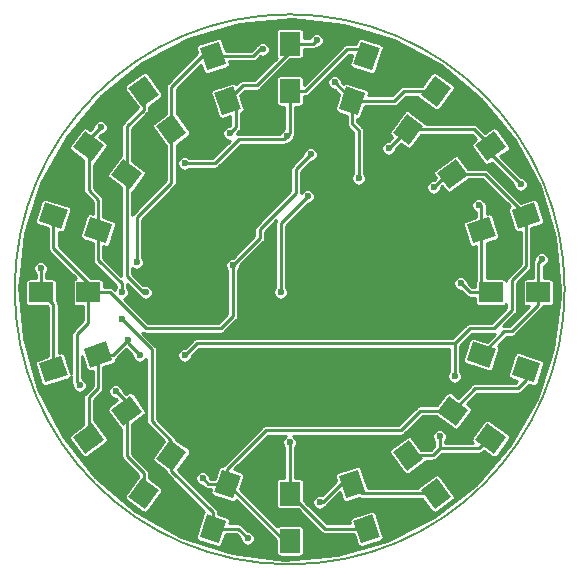
<source format=gbr>
%TF.GenerationSoftware,KiCad,Pcbnew,4.0.7-e2-6376~58~ubuntu16.04.1*%
%TF.CreationDate,2018-02-03T18:41:42+01:00*%
%TF.ProjectId,pin_attiny,70696E5F617474696E792E6B69636164,rev?*%
%TF.FileFunction,Copper,L1,Top,Signal*%
%FSLAX46Y46*%
G04 Gerber Fmt 4.6, Leading zero omitted, Abs format (unit mm)*
G04 Created by KiCad (PCBNEW 4.0.7-e2-6376~58~ubuntu16.04.1) date Sat Feb  3 18:41:42 2018*
%MOMM*%
%LPD*%
G01*
G04 APERTURE LIST*
%ADD10C,0.100000*%
%ADD11C,0.150000*%
%ADD12R,2.000000X1.700000*%
%ADD13R,1.700000X2.000000*%
%ADD14C,0.600000*%
%ADD15C,0.250000*%
%ADD16C,0.254000*%
G04 APERTURE END LIST*
D10*
D11*
X116246256Y-97282000D02*
G75*
G03X116246256Y-97282000I-23282256J0D01*
G01*
D12*
X110014000Y-97536000D03*
X114014000Y-97536000D03*
D10*
G36*
X107965792Y-103304120D02*
X108491121Y-101687324D01*
X110393234Y-102305358D01*
X109867905Y-103922154D01*
X107965792Y-103304120D01*
X107965792Y-103304120D01*
G37*
G36*
X111770018Y-104540188D02*
X112295347Y-102923392D01*
X114197460Y-103541426D01*
X113672131Y-105158222D01*
X111770018Y-104540188D01*
X111770018Y-104540188D01*
G37*
G36*
X105449105Y-107657617D02*
X106448339Y-106282288D01*
X108066373Y-107457859D01*
X107067139Y-108833188D01*
X105449105Y-107657617D01*
X105449105Y-107657617D01*
G37*
G36*
X108685173Y-110008759D02*
X109684407Y-108633430D01*
X111302441Y-109809001D01*
X110303207Y-111184330D01*
X108685173Y-110008759D01*
X108685173Y-110008759D01*
G37*
G36*
X101710288Y-111020339D02*
X103085617Y-110021105D01*
X104261188Y-111639139D01*
X102885859Y-112638373D01*
X101710288Y-111020339D01*
X101710288Y-111020339D01*
G37*
G36*
X104061430Y-114256407D02*
X105436759Y-113257173D01*
X106612330Y-114875207D01*
X105237001Y-115874441D01*
X104061430Y-114256407D01*
X104061430Y-114256407D01*
G37*
G36*
X97115324Y-113063121D02*
X98732120Y-112537792D01*
X99350154Y-114439905D01*
X97733358Y-114965234D01*
X97115324Y-113063121D01*
X97115324Y-113063121D01*
G37*
G36*
X98351392Y-116867347D02*
X99968188Y-116342018D01*
X100586222Y-118244131D01*
X98969426Y-118769460D01*
X98351392Y-116867347D01*
X98351392Y-116867347D01*
G37*
D13*
X92964000Y-114586000D03*
X92964000Y-118586000D03*
D10*
G36*
X87195879Y-112537792D02*
X88812675Y-113063121D01*
X88194641Y-114965234D01*
X86577845Y-114439905D01*
X87195879Y-112537792D01*
X87195879Y-112537792D01*
G37*
G36*
X85959811Y-116342018D02*
X87576607Y-116867347D01*
X86958573Y-118769460D01*
X85341777Y-118244131D01*
X85959811Y-116342018D01*
X85959811Y-116342018D01*
G37*
G36*
X82842382Y-110021105D02*
X84217711Y-111020339D01*
X83042140Y-112638373D01*
X81666811Y-111639139D01*
X82842382Y-110021105D01*
X82842382Y-110021105D01*
G37*
G36*
X80491240Y-113257173D02*
X81866569Y-114256407D01*
X80690998Y-115874441D01*
X79315669Y-114875207D01*
X80491240Y-113257173D01*
X80491240Y-113257173D01*
G37*
G36*
X79479661Y-106282288D02*
X80478895Y-107657617D01*
X78860861Y-108833188D01*
X77861627Y-107457859D01*
X79479661Y-106282288D01*
X79479661Y-106282288D01*
G37*
G36*
X76243593Y-108633430D02*
X77242827Y-110008759D01*
X75624793Y-111184330D01*
X74625559Y-109809001D01*
X76243593Y-108633430D01*
X76243593Y-108633430D01*
G37*
G36*
X77436879Y-101687324D02*
X77962208Y-103304120D01*
X76060095Y-103922154D01*
X75534766Y-102305358D01*
X77436879Y-101687324D01*
X77436879Y-101687324D01*
G37*
G36*
X73632653Y-102923392D02*
X74157982Y-104540188D01*
X72255869Y-105158222D01*
X71730540Y-103541426D01*
X73632653Y-102923392D01*
X73632653Y-102923392D01*
G37*
D12*
X75914000Y-97536000D03*
X71914000Y-97536000D03*
D10*
G36*
X77962208Y-91767879D02*
X77436879Y-93384675D01*
X75534766Y-92766641D01*
X76060095Y-91149845D01*
X77962208Y-91767879D01*
X77962208Y-91767879D01*
G37*
G36*
X74157982Y-90531811D02*
X73632653Y-92148607D01*
X71730540Y-91530573D01*
X72255869Y-89913777D01*
X74157982Y-90531811D01*
X74157982Y-90531811D01*
G37*
G36*
X80478895Y-87414382D02*
X79479661Y-88789711D01*
X77861627Y-87614140D01*
X78860861Y-86238811D01*
X80478895Y-87414382D01*
X80478895Y-87414382D01*
G37*
G36*
X77242827Y-85063240D02*
X76243593Y-86438569D01*
X74625559Y-85262998D01*
X75624793Y-83887669D01*
X77242827Y-85063240D01*
X77242827Y-85063240D01*
G37*
G36*
X84217711Y-84051661D02*
X82842382Y-85050895D01*
X81666811Y-83432861D01*
X83042140Y-82433627D01*
X84217711Y-84051661D01*
X84217711Y-84051661D01*
G37*
G36*
X81866569Y-80815593D02*
X80491240Y-81814827D01*
X79315669Y-80196793D01*
X80690998Y-79197559D01*
X81866569Y-80815593D01*
X81866569Y-80815593D01*
G37*
G36*
X88812675Y-82008879D02*
X87195879Y-82534208D01*
X86577845Y-80632095D01*
X88194641Y-80106766D01*
X88812675Y-82008879D01*
X88812675Y-82008879D01*
G37*
G36*
X87576607Y-78204653D02*
X85959811Y-78729982D01*
X85341777Y-76827869D01*
X86958573Y-76302540D01*
X87576607Y-78204653D01*
X87576607Y-78204653D01*
G37*
D13*
X92963999Y-80486000D03*
X92963999Y-76486000D03*
D10*
G36*
X98732120Y-82534208D02*
X97115324Y-82008879D01*
X97733358Y-80106766D01*
X99350154Y-80632095D01*
X98732120Y-82534208D01*
X98732120Y-82534208D01*
G37*
G36*
X99968188Y-78729982D02*
X98351392Y-78204653D01*
X98969426Y-76302540D01*
X100586222Y-76827869D01*
X99968188Y-78729982D01*
X99968188Y-78729982D01*
G37*
G36*
X103085617Y-85050895D02*
X101710288Y-84051661D01*
X102885859Y-82433627D01*
X104261188Y-83432861D01*
X103085617Y-85050895D01*
X103085617Y-85050895D01*
G37*
G36*
X105436759Y-81814827D02*
X104061430Y-80815593D01*
X105237001Y-79197559D01*
X106612330Y-80196793D01*
X105436759Y-81814827D01*
X105436759Y-81814827D01*
G37*
G36*
X106448339Y-88789711D02*
X105449105Y-87414382D01*
X107067139Y-86238811D01*
X108066373Y-87614140D01*
X106448339Y-88789711D01*
X106448339Y-88789711D01*
G37*
G36*
X109684407Y-86438569D02*
X108685173Y-85063240D01*
X110303207Y-83887669D01*
X111302441Y-85262998D01*
X109684407Y-86438569D01*
X109684407Y-86438569D01*
G37*
G36*
X108491121Y-93384675D02*
X107965792Y-91767879D01*
X109867905Y-91149845D01*
X110393234Y-92766641D01*
X108491121Y-93384675D01*
X108491121Y-93384675D01*
G37*
G36*
X112295347Y-92148607D02*
X111770018Y-90531811D01*
X113672131Y-89913777D01*
X114197460Y-91530573D01*
X112295347Y-92148607D01*
X112295347Y-92148607D01*
G37*
D14*
X92202000Y-97536000D03*
X94488000Y-89408000D03*
X93472000Y-94996000D03*
X96520000Y-98806000D03*
X89154000Y-92456000D03*
X88900000Y-85598000D03*
X71882000Y-95504000D03*
X107442000Y-96774000D03*
X92964000Y-110236000D03*
X87884000Y-84074000D03*
X95250000Y-76200000D03*
X108966000Y-90170000D03*
X114300000Y-94742000D03*
X112522000Y-88392000D03*
X94742000Y-85852000D03*
X101346000Y-85344000D03*
X78232000Y-105918000D03*
X75184000Y-105410000D03*
X88138000Y-95250000D03*
X85598000Y-113284000D03*
X78740000Y-97536000D03*
X92710000Y-84328000D03*
X84074000Y-86614000D03*
X76962000Y-83566000D03*
X84074000Y-102870000D03*
X80264000Y-102870000D03*
X106934000Y-104648000D03*
X105664000Y-109728000D03*
X80772000Y-97536000D03*
X105156000Y-88646000D03*
X79248000Y-101600000D03*
X98806000Y-87884000D03*
X96774000Y-79756000D03*
X90678000Y-76962000D03*
X78740000Y-99822000D03*
X80010000Y-94996000D03*
X89408000Y-118364000D03*
X95504000Y-115316000D03*
D15*
X92202000Y-91694000D02*
X92202000Y-97536000D01*
X94488000Y-89408000D02*
X92202000Y-91694000D01*
X93472000Y-95758000D02*
X93472000Y-94996000D01*
X96520000Y-98806000D02*
X93472000Y-95758000D01*
X89154000Y-85852000D02*
X89154000Y-92456000D01*
X88900000Y-85598000D02*
X89154000Y-85852000D01*
X71914000Y-95536000D02*
X71914000Y-97536000D01*
X71882000Y-95504000D02*
X71914000Y-95536000D01*
X92964000Y-114586000D02*
X92964000Y-110236000D01*
X108204000Y-97536000D02*
X110014000Y-97536000D01*
X107442000Y-96774000D02*
X108204000Y-97536000D01*
X88392000Y-83566000D02*
X88392000Y-82017227D01*
X87884000Y-84074000D02*
X88392000Y-83566000D01*
X88392000Y-82017227D02*
X87695260Y-81320487D01*
X92963999Y-76486000D02*
X92963999Y-77216001D01*
X92963999Y-77216001D02*
X90170000Y-80010000D01*
X89005747Y-80010000D02*
X87695260Y-81320487D01*
X90170000Y-80010000D02*
X89005747Y-80010000D01*
X109179513Y-92267260D02*
X109179513Y-90129513D01*
X94964000Y-76486000D02*
X92963999Y-76486000D01*
X95250000Y-76200000D02*
X94964000Y-76486000D01*
X109139026Y-90170000D02*
X108966000Y-90170000D01*
X109179513Y-90129513D02*
X109139026Y-90170000D01*
X87695260Y-81320487D02*
X87924487Y-81320487D01*
X72944261Y-104040807D02*
X72944261Y-98566261D01*
X72944261Y-98566261D02*
X71914000Y-97536000D01*
X99468807Y-117555739D02*
X95933739Y-117555739D01*
X95933739Y-117555739D02*
X92964000Y-114586000D01*
X109179513Y-92267260D02*
X109179513Y-96701513D01*
X109179513Y-96701513D02*
X110014000Y-97536000D01*
X109993807Y-85163119D02*
X109993807Y-85863807D01*
X109993807Y-85863807D02*
X112522000Y-88392000D01*
X114014000Y-95028000D02*
X114014000Y-97536000D01*
X114300000Y-94742000D02*
X114014000Y-95028000D01*
X90424000Y-92964000D02*
X88138000Y-95250000D01*
X90424000Y-92202000D02*
X90424000Y-92964000D01*
X93472000Y-89154000D02*
X90424000Y-92202000D01*
X93472000Y-87122000D02*
X93472000Y-89154000D01*
X94742000Y-85852000D02*
X93472000Y-87122000D01*
X101346000Y-85344000D02*
X102947739Y-83742261D01*
X102947739Y-83742261D02*
X102985738Y-83742261D01*
X75914000Y-97536000D02*
X75914000Y-100108000D01*
X78232000Y-105918000D02*
X79170261Y-106856261D01*
X74930000Y-105156000D02*
X75184000Y-105410000D01*
X74930000Y-101092000D02*
X74930000Y-105156000D01*
X75914000Y-100108000D02*
X74930000Y-101092000D01*
X79170261Y-106856261D02*
X79170261Y-107557738D01*
X75914000Y-97536000D02*
X77724000Y-97536000D01*
X77724000Y-97536000D02*
X80772000Y-100584000D01*
X80772000Y-100584000D02*
X87122000Y-100584000D01*
X87122000Y-100584000D02*
X88138000Y-99568000D01*
X88138000Y-99568000D02*
X88138000Y-95250000D01*
X75914000Y-97536000D02*
X75914000Y-96742000D01*
X75914000Y-96742000D02*
X72944261Y-93772261D01*
X72944261Y-93772261D02*
X72944261Y-91031192D01*
X80591119Y-114565807D02*
X80591119Y-112849119D01*
X79170261Y-111428261D02*
X79170261Y-107557738D01*
X80591119Y-112849119D02*
X79170261Y-111428261D01*
X114014000Y-97536000D02*
X114014000Y-98584000D01*
X111146252Y-100838000D02*
X109179513Y-102804739D01*
X111760000Y-100838000D02*
X111146252Y-100838000D01*
X114014000Y-98584000D02*
X111760000Y-100838000D01*
X102985738Y-83742261D02*
X108572949Y-83742261D01*
X108572949Y-83742261D02*
X109993807Y-85163119D01*
X76748487Y-92267260D02*
X76748487Y-94782487D01*
X86065513Y-113751513D02*
X87695260Y-113751513D01*
X85598000Y-113284000D02*
X86065513Y-113751513D01*
X78740000Y-96774000D02*
X78740000Y-97536000D01*
X76748487Y-94782487D02*
X78740000Y-96774000D01*
X92963999Y-80486000D02*
X92963999Y-84074001D01*
X92963999Y-84074001D02*
X92710000Y-84328000D01*
X76962000Y-83566000D02*
X75934193Y-84593807D01*
X92710000Y-84328000D02*
X92456000Y-84582000D01*
X92456000Y-84582000D02*
X88646000Y-84582000D01*
X88646000Y-84582000D02*
X86614000Y-86614000D01*
X86614000Y-86614000D02*
X84074000Y-86614000D01*
X75934193Y-84593807D02*
X75934193Y-85163119D01*
X106757739Y-107557738D02*
X104024262Y-107557738D01*
X104024262Y-107557738D02*
X102362000Y-109220000D01*
X102362000Y-109220000D02*
X90932000Y-109220000D01*
X90932000Y-109220000D02*
X87695260Y-112456740D01*
X87695260Y-112456740D02*
X87695260Y-113751513D01*
X76748487Y-92267260D02*
X76748487Y-89702487D01*
X75934193Y-88888193D02*
X75934193Y-85163119D01*
X76748487Y-89702487D02*
X75934193Y-88888193D01*
X92964000Y-118586000D02*
X92529747Y-118586000D01*
X92529747Y-118586000D02*
X87695260Y-113751513D01*
X112983739Y-104040807D02*
X112983739Y-104948261D01*
X108651477Y-105664000D02*
X106757739Y-107557738D01*
X112268000Y-105664000D02*
X108651477Y-105664000D01*
X112983739Y-104948261D02*
X112268000Y-105664000D01*
X92963999Y-80486000D02*
X94266000Y-80486000D01*
X97790000Y-76962000D02*
X98914546Y-76962000D01*
X94266000Y-80486000D02*
X97790000Y-76962000D01*
X98914546Y-76962000D02*
X99468807Y-77516261D01*
X79248000Y-101600000D02*
X79248000Y-101854000D01*
X85090000Y-101854000D02*
X106934000Y-101854000D01*
X84074000Y-102870000D02*
X85090000Y-101854000D01*
X79248000Y-101854000D02*
X80264000Y-102870000D01*
X112983739Y-91031192D02*
X112983739Y-95296261D01*
X112983739Y-95296261D02*
X111760000Y-96520000D01*
X111760000Y-96520000D02*
X111760000Y-99060000D01*
X111760000Y-99060000D02*
X110236000Y-100584000D01*
X110236000Y-100584000D02*
X108204000Y-100584000D01*
X108204000Y-100584000D02*
X106934000Y-101854000D01*
X105664000Y-109728000D02*
X105664000Y-110744000D01*
X106934000Y-101854000D02*
X106934000Y-104648000D01*
X79170261Y-87514261D02*
X79170261Y-96188261D01*
X80518000Y-97536000D02*
X80772000Y-97536000D01*
X79170261Y-96188261D02*
X80518000Y-97536000D01*
X105156000Y-88646000D02*
X106287739Y-87514261D01*
X106287739Y-87514261D02*
X106757739Y-87514261D01*
X79248000Y-101600000D02*
X78043261Y-102804739D01*
X78043261Y-102804739D02*
X76748487Y-102804739D01*
X79170261Y-87514261D02*
X79170261Y-83488261D01*
X80591119Y-82067403D02*
X80591119Y-80506193D01*
X79170261Y-83488261D02*
X80591119Y-82067403D01*
X75934193Y-109908880D02*
X75934193Y-106437807D01*
X76748487Y-105623513D02*
X76748487Y-102804739D01*
X75934193Y-106437807D02*
X76748487Y-105623513D01*
X109993807Y-109908880D02*
X109801120Y-109908880D01*
X109801120Y-109908880D02*
X108966000Y-110744000D01*
X108966000Y-110744000D02*
X105664000Y-110744000D01*
X105664000Y-110744000D02*
X105078261Y-111329739D01*
X105078261Y-111329739D02*
X102985738Y-111329739D01*
X106757739Y-87514261D02*
X109466808Y-87514261D01*
X109466808Y-87514261D02*
X112983739Y-91031192D01*
X98232739Y-81320487D02*
X98232739Y-83246739D01*
X98806000Y-83820000D02*
X98806000Y-87884000D01*
X98232739Y-83246739D02*
X98806000Y-83820000D01*
X86459192Y-77516261D02*
X89869739Y-77516261D01*
X96774000Y-79756000D02*
X98232739Y-81214739D01*
X90424000Y-76962000D02*
X90678000Y-76962000D01*
X89869739Y-77516261D02*
X90424000Y-76962000D01*
X98232739Y-81214739D02*
X98232739Y-81320487D01*
X82942261Y-111329739D02*
X82942261Y-110120261D01*
X82942261Y-110120261D02*
X81280000Y-108458000D01*
X81280000Y-102362000D02*
X78740000Y-99822000D01*
X81280000Y-108458000D02*
X81280000Y-102362000D01*
X82942261Y-83742261D02*
X82942261Y-88253739D01*
X80010000Y-91186000D02*
X80010000Y-94996000D01*
X82942261Y-88253739D02*
X80010000Y-91186000D01*
X98232739Y-113751513D02*
X97322487Y-113751513D01*
X88599739Y-117555739D02*
X86459192Y-117555739D01*
X89408000Y-118364000D02*
X88599739Y-117555739D01*
X95758000Y-115316000D02*
X95504000Y-115316000D01*
X97322487Y-113751513D02*
X95758000Y-115316000D01*
X98232739Y-81320487D02*
X101813513Y-81320487D01*
X101813513Y-81320487D02*
X102627807Y-80506193D01*
X102627807Y-80506193D02*
X105336880Y-80506193D01*
X82942261Y-83742261D02*
X82942261Y-80125739D01*
X85551739Y-77516261D02*
X86459192Y-77516261D01*
X82942261Y-80125739D02*
X85551739Y-77516261D01*
X86459192Y-117555739D02*
X86459192Y-116177192D01*
X86459192Y-116177192D02*
X82942261Y-112660261D01*
X82942261Y-112660261D02*
X82942261Y-111329739D01*
X105336880Y-114565807D02*
X99047033Y-114565807D01*
X99047033Y-114565807D02*
X98232739Y-113751513D01*
D16*
G36*
X97564714Y-74869068D02*
X101830456Y-76189535D01*
X105758477Y-78313408D01*
X109199160Y-81159789D01*
X112021451Y-84620260D01*
X114117850Y-88563012D01*
X115408505Y-92837868D01*
X115844256Y-97282000D01*
X115835335Y-97920854D01*
X115275667Y-102351086D01*
X113866154Y-106588239D01*
X111660484Y-110470919D01*
X108742672Y-113851238D01*
X105223854Y-116600439D01*
X101238063Y-118613807D01*
X96937115Y-119814653D01*
X92484832Y-120157238D01*
X88050801Y-119628512D01*
X83803912Y-118248614D01*
X79905927Y-116070104D01*
X76505321Y-113175961D01*
X73731621Y-109676423D01*
X71690476Y-105704784D01*
X70459633Y-101412324D01*
X70085974Y-96962542D01*
X70116993Y-96686000D01*
X70585418Y-96686000D01*
X70585418Y-98386000D01*
X70589571Y-98438074D01*
X70616922Y-98526396D01*
X70667797Y-98603601D01*
X70738167Y-98663577D01*
X70822459Y-98701573D01*
X70914000Y-98714582D01*
X72453358Y-98714582D01*
X72492261Y-98753485D01*
X72492261Y-102948436D01*
X71629003Y-103228926D01*
X71580761Y-103248967D01*
X71505214Y-103302273D01*
X71447508Y-103374516D01*
X71412213Y-103459975D01*
X71402124Y-103551883D01*
X71418040Y-103642963D01*
X71943369Y-105259759D01*
X71963410Y-105308001D01*
X72016716Y-105383548D01*
X72088959Y-105441254D01*
X72174418Y-105476549D01*
X72266326Y-105486638D01*
X72357406Y-105470722D01*
X74259519Y-104852688D01*
X74307761Y-104832647D01*
X74383308Y-104779341D01*
X74441014Y-104707098D01*
X74476309Y-104621639D01*
X74478000Y-104606234D01*
X74478000Y-105156000D01*
X74482071Y-105197518D01*
X74485713Y-105239146D01*
X74486376Y-105241428D01*
X74486608Y-105243794D01*
X74498676Y-105283764D01*
X74510324Y-105323858D01*
X74511418Y-105325968D01*
X74512105Y-105328244D01*
X74531701Y-105365097D01*
X74550921Y-105402177D01*
X74552405Y-105404036D01*
X74553520Y-105406133D01*
X74556908Y-105410287D01*
X74556176Y-105462720D01*
X74578372Y-105583661D01*
X74623637Y-105697987D01*
X74690246Y-105801344D01*
X74775662Y-105889795D01*
X74876632Y-105959971D01*
X74989309Y-106009198D01*
X75109401Y-106035602D01*
X75232336Y-106038177D01*
X75353429Y-106016825D01*
X75468068Y-105972359D01*
X75571888Y-105906474D01*
X75660933Y-105821677D01*
X75731811Y-105721200D01*
X75781824Y-105608870D01*
X75809066Y-105488964D01*
X75811027Y-105348519D01*
X75787144Y-105227900D01*
X75740287Y-105114217D01*
X75672241Y-105011800D01*
X75585599Y-104924550D01*
X75483659Y-104855791D01*
X75382000Y-104813058D01*
X75382000Y-102898506D01*
X75747595Y-104023691D01*
X75767636Y-104071933D01*
X75820942Y-104147480D01*
X75893185Y-104205186D01*
X75978644Y-104240481D01*
X76070552Y-104250570D01*
X76161632Y-104234654D01*
X76296487Y-104190837D01*
X76296487Y-105436288D01*
X75614581Y-106118195D01*
X75588085Y-106150451D01*
X75561242Y-106182442D01*
X75560098Y-106184522D01*
X75558588Y-106186361D01*
X75538851Y-106223170D01*
X75518744Y-106259745D01*
X75518025Y-106262012D01*
X75516902Y-106264106D01*
X75504708Y-106303993D01*
X75492070Y-106343831D01*
X75491805Y-106346197D01*
X75491111Y-106348466D01*
X75486892Y-106389994D01*
X75482237Y-106431496D01*
X75482205Y-106436134D01*
X75482195Y-106436229D01*
X75482203Y-106436318D01*
X75482193Y-106437807D01*
X75482193Y-108780470D01*
X74432423Y-109543173D01*
X74392736Y-109577140D01*
X74337359Y-109651183D01*
X74304802Y-109737721D01*
X74297643Y-109829904D01*
X74316449Y-109920432D01*
X74359730Y-110002137D01*
X75358964Y-111377466D01*
X75392932Y-111417153D01*
X75466975Y-111472530D01*
X75553514Y-111505088D01*
X75645697Y-111512246D01*
X75736224Y-111493440D01*
X75817929Y-111450158D01*
X77435963Y-110274587D01*
X77475650Y-110240620D01*
X77531027Y-110166577D01*
X77563584Y-110080039D01*
X77570743Y-109987856D01*
X77551937Y-109897328D01*
X77508656Y-109815623D01*
X76509422Y-108440294D01*
X76475454Y-108400607D01*
X76401411Y-108345230D01*
X76386193Y-108339505D01*
X76386193Y-107478762D01*
X77533711Y-107478762D01*
X77552517Y-107569290D01*
X77595798Y-107650995D01*
X78595032Y-109026324D01*
X78629000Y-109066011D01*
X78703043Y-109121388D01*
X78718261Y-109127113D01*
X78718261Y-111428261D01*
X78722332Y-111469779D01*
X78725974Y-111511407D01*
X78726637Y-111513689D01*
X78726869Y-111516055D01*
X78738937Y-111556025D01*
X78750585Y-111596119D01*
X78751679Y-111598229D01*
X78752366Y-111600505D01*
X78771962Y-111637358D01*
X78791182Y-111674438D01*
X78792666Y-111676297D01*
X78793781Y-111678394D01*
X78820148Y-111710724D01*
X78846217Y-111743380D01*
X78849477Y-111746685D01*
X78849535Y-111746756D01*
X78849601Y-111746811D01*
X78850649Y-111747873D01*
X80139119Y-113036344D01*
X80139119Y-113182809D01*
X79049841Y-114682071D01*
X79022592Y-114726641D01*
X78992805Y-114814172D01*
X78988584Y-114906536D01*
X79010262Y-114996419D01*
X79056122Y-115076705D01*
X79122533Y-115141036D01*
X80497862Y-116140270D01*
X80542431Y-116167518D01*
X80629963Y-116197304D01*
X80722327Y-116201526D01*
X80812210Y-116179849D01*
X80892496Y-116133988D01*
X80956826Y-116067577D01*
X82132397Y-114449543D01*
X82159646Y-114404973D01*
X82189433Y-114317442D01*
X82193654Y-114225078D01*
X82171976Y-114135195D01*
X82126116Y-114054909D01*
X82059705Y-113990578D01*
X81043119Y-113251986D01*
X81043119Y-112849119D01*
X81039048Y-112807597D01*
X81035406Y-112765973D01*
X81034743Y-112763691D01*
X81034511Y-112761325D01*
X81022443Y-112721355D01*
X81010795Y-112681261D01*
X81009701Y-112679151D01*
X81009014Y-112676875D01*
X80989418Y-112640022D01*
X80970198Y-112602942D01*
X80968714Y-112601083D01*
X80967599Y-112598986D01*
X80941212Y-112566632D01*
X80915163Y-112534001D01*
X80911901Y-112530692D01*
X80911845Y-112530624D01*
X80911782Y-112530572D01*
X80910732Y-112529507D01*
X79622261Y-111241037D01*
X79622261Y-108686148D01*
X80672031Y-107923445D01*
X80711718Y-107889478D01*
X80767095Y-107815435D01*
X80799652Y-107728897D01*
X80806811Y-107636714D01*
X80788005Y-107546186D01*
X80744724Y-107464481D01*
X79745490Y-106089152D01*
X79711522Y-106049465D01*
X79637479Y-105994088D01*
X79550940Y-105961530D01*
X79458757Y-105954372D01*
X79368230Y-105973178D01*
X79286525Y-106016460D01*
X79103014Y-106149789D01*
X78858348Y-105905124D01*
X78859027Y-105856519D01*
X78835144Y-105735900D01*
X78788287Y-105622217D01*
X78720241Y-105519800D01*
X78633599Y-105432550D01*
X78531659Y-105363791D01*
X78418306Y-105316142D01*
X78297856Y-105291417D01*
X78174898Y-105290559D01*
X78054115Y-105313600D01*
X77940108Y-105359662D01*
X77837218Y-105426991D01*
X77749366Y-105513022D01*
X77679897Y-105614479D01*
X77631457Y-105727497D01*
X77605892Y-105847771D01*
X77604176Y-105970720D01*
X77626372Y-106091661D01*
X77671637Y-106205987D01*
X77738246Y-106309344D01*
X77823662Y-106397795D01*
X77924632Y-106467971D01*
X78037309Y-106517198D01*
X78157401Y-106543602D01*
X78219682Y-106544907D01*
X78362546Y-106687770D01*
X77668491Y-107192031D01*
X77628804Y-107225998D01*
X77573427Y-107300041D01*
X77540870Y-107386579D01*
X77533711Y-107478762D01*
X76386193Y-107478762D01*
X76386193Y-106625031D01*
X77068100Y-105943125D01*
X77094602Y-105910861D01*
X77121438Y-105878878D01*
X77122583Y-105876795D01*
X77124092Y-105874958D01*
X77143836Y-105838136D01*
X77163936Y-105801575D01*
X77164654Y-105799313D01*
X77165779Y-105797214D01*
X77178000Y-105757240D01*
X77190610Y-105717489D01*
X77190875Y-105715128D01*
X77191570Y-105712854D01*
X77195793Y-105671281D01*
X77200443Y-105629824D01*
X77200475Y-105625185D01*
X77200485Y-105625090D01*
X77200477Y-105625001D01*
X77200487Y-105623513D01*
X77200487Y-103897110D01*
X78063745Y-103616620D01*
X78111987Y-103596579D01*
X78187534Y-103543273D01*
X78245240Y-103471030D01*
X78280535Y-103385571D01*
X78290624Y-103293663D01*
X78274708Y-103202583D01*
X78271613Y-103193058D01*
X78289438Y-103183818D01*
X78291297Y-103182334D01*
X78293394Y-103181219D01*
X78325724Y-103154852D01*
X78358380Y-103128783D01*
X78361685Y-103125523D01*
X78361756Y-103125465D01*
X78361811Y-103125399D01*
X78362873Y-103124351D01*
X79121000Y-102366224D01*
X79636745Y-102881969D01*
X79636176Y-102922720D01*
X79658372Y-103043661D01*
X79703637Y-103157987D01*
X79770246Y-103261344D01*
X79855662Y-103349795D01*
X79956632Y-103419971D01*
X80069309Y-103469198D01*
X80189401Y-103495602D01*
X80312336Y-103498177D01*
X80433429Y-103476825D01*
X80548068Y-103432359D01*
X80651888Y-103366474D01*
X80740933Y-103281677D01*
X80811811Y-103181200D01*
X80828000Y-103144839D01*
X80828000Y-108458000D01*
X80832071Y-108499518D01*
X80835713Y-108541146D01*
X80836376Y-108543428D01*
X80836608Y-108545794D01*
X80848676Y-108585764D01*
X80860324Y-108625858D01*
X80861418Y-108627968D01*
X80862105Y-108630244D01*
X80881701Y-108667097D01*
X80900921Y-108704177D01*
X80902405Y-108706036D01*
X80903520Y-108708133D01*
X80929887Y-108740463D01*
X80955956Y-108773119D01*
X80959216Y-108776424D01*
X80959274Y-108776495D01*
X80959340Y-108776550D01*
X80960388Y-108777612D01*
X82338457Y-110155681D01*
X81400983Y-111446003D01*
X81373734Y-111490573D01*
X81343947Y-111578104D01*
X81339726Y-111670468D01*
X81361404Y-111760351D01*
X81407264Y-111840637D01*
X81473675Y-111904968D01*
X82490261Y-112643560D01*
X82490261Y-112660261D01*
X82494332Y-112701779D01*
X82497974Y-112743407D01*
X82498637Y-112745689D01*
X82498869Y-112748055D01*
X82510937Y-112788025D01*
X82522585Y-112828119D01*
X82523679Y-112830229D01*
X82524366Y-112832505D01*
X82543962Y-112869358D01*
X82563182Y-112906438D01*
X82564666Y-112908297D01*
X82565781Y-112910394D01*
X82592148Y-112942724D01*
X82618217Y-112975380D01*
X82621477Y-112978685D01*
X82621535Y-112978756D01*
X82621601Y-112978811D01*
X82622649Y-112979873D01*
X85741411Y-116098636D01*
X85687971Y-116157440D01*
X85647311Y-116240481D01*
X85029277Y-118142594D01*
X85017135Y-118193402D01*
X85015855Y-118285853D01*
X85040382Y-118375001D01*
X85088774Y-118453787D01*
X85157199Y-118515971D01*
X85240240Y-118556631D01*
X86857036Y-119081960D01*
X86907844Y-119094102D01*
X87000295Y-119095382D01*
X87089443Y-119070855D01*
X87168229Y-119022463D01*
X87230413Y-118954038D01*
X87271073Y-118870997D01*
X87551563Y-118007739D01*
X88412515Y-118007739D01*
X88780745Y-118375969D01*
X88780176Y-118416720D01*
X88802372Y-118537661D01*
X88847637Y-118651987D01*
X88914246Y-118755344D01*
X88999662Y-118843795D01*
X89100632Y-118913971D01*
X89213309Y-118963198D01*
X89333401Y-118989602D01*
X89456336Y-118992177D01*
X89577429Y-118970825D01*
X89692068Y-118926359D01*
X89795888Y-118860474D01*
X89884933Y-118775677D01*
X89955811Y-118675200D01*
X90005824Y-118562870D01*
X90033066Y-118442964D01*
X90035027Y-118302519D01*
X90011144Y-118181900D01*
X89964287Y-118068217D01*
X89896241Y-117965800D01*
X89809599Y-117878550D01*
X89707659Y-117809791D01*
X89594306Y-117762142D01*
X89473856Y-117737417D01*
X89420267Y-117737043D01*
X88919351Y-117236127D01*
X88887095Y-117209631D01*
X88855104Y-117182788D01*
X88853024Y-117181644D01*
X88851185Y-117180134D01*
X88814376Y-117160397D01*
X88777801Y-117140290D01*
X88775534Y-117139571D01*
X88773440Y-117138448D01*
X88733553Y-117126254D01*
X88693715Y-117113616D01*
X88691349Y-117113351D01*
X88689080Y-117112657D01*
X88647552Y-117108438D01*
X88606050Y-117103783D01*
X88601412Y-117103751D01*
X88601317Y-117103741D01*
X88601228Y-117103749D01*
X88599739Y-117103739D01*
X87845290Y-117103739D01*
X87889107Y-116968884D01*
X87901249Y-116918076D01*
X87902529Y-116825625D01*
X87878002Y-116736477D01*
X87829610Y-116657691D01*
X87761185Y-116595507D01*
X87678144Y-116554847D01*
X86911192Y-116305649D01*
X86911192Y-116177192D01*
X86907121Y-116135670D01*
X86903479Y-116094046D01*
X86902816Y-116091764D01*
X86902584Y-116089398D01*
X86890516Y-116049428D01*
X86878868Y-116009334D01*
X86877774Y-116007223D01*
X86877087Y-116004948D01*
X86857512Y-115968134D01*
X86838272Y-115931015D01*
X86836785Y-115929152D01*
X86835672Y-115927059D01*
X86809307Y-115894732D01*
X86783236Y-115862074D01*
X86779974Y-115858765D01*
X86779918Y-115858697D01*
X86779855Y-115858645D01*
X86778805Y-115857580D01*
X84257945Y-113336720D01*
X84970176Y-113336720D01*
X84992372Y-113457661D01*
X85037637Y-113571987D01*
X85104246Y-113675344D01*
X85189662Y-113763795D01*
X85290632Y-113833971D01*
X85403309Y-113883198D01*
X85523401Y-113909602D01*
X85585683Y-113910907D01*
X85745901Y-114071125D01*
X85778157Y-114097621D01*
X85810148Y-114124464D01*
X85812228Y-114125608D01*
X85814067Y-114127118D01*
X85850895Y-114146865D01*
X85887451Y-114166962D01*
X85889715Y-114167680D01*
X85891811Y-114168804D01*
X85931713Y-114181003D01*
X85971537Y-114193636D01*
X85973903Y-114193901D01*
X85976172Y-114194595D01*
X86017655Y-114198809D01*
X86059202Y-114203469D01*
X86063850Y-114203501D01*
X86063935Y-114203510D01*
X86064014Y-114203503D01*
X86065513Y-114203513D01*
X86309162Y-114203513D01*
X86265345Y-114338368D01*
X86253203Y-114389176D01*
X86251923Y-114481627D01*
X86276450Y-114570775D01*
X86324842Y-114649561D01*
X86393267Y-114711745D01*
X86476308Y-114752405D01*
X88093104Y-115277734D01*
X88143912Y-115289876D01*
X88236363Y-115291156D01*
X88325511Y-115266629D01*
X88404297Y-115218237D01*
X88460698Y-115156175D01*
X91785418Y-118480895D01*
X91785418Y-119586000D01*
X91789571Y-119638074D01*
X91816922Y-119726396D01*
X91867797Y-119803601D01*
X91938167Y-119863577D01*
X92022459Y-119901573D01*
X92114000Y-119914582D01*
X93814000Y-119914582D01*
X93866074Y-119910429D01*
X93954396Y-119883078D01*
X94031601Y-119832203D01*
X94091577Y-119761833D01*
X94129573Y-119677541D01*
X94142582Y-119586000D01*
X94142582Y-117586000D01*
X94138429Y-117533926D01*
X94111078Y-117445604D01*
X94060203Y-117368399D01*
X93989833Y-117308423D01*
X93905541Y-117270427D01*
X93814000Y-117257418D01*
X92114000Y-117257418D01*
X92061926Y-117261571D01*
X91973604Y-117288922D01*
X91912294Y-117329323D01*
X88787349Y-114204378D01*
X89125175Y-113164658D01*
X89137317Y-113113850D01*
X89138597Y-113021399D01*
X89114070Y-112932251D01*
X89065678Y-112853465D01*
X88997253Y-112791281D01*
X88914212Y-112750621D01*
X88254845Y-112536379D01*
X91119225Y-109672000D01*
X92686122Y-109672000D01*
X92672108Y-109677662D01*
X92569218Y-109744991D01*
X92481366Y-109831022D01*
X92411897Y-109932479D01*
X92363457Y-110045497D01*
X92337892Y-110165771D01*
X92336176Y-110288720D01*
X92358372Y-110409661D01*
X92403637Y-110523987D01*
X92470246Y-110627344D01*
X92512000Y-110670582D01*
X92512000Y-113257418D01*
X92114000Y-113257418D01*
X92061926Y-113261571D01*
X91973604Y-113288922D01*
X91896399Y-113339797D01*
X91836423Y-113410167D01*
X91798427Y-113494459D01*
X91785418Y-113586000D01*
X91785418Y-115586000D01*
X91789571Y-115638074D01*
X91816922Y-115726396D01*
X91867797Y-115803601D01*
X91938167Y-115863577D01*
X92022459Y-115901573D01*
X92114000Y-115914582D01*
X93653358Y-115914582D01*
X95614127Y-117875351D01*
X95646383Y-117901847D01*
X95678374Y-117928690D01*
X95680454Y-117929834D01*
X95682293Y-117931344D01*
X95719121Y-117951091D01*
X95755677Y-117971188D01*
X95757941Y-117971906D01*
X95760037Y-117973030D01*
X95799939Y-117985229D01*
X95839763Y-117997862D01*
X95842129Y-117998127D01*
X95844398Y-117998821D01*
X95885881Y-118003035D01*
X95927428Y-118007695D01*
X95932076Y-118007727D01*
X95932161Y-118007736D01*
X95932240Y-118007729D01*
X95933739Y-118007739D01*
X98376436Y-118007739D01*
X98656926Y-118870997D01*
X98676967Y-118919239D01*
X98730273Y-118994786D01*
X98802516Y-119052492D01*
X98887975Y-119087787D01*
X98979883Y-119097876D01*
X99070963Y-119081960D01*
X100687759Y-118556631D01*
X100736001Y-118536590D01*
X100811548Y-118483284D01*
X100869254Y-118411041D01*
X100904549Y-118325582D01*
X100914638Y-118233674D01*
X100898722Y-118142594D01*
X100280688Y-116240481D01*
X100260647Y-116192239D01*
X100207341Y-116116692D01*
X100135098Y-116058986D01*
X100049639Y-116023691D01*
X99957731Y-116013602D01*
X99866651Y-116029518D01*
X98249855Y-116554847D01*
X98201613Y-116574888D01*
X98126066Y-116628194D01*
X98068360Y-116700437D01*
X98033065Y-116785896D01*
X98022976Y-116877804D01*
X98038892Y-116968884D01*
X98082709Y-117103739D01*
X96120963Y-117103739D01*
X94385944Y-115368720D01*
X94876176Y-115368720D01*
X94898372Y-115489661D01*
X94943637Y-115603987D01*
X95010246Y-115707344D01*
X95095662Y-115795795D01*
X95196632Y-115865971D01*
X95309309Y-115915198D01*
X95429401Y-115941602D01*
X95552336Y-115944177D01*
X95673429Y-115922825D01*
X95788068Y-115878359D01*
X95891888Y-115812474D01*
X95980933Y-115727677D01*
X96003785Y-115695282D01*
X96004177Y-115695079D01*
X96006036Y-115693595D01*
X96008133Y-115692480D01*
X96040463Y-115666113D01*
X96073119Y-115640044D01*
X96076424Y-115636784D01*
X96076495Y-115636726D01*
X96076550Y-115636660D01*
X96077612Y-115635612D01*
X97230945Y-114482279D01*
X97420858Y-115066771D01*
X97440899Y-115115013D01*
X97494205Y-115190560D01*
X97566448Y-115248266D01*
X97651907Y-115283561D01*
X97743815Y-115293650D01*
X97834895Y-115277734D01*
X98823660Y-114956465D01*
X98832410Y-114961156D01*
X98868971Y-114981256D01*
X98871233Y-114981974D01*
X98873332Y-114983099D01*
X98913306Y-114995320D01*
X98953057Y-115007930D01*
X98955418Y-115008195D01*
X98957692Y-115008890D01*
X98999265Y-115013113D01*
X99040722Y-115017763D01*
X99045361Y-115017795D01*
X99045456Y-115017805D01*
X99045545Y-115017797D01*
X99047033Y-115017807D01*
X104208470Y-115017807D01*
X104971173Y-116067577D01*
X105005140Y-116107264D01*
X105079183Y-116162641D01*
X105165721Y-116195198D01*
X105257904Y-116202357D01*
X105348432Y-116183551D01*
X105430137Y-116140270D01*
X106805466Y-115141036D01*
X106845153Y-115107068D01*
X106900530Y-115033025D01*
X106933088Y-114946486D01*
X106940246Y-114854303D01*
X106921440Y-114763776D01*
X106878158Y-114682071D01*
X105702587Y-113064037D01*
X105668620Y-113024350D01*
X105594577Y-112968973D01*
X105508039Y-112936416D01*
X105415856Y-112929257D01*
X105325328Y-112948063D01*
X105243623Y-112991344D01*
X103868294Y-113990578D01*
X103828607Y-114024546D01*
X103773230Y-114098589D01*
X103767505Y-114113807D01*
X99589690Y-114113807D01*
X99044620Y-112436255D01*
X99024579Y-112388013D01*
X98971273Y-112312466D01*
X98899030Y-112254760D01*
X98813571Y-112219465D01*
X98721663Y-112209376D01*
X98630583Y-112225292D01*
X97013787Y-112750621D01*
X96965545Y-112770662D01*
X96889998Y-112823968D01*
X96832292Y-112896211D01*
X96796997Y-112981670D01*
X96786908Y-113073578D01*
X96802824Y-113164658D01*
X96917422Y-113517354D01*
X95711658Y-114723118D01*
X95690306Y-114714142D01*
X95569856Y-114689417D01*
X95446898Y-114688559D01*
X95326115Y-114711600D01*
X95212108Y-114757662D01*
X95109218Y-114824991D01*
X95021366Y-114911022D01*
X94951897Y-115012479D01*
X94903457Y-115125497D01*
X94877892Y-115245771D01*
X94876176Y-115368720D01*
X94385944Y-115368720D01*
X94142582Y-115125358D01*
X94142582Y-113586000D01*
X94138429Y-113533926D01*
X94111078Y-113445604D01*
X94060203Y-113368399D01*
X93989833Y-113308423D01*
X93905541Y-113270427D01*
X93814000Y-113257418D01*
X93416000Y-113257418D01*
X93416000Y-111041243D01*
X101382372Y-111041243D01*
X101401178Y-111131770D01*
X101444460Y-111213475D01*
X102620031Y-112831509D01*
X102653998Y-112871196D01*
X102728041Y-112926573D01*
X102814579Y-112959130D01*
X102906762Y-112966289D01*
X102997290Y-112947483D01*
X103078995Y-112904202D01*
X104454324Y-111904968D01*
X104494011Y-111871000D01*
X104549388Y-111796957D01*
X104555113Y-111781739D01*
X105078261Y-111781739D01*
X105119779Y-111777668D01*
X105161407Y-111774026D01*
X105163689Y-111773363D01*
X105166055Y-111773131D01*
X105206025Y-111761063D01*
X105246119Y-111749415D01*
X105248229Y-111748321D01*
X105250505Y-111747634D01*
X105287358Y-111728038D01*
X105324438Y-111708818D01*
X105326297Y-111707334D01*
X105328394Y-111706219D01*
X105360724Y-111679852D01*
X105393380Y-111653783D01*
X105396685Y-111650523D01*
X105396756Y-111650465D01*
X105396811Y-111650399D01*
X105397873Y-111649351D01*
X105851224Y-111196000D01*
X108966000Y-111196000D01*
X109007518Y-111191929D01*
X109049146Y-111188287D01*
X109051428Y-111187624D01*
X109053794Y-111187392D01*
X109093764Y-111175324D01*
X109133858Y-111163676D01*
X109135968Y-111162582D01*
X109138244Y-111161895D01*
X109175097Y-111142299D01*
X109212177Y-111123079D01*
X109214036Y-111121595D01*
X109216133Y-111120480D01*
X109248463Y-111094113D01*
X109281119Y-111068044D01*
X109284424Y-111064784D01*
X109284495Y-111064726D01*
X109284550Y-111064660D01*
X109285612Y-111063612D01*
X109408666Y-110940558D01*
X110110071Y-111450158D01*
X110154641Y-111477407D01*
X110242172Y-111507194D01*
X110334536Y-111511415D01*
X110424419Y-111489737D01*
X110504705Y-111443877D01*
X110569036Y-111377466D01*
X111568270Y-110002137D01*
X111595518Y-109957568D01*
X111625304Y-109870036D01*
X111629526Y-109777672D01*
X111607849Y-109687789D01*
X111561988Y-109607503D01*
X111495577Y-109543173D01*
X109877543Y-108367602D01*
X109832973Y-108340353D01*
X109745442Y-108310566D01*
X109653078Y-108306345D01*
X109563195Y-108328023D01*
X109482909Y-108373883D01*
X109418578Y-108440294D01*
X108419344Y-109815623D01*
X108392096Y-109860192D01*
X108362310Y-109947724D01*
X108358088Y-110040088D01*
X108379765Y-110129971D01*
X108425626Y-110210257D01*
X108492037Y-110274587D01*
X108516004Y-110292000D01*
X106116000Y-110292000D01*
X106116000Y-110163421D01*
X106140933Y-110139677D01*
X106211811Y-110039200D01*
X106261824Y-109926870D01*
X106289066Y-109806964D01*
X106291027Y-109666519D01*
X106267144Y-109545900D01*
X106220287Y-109432217D01*
X106152241Y-109329800D01*
X106065599Y-109242550D01*
X105963659Y-109173791D01*
X105850306Y-109126142D01*
X105729856Y-109101417D01*
X105606898Y-109100559D01*
X105486115Y-109123600D01*
X105372108Y-109169662D01*
X105269218Y-109236991D01*
X105181366Y-109323022D01*
X105111897Y-109424479D01*
X105063457Y-109537497D01*
X105037892Y-109657771D01*
X105036176Y-109780720D01*
X105058372Y-109901661D01*
X105103637Y-110015987D01*
X105170246Y-110119344D01*
X105212000Y-110162582D01*
X105212000Y-110556776D01*
X104891037Y-110877739D01*
X104114148Y-110877739D01*
X103351445Y-109827969D01*
X103317478Y-109788282D01*
X103243435Y-109732905D01*
X103156897Y-109700348D01*
X103064714Y-109693189D01*
X102974186Y-109711995D01*
X102892481Y-109755276D01*
X101517152Y-110754510D01*
X101477465Y-110788478D01*
X101422088Y-110862521D01*
X101389530Y-110949060D01*
X101382372Y-111041243D01*
X93416000Y-111041243D01*
X93416000Y-110671421D01*
X93440933Y-110647677D01*
X93511811Y-110547200D01*
X93561824Y-110434870D01*
X93589066Y-110314964D01*
X93591027Y-110174519D01*
X93567144Y-110053900D01*
X93520287Y-109940217D01*
X93452241Y-109837800D01*
X93365599Y-109750550D01*
X93263659Y-109681791D01*
X93240367Y-109672000D01*
X102362000Y-109672000D01*
X102403518Y-109667929D01*
X102445146Y-109664287D01*
X102447428Y-109663624D01*
X102449794Y-109663392D01*
X102489764Y-109651324D01*
X102529858Y-109639676D01*
X102531968Y-109638582D01*
X102534244Y-109637895D01*
X102571097Y-109618299D01*
X102608177Y-109599079D01*
X102610036Y-109597595D01*
X102612133Y-109596480D01*
X102644463Y-109570113D01*
X102677119Y-109544044D01*
X102680424Y-109540784D01*
X102680495Y-109540726D01*
X102680550Y-109540660D01*
X102681612Y-109539612D01*
X104211487Y-108009738D01*
X105374741Y-108009738D01*
X106874003Y-109099016D01*
X106918573Y-109126265D01*
X107006104Y-109156052D01*
X107098468Y-109160273D01*
X107188351Y-109138595D01*
X107268637Y-109092735D01*
X107332968Y-109026324D01*
X108332202Y-107650995D01*
X108359450Y-107606426D01*
X108389236Y-107518894D01*
X108393458Y-107426530D01*
X108371781Y-107336647D01*
X108325920Y-107256361D01*
X108259509Y-107192031D01*
X107971744Y-106982957D01*
X108838701Y-106116000D01*
X112268000Y-106116000D01*
X112309518Y-106111929D01*
X112351146Y-106108287D01*
X112353428Y-106107624D01*
X112355794Y-106107392D01*
X112395764Y-106095324D01*
X112435858Y-106083676D01*
X112437968Y-106082582D01*
X112440244Y-106081895D01*
X112477097Y-106062299D01*
X112514177Y-106043079D01*
X112516036Y-106041595D01*
X112518133Y-106040480D01*
X112550463Y-106014113D01*
X112583119Y-105988044D01*
X112586424Y-105984784D01*
X112586495Y-105984726D01*
X112586550Y-105984660D01*
X112587612Y-105983612D01*
X113215786Y-105355438D01*
X113570594Y-105470722D01*
X113621402Y-105482864D01*
X113713853Y-105484144D01*
X113803001Y-105459617D01*
X113881787Y-105411225D01*
X113943971Y-105342800D01*
X113984631Y-105259759D01*
X114509960Y-103642963D01*
X114522102Y-103592155D01*
X114523382Y-103499704D01*
X114498855Y-103410556D01*
X114450463Y-103331770D01*
X114382038Y-103269586D01*
X114298997Y-103228926D01*
X112396884Y-102610892D01*
X112346076Y-102598750D01*
X112253625Y-102597470D01*
X112164477Y-102621997D01*
X112085691Y-102670389D01*
X112023507Y-102738814D01*
X111982847Y-102821855D01*
X111457518Y-104438651D01*
X111445376Y-104489459D01*
X111444096Y-104581910D01*
X111468623Y-104671058D01*
X111517015Y-104749844D01*
X111585440Y-104812028D01*
X111668481Y-104852688D01*
X112250861Y-105041915D01*
X112080776Y-105212000D01*
X108651477Y-105212000D01*
X108609959Y-105216071D01*
X108568331Y-105219713D01*
X108566049Y-105220376D01*
X108563683Y-105220608D01*
X108523713Y-105232676D01*
X108483619Y-105244324D01*
X108481509Y-105245418D01*
X108479233Y-105246105D01*
X108442380Y-105265701D01*
X108405300Y-105284921D01*
X108403441Y-105286405D01*
X108401344Y-105287520D01*
X108369014Y-105313887D01*
X108336358Y-105339956D01*
X108333053Y-105343216D01*
X108332982Y-105343274D01*
X108332927Y-105343340D01*
X108331865Y-105344388D01*
X107231277Y-106444976D01*
X106641475Y-106016460D01*
X106596905Y-105989211D01*
X106509374Y-105959424D01*
X106417010Y-105955203D01*
X106327127Y-105976881D01*
X106246841Y-106022741D01*
X106182510Y-106089152D01*
X105443918Y-107105738D01*
X104024262Y-107105738D01*
X103982649Y-107109818D01*
X103941116Y-107113452D01*
X103938839Y-107114114D01*
X103936468Y-107114346D01*
X103896411Y-107126440D01*
X103856404Y-107138063D01*
X103854298Y-107139155D01*
X103852018Y-107139843D01*
X103815129Y-107159457D01*
X103778085Y-107178659D01*
X103776226Y-107180143D01*
X103774129Y-107181258D01*
X103741769Y-107207650D01*
X103709143Y-107233695D01*
X103705835Y-107236956D01*
X103705767Y-107237012D01*
X103705715Y-107237075D01*
X103704649Y-107238126D01*
X102174776Y-108768000D01*
X90932000Y-108768000D01*
X90890478Y-108772071D01*
X90848854Y-108775713D01*
X90846572Y-108776376D01*
X90844206Y-108776608D01*
X90804236Y-108788676D01*
X90764142Y-108800324D01*
X90762031Y-108801418D01*
X90759756Y-108802105D01*
X90722942Y-108821680D01*
X90685823Y-108840920D01*
X90683960Y-108842407D01*
X90681867Y-108843520D01*
X90649540Y-108869885D01*
X90616882Y-108895956D01*
X90613573Y-108899218D01*
X90613505Y-108899274D01*
X90613453Y-108899337D01*
X90612388Y-108900387D01*
X87375648Y-112137128D01*
X87349152Y-112169384D01*
X87322309Y-112201375D01*
X87321165Y-112203455D01*
X87319655Y-112205294D01*
X87307224Y-112228479D01*
X87297416Y-112225292D01*
X87246608Y-112213150D01*
X87154157Y-112211870D01*
X87065009Y-112236397D01*
X86986223Y-112284789D01*
X86924039Y-112353214D01*
X86883379Y-112436255D01*
X86602889Y-113299513D01*
X86252737Y-113299513D01*
X86224348Y-113271124D01*
X86225027Y-113222519D01*
X86201144Y-113101900D01*
X86154287Y-112988217D01*
X86086241Y-112885800D01*
X85999599Y-112798550D01*
X85897659Y-112729791D01*
X85784306Y-112682142D01*
X85663856Y-112657417D01*
X85540898Y-112656559D01*
X85420115Y-112679600D01*
X85306108Y-112725662D01*
X85203218Y-112792991D01*
X85115366Y-112879022D01*
X85045897Y-112980479D01*
X84997457Y-113093497D01*
X84971892Y-113213771D01*
X84970176Y-113336720D01*
X84257945Y-113336720D01*
X83495129Y-112573905D01*
X84483539Y-111213475D01*
X84510788Y-111168905D01*
X84540575Y-111081374D01*
X84544796Y-110989010D01*
X84523118Y-110899127D01*
X84477258Y-110818841D01*
X84410847Y-110754510D01*
X83376834Y-110003256D01*
X83373573Y-109992456D01*
X83361937Y-109952403D01*
X83360843Y-109950293D01*
X83360156Y-109948017D01*
X83340560Y-109911164D01*
X83321340Y-109874084D01*
X83319856Y-109872225D01*
X83318741Y-109870128D01*
X83292374Y-109837798D01*
X83266305Y-109805142D01*
X83263045Y-109801837D01*
X83262987Y-109801766D01*
X83262921Y-109801711D01*
X83261873Y-109800649D01*
X81732000Y-108270776D01*
X81732000Y-102922720D01*
X83446176Y-102922720D01*
X83468372Y-103043661D01*
X83513637Y-103157987D01*
X83580246Y-103261344D01*
X83665662Y-103349795D01*
X83766632Y-103419971D01*
X83879309Y-103469198D01*
X83999401Y-103495602D01*
X84122336Y-103498177D01*
X84243429Y-103476825D01*
X84358068Y-103432359D01*
X84461888Y-103366474D01*
X84550933Y-103281677D01*
X84621811Y-103181200D01*
X84671824Y-103068870D01*
X84699066Y-102948964D01*
X84699984Y-102883240D01*
X85277224Y-102306000D01*
X106482000Y-102306000D01*
X106482000Y-104213023D01*
X106451366Y-104243022D01*
X106381897Y-104344479D01*
X106333457Y-104457497D01*
X106307892Y-104577771D01*
X106306176Y-104700720D01*
X106328372Y-104821661D01*
X106373637Y-104935987D01*
X106440246Y-105039344D01*
X106525662Y-105127795D01*
X106626632Y-105197971D01*
X106739309Y-105247198D01*
X106859401Y-105273602D01*
X106982336Y-105276177D01*
X107103429Y-105254825D01*
X107218068Y-105210359D01*
X107321888Y-105144474D01*
X107410933Y-105059677D01*
X107481811Y-104959200D01*
X107531824Y-104846870D01*
X107559066Y-104726964D01*
X107561027Y-104586519D01*
X107537144Y-104465900D01*
X107490287Y-104352217D01*
X107422241Y-104249800D01*
X107386000Y-104213305D01*
X107386000Y-102041224D01*
X108391224Y-101036000D01*
X110236000Y-101036000D01*
X110277518Y-101031929D01*
X110316510Y-101028518D01*
X109632378Y-101712650D01*
X108592658Y-101374824D01*
X108541850Y-101362682D01*
X108449399Y-101361402D01*
X108360251Y-101385929D01*
X108281465Y-101434321D01*
X108219281Y-101502746D01*
X108178621Y-101585787D01*
X107653292Y-103202583D01*
X107641150Y-103253391D01*
X107639870Y-103345842D01*
X107664397Y-103434990D01*
X107712789Y-103513776D01*
X107781214Y-103575960D01*
X107864255Y-103616620D01*
X109766368Y-104234654D01*
X109817176Y-104246796D01*
X109909627Y-104248076D01*
X109998775Y-104223549D01*
X110077561Y-104175157D01*
X110139745Y-104106732D01*
X110180405Y-104023691D01*
X110705734Y-102406895D01*
X110717876Y-102356087D01*
X110719156Y-102263636D01*
X110694629Y-102174488D01*
X110646237Y-102095702D01*
X110584175Y-102039301D01*
X111333476Y-101290000D01*
X111760000Y-101290000D01*
X111801518Y-101285929D01*
X111843146Y-101282287D01*
X111845428Y-101281624D01*
X111847794Y-101281392D01*
X111887764Y-101269324D01*
X111927858Y-101257676D01*
X111929968Y-101256582D01*
X111932244Y-101255895D01*
X111969097Y-101236299D01*
X112006177Y-101217079D01*
X112008036Y-101215595D01*
X112010133Y-101214480D01*
X112042463Y-101188113D01*
X112075119Y-101162044D01*
X112078424Y-101158784D01*
X112078495Y-101158726D01*
X112078550Y-101158660D01*
X112079612Y-101157612D01*
X114333612Y-98903613D01*
X114360128Y-98871331D01*
X114386951Y-98839365D01*
X114388095Y-98837285D01*
X114389605Y-98835446D01*
X114409352Y-98798618D01*
X114429449Y-98762062D01*
X114430167Y-98759798D01*
X114431291Y-98757702D01*
X114443490Y-98717800D01*
X114444511Y-98714582D01*
X115014000Y-98714582D01*
X115066074Y-98710429D01*
X115154396Y-98683078D01*
X115231601Y-98632203D01*
X115291577Y-98561833D01*
X115329573Y-98477541D01*
X115342582Y-98386000D01*
X115342582Y-96686000D01*
X115338429Y-96633926D01*
X115311078Y-96545604D01*
X115260203Y-96468399D01*
X115189833Y-96408423D01*
X115105541Y-96370427D01*
X115014000Y-96357418D01*
X114466000Y-96357418D01*
X114466000Y-95349430D01*
X114469429Y-95348825D01*
X114584068Y-95304359D01*
X114687888Y-95238474D01*
X114776933Y-95153677D01*
X114847811Y-95053200D01*
X114897824Y-94940870D01*
X114925066Y-94820964D01*
X114927027Y-94680519D01*
X114903144Y-94559900D01*
X114856287Y-94446217D01*
X114788241Y-94343800D01*
X114701599Y-94256550D01*
X114599659Y-94187791D01*
X114486306Y-94140142D01*
X114365856Y-94115417D01*
X114242898Y-94114559D01*
X114122115Y-94137600D01*
X114008108Y-94183662D01*
X113905218Y-94250991D01*
X113817366Y-94337022D01*
X113747897Y-94438479D01*
X113699457Y-94551497D01*
X113673892Y-94671771D01*
X113673018Y-94734404D01*
X113667892Y-94740644D01*
X113641049Y-94772635D01*
X113639905Y-94774715D01*
X113638395Y-94776554D01*
X113618658Y-94813363D01*
X113598551Y-94849938D01*
X113597832Y-94852205D01*
X113596709Y-94854299D01*
X113584515Y-94894186D01*
X113571877Y-94934024D01*
X113571612Y-94936390D01*
X113570918Y-94938659D01*
X113566699Y-94980187D01*
X113562044Y-95021689D01*
X113562012Y-95026327D01*
X113562002Y-95026422D01*
X113562010Y-95026511D01*
X113562000Y-95028000D01*
X113562000Y-96357418D01*
X113014000Y-96357418D01*
X112961926Y-96361571D01*
X112873604Y-96388922D01*
X112796399Y-96439797D01*
X112736423Y-96510167D01*
X112698427Y-96594459D01*
X112685418Y-96686000D01*
X112685418Y-98386000D01*
X112689571Y-98438074D01*
X112716922Y-98526396D01*
X112767797Y-98603601D01*
X112838167Y-98663577D01*
X112922459Y-98701573D01*
X113014000Y-98714582D01*
X113244193Y-98714582D01*
X111572776Y-100386000D01*
X111146252Y-100386000D01*
X111104734Y-100390071D01*
X111065742Y-100393482D01*
X112079612Y-99379613D01*
X112106128Y-99347331D01*
X112132951Y-99315365D01*
X112134095Y-99313285D01*
X112135605Y-99311446D01*
X112155352Y-99274618D01*
X112175449Y-99238062D01*
X112176167Y-99235798D01*
X112177291Y-99233702D01*
X112189490Y-99193800D01*
X112202123Y-99153976D01*
X112202388Y-99151610D01*
X112203082Y-99149341D01*
X112207296Y-99107858D01*
X112211956Y-99066311D01*
X112211988Y-99061663D01*
X112211997Y-99061578D01*
X112211990Y-99061499D01*
X112212000Y-99060000D01*
X112212000Y-96707224D01*
X113303351Y-95615873D01*
X113329847Y-95583617D01*
X113356690Y-95551626D01*
X113357834Y-95549546D01*
X113359344Y-95547707D01*
X113379091Y-95510879D01*
X113399188Y-95474323D01*
X113399906Y-95472059D01*
X113401030Y-95469963D01*
X113413229Y-95430061D01*
X113425862Y-95390237D01*
X113426127Y-95387871D01*
X113426821Y-95385602D01*
X113431035Y-95344119D01*
X113435695Y-95302572D01*
X113435727Y-95297924D01*
X113435736Y-95297839D01*
X113435729Y-95297760D01*
X113435739Y-95296261D01*
X113435739Y-92123563D01*
X114298997Y-91843073D01*
X114347239Y-91823032D01*
X114422786Y-91769726D01*
X114480492Y-91697483D01*
X114515787Y-91612024D01*
X114525876Y-91520116D01*
X114509960Y-91429036D01*
X113984631Y-89812240D01*
X113964590Y-89763998D01*
X113911284Y-89688451D01*
X113839041Y-89630745D01*
X113753582Y-89595450D01*
X113661674Y-89585361D01*
X113570594Y-89601277D01*
X112530874Y-89939102D01*
X109786420Y-87194649D01*
X109754164Y-87168153D01*
X109722173Y-87141310D01*
X109720093Y-87140166D01*
X109718254Y-87138656D01*
X109681445Y-87118919D01*
X109644870Y-87098812D01*
X109642603Y-87098093D01*
X109640509Y-87096970D01*
X109600622Y-87084776D01*
X109560784Y-87072138D01*
X109558418Y-87071873D01*
X109556149Y-87071179D01*
X109514621Y-87066960D01*
X109473119Y-87062305D01*
X109468481Y-87062273D01*
X109468386Y-87062263D01*
X109468297Y-87062271D01*
X109466808Y-87062261D01*
X108071560Y-87062261D01*
X107332968Y-86045675D01*
X107299000Y-86005988D01*
X107224957Y-85950611D01*
X107138418Y-85918053D01*
X107046235Y-85910895D01*
X106955708Y-85929701D01*
X106874003Y-85972983D01*
X105255969Y-87148554D01*
X105216282Y-87182521D01*
X105160905Y-87256564D01*
X105128348Y-87343102D01*
X105121189Y-87435285D01*
X105139995Y-87525813D01*
X105183276Y-87607518D01*
X105339809Y-87822967D01*
X105143903Y-88018873D01*
X105098898Y-88018559D01*
X104978115Y-88041600D01*
X104864108Y-88087662D01*
X104761218Y-88154991D01*
X104673366Y-88241022D01*
X104603897Y-88342479D01*
X104555457Y-88455497D01*
X104529892Y-88575771D01*
X104528176Y-88698720D01*
X104550372Y-88819661D01*
X104595637Y-88933987D01*
X104662246Y-89037344D01*
X104747662Y-89125795D01*
X104848632Y-89195971D01*
X104961309Y-89245198D01*
X105081401Y-89271602D01*
X105204336Y-89274177D01*
X105325429Y-89252825D01*
X105440068Y-89208359D01*
X105543888Y-89142474D01*
X105632933Y-89057677D01*
X105703811Y-88957200D01*
X105753824Y-88844870D01*
X105781066Y-88724964D01*
X105781984Y-88659241D01*
X105877790Y-88563435D01*
X106182510Y-88982847D01*
X106216478Y-89022534D01*
X106290521Y-89077911D01*
X106377060Y-89110469D01*
X106469243Y-89117627D01*
X106559770Y-89098821D01*
X106641475Y-89055539D01*
X108140737Y-87966261D01*
X109279584Y-87966261D01*
X111580626Y-90267303D01*
X111544692Y-90292658D01*
X111486986Y-90364901D01*
X111451691Y-90450360D01*
X111441602Y-90542268D01*
X111457518Y-90633348D01*
X111982847Y-92250144D01*
X112002888Y-92298386D01*
X112056194Y-92373933D01*
X112128437Y-92431639D01*
X112213896Y-92466934D01*
X112305804Y-92477023D01*
X112396884Y-92461107D01*
X112531739Y-92417290D01*
X112531739Y-95109037D01*
X111440388Y-96200388D01*
X111413892Y-96232644D01*
X111387049Y-96264635D01*
X111385905Y-96266715D01*
X111384395Y-96268554D01*
X111364658Y-96305363D01*
X111344551Y-96341938D01*
X111343832Y-96344205D01*
X111342709Y-96346299D01*
X111330515Y-96386186D01*
X111317877Y-96426024D01*
X111317612Y-96428390D01*
X111316918Y-96430659D01*
X111312699Y-96472187D01*
X111308044Y-96513689D01*
X111308012Y-96518327D01*
X111308002Y-96518422D01*
X111308010Y-96518511D01*
X111308000Y-96520000D01*
X111308000Y-96540933D01*
X111260203Y-96468399D01*
X111189833Y-96408423D01*
X111105541Y-96370427D01*
X111014000Y-96357418D01*
X109631513Y-96357418D01*
X109631513Y-93359631D01*
X110494771Y-93079141D01*
X110543013Y-93059100D01*
X110618560Y-93005794D01*
X110676266Y-92933551D01*
X110711561Y-92848092D01*
X110721650Y-92756184D01*
X110705734Y-92665104D01*
X110180405Y-91048308D01*
X110160364Y-91000066D01*
X110107058Y-90924519D01*
X110034815Y-90866813D01*
X109949356Y-90831518D01*
X109857448Y-90821429D01*
X109766368Y-90837345D01*
X109631513Y-90881162D01*
X109631513Y-90129513D01*
X109627272Y-90086256D01*
X109623208Y-90043267D01*
X109622983Y-90042511D01*
X109622905Y-90041719D01*
X109610326Y-90000056D01*
X109598006Y-89958729D01*
X109597638Y-89958031D01*
X109597408Y-89957269D01*
X109577020Y-89918926D01*
X109556864Y-89880696D01*
X109556365Y-89880080D01*
X109555993Y-89879380D01*
X109528592Y-89845783D01*
X109501349Y-89812140D01*
X109500741Y-89811633D01*
X109500239Y-89811018D01*
X109466826Y-89783377D01*
X109455865Y-89774244D01*
X109454241Y-89771800D01*
X109367599Y-89684550D01*
X109265659Y-89615791D01*
X109152306Y-89568142D01*
X109031856Y-89543417D01*
X108908898Y-89542559D01*
X108788115Y-89565600D01*
X108674108Y-89611662D01*
X108571218Y-89678991D01*
X108483366Y-89765022D01*
X108413897Y-89866479D01*
X108365457Y-89979497D01*
X108339892Y-90099771D01*
X108338176Y-90222720D01*
X108360372Y-90343661D01*
X108405637Y-90457987D01*
X108472246Y-90561344D01*
X108557662Y-90649795D01*
X108658632Y-90719971D01*
X108727513Y-90750064D01*
X108727513Y-91174889D01*
X107864255Y-91455379D01*
X107816013Y-91475420D01*
X107740466Y-91528726D01*
X107682760Y-91600969D01*
X107647465Y-91686428D01*
X107637376Y-91778336D01*
X107653292Y-91869416D01*
X108178621Y-93486212D01*
X108198662Y-93534454D01*
X108251968Y-93610001D01*
X108324211Y-93667707D01*
X108409670Y-93703002D01*
X108501578Y-93713091D01*
X108592658Y-93697175D01*
X108727513Y-93653358D01*
X108727513Y-96529933D01*
X108698427Y-96594459D01*
X108685418Y-96686000D01*
X108685418Y-97084000D01*
X108391224Y-97084000D01*
X108068348Y-96761124D01*
X108069027Y-96712519D01*
X108045144Y-96591900D01*
X107998287Y-96478217D01*
X107930241Y-96375800D01*
X107843599Y-96288550D01*
X107741659Y-96219791D01*
X107628306Y-96172142D01*
X107507856Y-96147417D01*
X107384898Y-96146559D01*
X107264115Y-96169600D01*
X107150108Y-96215662D01*
X107047218Y-96282991D01*
X106959366Y-96369022D01*
X106889897Y-96470479D01*
X106841457Y-96583497D01*
X106815892Y-96703771D01*
X106814176Y-96826720D01*
X106836372Y-96947661D01*
X106881637Y-97061987D01*
X106948246Y-97165344D01*
X107033662Y-97253795D01*
X107134632Y-97323971D01*
X107247309Y-97373198D01*
X107367401Y-97399602D01*
X107429683Y-97400907D01*
X107884388Y-97855612D01*
X107916644Y-97882108D01*
X107948635Y-97908951D01*
X107950715Y-97910095D01*
X107952554Y-97911605D01*
X107989363Y-97931342D01*
X108025938Y-97951449D01*
X108028205Y-97952168D01*
X108030299Y-97953291D01*
X108070186Y-97965485D01*
X108110024Y-97978123D01*
X108112390Y-97978388D01*
X108114659Y-97979082D01*
X108156183Y-97983300D01*
X108197689Y-97987956D01*
X108202328Y-97987988D01*
X108202423Y-97987998D01*
X108202512Y-97987990D01*
X108204000Y-97988000D01*
X108685418Y-97988000D01*
X108685418Y-98386000D01*
X108689571Y-98438074D01*
X108716922Y-98526396D01*
X108767797Y-98603601D01*
X108838167Y-98663577D01*
X108922459Y-98701573D01*
X109014000Y-98714582D01*
X111014000Y-98714582D01*
X111066074Y-98710429D01*
X111154396Y-98683078D01*
X111231601Y-98632203D01*
X111291577Y-98561833D01*
X111308000Y-98525399D01*
X111308000Y-98872775D01*
X110048776Y-100132000D01*
X108204000Y-100132000D01*
X108162387Y-100136080D01*
X108120854Y-100139714D01*
X108118577Y-100140376D01*
X108116206Y-100140608D01*
X108076149Y-100152702D01*
X108036142Y-100164325D01*
X108034036Y-100165417D01*
X108031756Y-100166105D01*
X107994867Y-100185719D01*
X107957823Y-100204921D01*
X107955964Y-100206405D01*
X107953867Y-100207520D01*
X107921537Y-100233887D01*
X107888881Y-100259956D01*
X107885576Y-100263216D01*
X107885505Y-100263274D01*
X107885450Y-100263340D01*
X107884388Y-100264388D01*
X106746776Y-101402000D01*
X85090000Y-101402000D01*
X85048482Y-101406071D01*
X85006854Y-101409713D01*
X85004572Y-101410376D01*
X85002206Y-101410608D01*
X84962236Y-101422676D01*
X84922142Y-101434324D01*
X84920032Y-101435418D01*
X84917756Y-101436105D01*
X84880903Y-101455701D01*
X84843823Y-101474921D01*
X84841964Y-101476405D01*
X84839867Y-101477520D01*
X84807537Y-101503887D01*
X84774881Y-101529956D01*
X84771576Y-101533216D01*
X84771505Y-101533274D01*
X84771450Y-101533340D01*
X84770388Y-101534388D01*
X84061903Y-102242873D01*
X84016898Y-102242559D01*
X83896115Y-102265600D01*
X83782108Y-102311662D01*
X83679218Y-102378991D01*
X83591366Y-102465022D01*
X83521897Y-102566479D01*
X83473457Y-102679497D01*
X83447892Y-102799771D01*
X83446176Y-102922720D01*
X81732000Y-102922720D01*
X81732000Y-102362000D01*
X81727920Y-102320387D01*
X81724286Y-102278854D01*
X81723624Y-102276577D01*
X81723392Y-102274206D01*
X81711298Y-102234149D01*
X81699675Y-102194142D01*
X81698583Y-102192036D01*
X81697895Y-102189756D01*
X81678281Y-102152867D01*
X81659079Y-102115823D01*
X81657595Y-102113964D01*
X81656480Y-102111867D01*
X81630088Y-102079507D01*
X81604043Y-102046881D01*
X81600782Y-102043573D01*
X81600726Y-102043505D01*
X81600663Y-102043453D01*
X81599612Y-102042387D01*
X80501351Y-100944126D01*
X80516635Y-100956951D01*
X80518715Y-100958095D01*
X80520554Y-100959605D01*
X80557363Y-100979342D01*
X80593938Y-100999449D01*
X80596205Y-101000168D01*
X80598299Y-101001291D01*
X80638186Y-101013485D01*
X80678024Y-101026123D01*
X80680390Y-101026388D01*
X80682659Y-101027082D01*
X80724187Y-101031301D01*
X80765689Y-101035956D01*
X80770327Y-101035988D01*
X80770422Y-101035998D01*
X80770511Y-101035990D01*
X80772000Y-101036000D01*
X87122000Y-101036000D01*
X87163518Y-101031929D01*
X87205146Y-101028287D01*
X87207428Y-101027624D01*
X87209794Y-101027392D01*
X87249764Y-101015324D01*
X87289858Y-101003676D01*
X87291968Y-101002582D01*
X87294244Y-101001895D01*
X87331097Y-100982299D01*
X87368177Y-100963079D01*
X87370036Y-100961595D01*
X87372133Y-100960480D01*
X87404463Y-100934113D01*
X87437119Y-100908044D01*
X87440424Y-100904784D01*
X87440495Y-100904726D01*
X87440550Y-100904660D01*
X87441612Y-100903612D01*
X88457612Y-99887612D01*
X88484108Y-99855356D01*
X88510951Y-99823365D01*
X88512095Y-99821285D01*
X88513605Y-99819446D01*
X88533342Y-99782637D01*
X88553449Y-99746062D01*
X88554168Y-99743795D01*
X88555291Y-99741701D01*
X88567485Y-99701814D01*
X88580123Y-99661976D01*
X88580388Y-99659610D01*
X88581082Y-99657341D01*
X88585301Y-99615813D01*
X88589956Y-99574311D01*
X88589988Y-99569673D01*
X88589998Y-99569578D01*
X88589990Y-99569489D01*
X88590000Y-99568000D01*
X88590000Y-95685421D01*
X88614933Y-95661677D01*
X88685811Y-95561200D01*
X88735824Y-95448870D01*
X88763066Y-95328964D01*
X88763984Y-95263240D01*
X90743612Y-93283612D01*
X90770108Y-93251356D01*
X90796951Y-93219365D01*
X90798095Y-93217285D01*
X90799605Y-93215446D01*
X90819352Y-93178618D01*
X90839449Y-93142062D01*
X90840167Y-93139798D01*
X90841291Y-93137702D01*
X90853490Y-93097800D01*
X90866123Y-93057976D01*
X90866388Y-93055610D01*
X90867082Y-93053341D01*
X90871296Y-93011858D01*
X90875956Y-92970311D01*
X90875988Y-92965663D01*
X90875997Y-92965578D01*
X90875990Y-92965499D01*
X90876000Y-92964000D01*
X90876000Y-92389224D01*
X91841877Y-91423347D01*
X91829049Y-91438635D01*
X91827905Y-91440715D01*
X91826395Y-91442554D01*
X91806658Y-91479363D01*
X91786551Y-91515938D01*
X91785832Y-91518205D01*
X91784709Y-91520299D01*
X91772515Y-91560186D01*
X91759877Y-91600024D01*
X91759612Y-91602390D01*
X91758918Y-91604659D01*
X91754699Y-91646187D01*
X91750044Y-91687689D01*
X91750012Y-91692327D01*
X91750002Y-91692422D01*
X91750010Y-91692511D01*
X91750000Y-91694000D01*
X91750000Y-97101023D01*
X91719366Y-97131022D01*
X91649897Y-97232479D01*
X91601457Y-97345497D01*
X91575892Y-97465771D01*
X91574176Y-97588720D01*
X91596372Y-97709661D01*
X91641637Y-97823987D01*
X91708246Y-97927344D01*
X91793662Y-98015795D01*
X91894632Y-98085971D01*
X92007309Y-98135198D01*
X92127401Y-98161602D01*
X92250336Y-98164177D01*
X92371429Y-98142825D01*
X92486068Y-98098359D01*
X92589888Y-98032474D01*
X92678933Y-97947677D01*
X92749811Y-97847200D01*
X92799824Y-97734870D01*
X92827066Y-97614964D01*
X92829027Y-97474519D01*
X92805144Y-97353900D01*
X92758287Y-97240217D01*
X92690241Y-97137800D01*
X92654000Y-97101305D01*
X92654000Y-91881224D01*
X94499812Y-90035412D01*
X94536336Y-90036177D01*
X94657429Y-90014825D01*
X94772068Y-89970359D01*
X94875888Y-89904474D01*
X94964933Y-89819677D01*
X95035811Y-89719200D01*
X95085824Y-89606870D01*
X95113066Y-89486964D01*
X95115027Y-89346519D01*
X95091144Y-89225900D01*
X95044287Y-89112217D01*
X94976241Y-89009800D01*
X94889599Y-88922550D01*
X94787659Y-88853791D01*
X94674306Y-88806142D01*
X94553856Y-88781417D01*
X94430898Y-88780559D01*
X94310115Y-88803600D01*
X94196108Y-88849662D01*
X94093218Y-88916991D01*
X94005366Y-89003022D01*
X93935897Y-89104479D01*
X93924000Y-89132237D01*
X93924000Y-87309224D01*
X94753812Y-86479412D01*
X94790336Y-86480177D01*
X94911429Y-86458825D01*
X95026068Y-86414359D01*
X95129888Y-86348474D01*
X95218933Y-86263677D01*
X95289811Y-86163200D01*
X95339824Y-86050870D01*
X95367066Y-85930964D01*
X95369027Y-85790519D01*
X95345144Y-85669900D01*
X95298287Y-85556217D01*
X95230241Y-85453800D01*
X95143599Y-85366550D01*
X95041659Y-85297791D01*
X94928306Y-85250142D01*
X94807856Y-85225417D01*
X94684898Y-85224559D01*
X94564115Y-85247600D01*
X94450108Y-85293662D01*
X94347218Y-85360991D01*
X94259366Y-85447022D01*
X94189897Y-85548479D01*
X94141457Y-85661497D01*
X94115892Y-85781771D01*
X94115084Y-85839692D01*
X93152388Y-86802388D01*
X93125892Y-86834644D01*
X93099049Y-86866635D01*
X93097905Y-86868715D01*
X93096395Y-86870554D01*
X93076658Y-86907363D01*
X93056551Y-86943938D01*
X93055832Y-86946205D01*
X93054709Y-86948299D01*
X93042515Y-86988186D01*
X93029877Y-87028024D01*
X93029612Y-87030390D01*
X93028918Y-87032659D01*
X93024699Y-87074187D01*
X93020044Y-87115689D01*
X93020012Y-87120327D01*
X93020002Y-87120422D01*
X93020010Y-87120511D01*
X93020000Y-87122000D01*
X93020000Y-88966776D01*
X90104388Y-91882388D01*
X90077892Y-91914644D01*
X90051049Y-91946635D01*
X90049905Y-91948715D01*
X90048395Y-91950554D01*
X90028658Y-91987363D01*
X90008551Y-92023938D01*
X90007832Y-92026205D01*
X90006709Y-92028299D01*
X89994515Y-92068186D01*
X89981877Y-92108024D01*
X89981612Y-92110390D01*
X89980918Y-92112659D01*
X89976699Y-92154187D01*
X89972044Y-92195689D01*
X89972012Y-92200327D01*
X89972002Y-92200422D01*
X89972010Y-92200511D01*
X89972000Y-92202000D01*
X89972000Y-92776776D01*
X88125903Y-94622873D01*
X88080898Y-94622559D01*
X87960115Y-94645600D01*
X87846108Y-94691662D01*
X87743218Y-94758991D01*
X87655366Y-94845022D01*
X87585897Y-94946479D01*
X87537457Y-95059497D01*
X87511892Y-95179771D01*
X87510176Y-95302720D01*
X87532372Y-95423661D01*
X87577637Y-95537987D01*
X87644246Y-95641344D01*
X87686000Y-95684582D01*
X87686000Y-99380776D01*
X86934776Y-100132000D01*
X80959224Y-100132000D01*
X78953107Y-98125883D01*
X79024068Y-98098359D01*
X79127888Y-98032474D01*
X79216933Y-97947677D01*
X79287811Y-97847200D01*
X79337824Y-97734870D01*
X79365066Y-97614964D01*
X79367027Y-97474519D01*
X79343144Y-97353900D01*
X79296287Y-97240217D01*
X79228241Y-97137800D01*
X79192000Y-97101305D01*
X79192000Y-96849224D01*
X80198388Y-97855612D01*
X80230644Y-97882108D01*
X80262635Y-97908951D01*
X80264715Y-97910095D01*
X80266554Y-97911605D01*
X80268921Y-97912874D01*
X80278246Y-97927344D01*
X80363662Y-98015795D01*
X80464632Y-98085971D01*
X80577309Y-98135198D01*
X80697401Y-98161602D01*
X80820336Y-98164177D01*
X80941429Y-98142825D01*
X81056068Y-98098359D01*
X81159888Y-98032474D01*
X81248933Y-97947677D01*
X81319811Y-97847200D01*
X81369824Y-97734870D01*
X81397066Y-97614964D01*
X81399027Y-97474519D01*
X81375144Y-97353900D01*
X81328287Y-97240217D01*
X81260241Y-97137800D01*
X81173599Y-97050550D01*
X81071659Y-96981791D01*
X80958306Y-96934142D01*
X80837856Y-96909417D01*
X80714898Y-96908559D01*
X80594115Y-96931600D01*
X80564706Y-96943482D01*
X79622261Y-96001037D01*
X79622261Y-95490112D01*
X79702632Y-95545971D01*
X79815309Y-95595198D01*
X79935401Y-95621602D01*
X80058336Y-95624177D01*
X80179429Y-95602825D01*
X80294068Y-95558359D01*
X80397888Y-95492474D01*
X80486933Y-95407677D01*
X80557811Y-95307200D01*
X80607824Y-95194870D01*
X80635066Y-95074964D01*
X80637027Y-94934519D01*
X80613144Y-94813900D01*
X80566287Y-94700217D01*
X80498241Y-94597800D01*
X80462000Y-94561305D01*
X80462000Y-91373224D01*
X83261873Y-88573351D01*
X83288369Y-88541095D01*
X83315212Y-88509104D01*
X83316356Y-88507024D01*
X83317866Y-88505185D01*
X83337613Y-88468357D01*
X83357710Y-88431801D01*
X83358428Y-88429537D01*
X83359552Y-88427441D01*
X83371751Y-88387539D01*
X83384384Y-88347715D01*
X83384649Y-88345349D01*
X83385343Y-88343080D01*
X83389557Y-88301597D01*
X83394217Y-88260050D01*
X83394249Y-88255402D01*
X83394258Y-88255317D01*
X83394251Y-88255238D01*
X83394261Y-88253739D01*
X83394261Y-86666720D01*
X83446176Y-86666720D01*
X83468372Y-86787661D01*
X83513637Y-86901987D01*
X83580246Y-87005344D01*
X83665662Y-87093795D01*
X83766632Y-87163971D01*
X83879309Y-87213198D01*
X83999401Y-87239602D01*
X84122336Y-87242177D01*
X84243429Y-87220825D01*
X84358068Y-87176359D01*
X84461888Y-87110474D01*
X84508590Y-87066000D01*
X86614000Y-87066000D01*
X86655518Y-87061929D01*
X86697146Y-87058287D01*
X86699428Y-87057624D01*
X86701794Y-87057392D01*
X86741764Y-87045324D01*
X86781858Y-87033676D01*
X86783968Y-87032582D01*
X86786244Y-87031895D01*
X86823097Y-87012299D01*
X86860177Y-86993079D01*
X86862036Y-86991595D01*
X86864133Y-86990480D01*
X86896463Y-86964113D01*
X86929119Y-86938044D01*
X86932424Y-86934784D01*
X86932495Y-86934726D01*
X86932550Y-86934660D01*
X86933612Y-86933612D01*
X88833224Y-85034000D01*
X92456000Y-85034000D01*
X92497518Y-85029929D01*
X92539146Y-85026287D01*
X92541428Y-85025624D01*
X92543794Y-85025392D01*
X92583764Y-85013324D01*
X92623858Y-85001676D01*
X92625968Y-85000582D01*
X92628244Y-84999895D01*
X92665097Y-84980299D01*
X92702177Y-84961079D01*
X92704036Y-84959595D01*
X92706133Y-84958480D01*
X92710193Y-84955169D01*
X92758336Y-84956177D01*
X92879429Y-84934825D01*
X92994068Y-84890359D01*
X93097888Y-84824474D01*
X93186933Y-84739677D01*
X93257811Y-84639200D01*
X93307824Y-84526870D01*
X93335066Y-84406964D01*
X93336136Y-84330336D01*
X93336950Y-84329366D01*
X93338094Y-84327286D01*
X93339604Y-84325447D01*
X93359341Y-84288638D01*
X93379448Y-84252063D01*
X93380167Y-84249796D01*
X93381290Y-84247702D01*
X93393484Y-84207815D01*
X93406122Y-84167977D01*
X93406387Y-84165611D01*
X93407081Y-84163342D01*
X93411299Y-84121818D01*
X93415955Y-84080312D01*
X93415987Y-84075673D01*
X93415997Y-84075578D01*
X93415989Y-84075489D01*
X93415999Y-84074001D01*
X93415999Y-81814582D01*
X93813999Y-81814582D01*
X93866073Y-81810429D01*
X93954395Y-81783078D01*
X94031600Y-81732203D01*
X94091576Y-81661833D01*
X94129572Y-81577541D01*
X94142581Y-81486000D01*
X94142581Y-80938000D01*
X94266000Y-80938000D01*
X94307518Y-80933929D01*
X94349146Y-80930287D01*
X94351428Y-80929624D01*
X94353794Y-80929392D01*
X94393764Y-80917324D01*
X94433858Y-80905676D01*
X94435968Y-80904582D01*
X94438244Y-80903895D01*
X94475097Y-80884299D01*
X94512177Y-80865079D01*
X94514036Y-80863595D01*
X94516133Y-80862480D01*
X94548463Y-80836113D01*
X94581119Y-80810044D01*
X94584424Y-80806784D01*
X94584495Y-80806726D01*
X94584550Y-80806660D01*
X94585612Y-80805612D01*
X95582504Y-79808720D01*
X96146176Y-79808720D01*
X96168372Y-79929661D01*
X96213637Y-80043987D01*
X96280246Y-80147344D01*
X96365662Y-80235795D01*
X96466632Y-80305971D01*
X96579309Y-80355198D01*
X96699401Y-80381602D01*
X96761682Y-80382907D01*
X97166583Y-80787807D01*
X96802824Y-81907342D01*
X96790682Y-81958150D01*
X96789402Y-82050601D01*
X96813929Y-82139749D01*
X96862321Y-82218535D01*
X96930746Y-82280719D01*
X97013787Y-82321379D01*
X97780739Y-82570577D01*
X97780739Y-83246739D01*
X97784810Y-83288257D01*
X97788452Y-83329885D01*
X97789115Y-83332167D01*
X97789347Y-83334533D01*
X97801415Y-83374503D01*
X97813063Y-83414597D01*
X97814157Y-83416707D01*
X97814844Y-83418983D01*
X97834440Y-83455836D01*
X97853660Y-83492916D01*
X97855144Y-83494775D01*
X97856259Y-83496872D01*
X97882626Y-83529202D01*
X97908695Y-83561858D01*
X97911955Y-83565163D01*
X97912013Y-83565234D01*
X97912079Y-83565289D01*
X97913127Y-83566351D01*
X98354000Y-84007225D01*
X98354000Y-87449023D01*
X98323366Y-87479022D01*
X98253897Y-87580479D01*
X98205457Y-87693497D01*
X98179892Y-87813771D01*
X98178176Y-87936720D01*
X98200372Y-88057661D01*
X98245637Y-88171987D01*
X98312246Y-88275344D01*
X98397662Y-88363795D01*
X98498632Y-88433971D01*
X98611309Y-88483198D01*
X98731401Y-88509602D01*
X98854336Y-88512177D01*
X98975429Y-88490825D01*
X99090068Y-88446359D01*
X99193888Y-88380474D01*
X99282933Y-88295677D01*
X99353811Y-88195200D01*
X99403824Y-88082870D01*
X99431066Y-87962964D01*
X99433027Y-87822519D01*
X99409144Y-87701900D01*
X99362287Y-87588217D01*
X99294241Y-87485800D01*
X99258000Y-87449305D01*
X99258000Y-85396720D01*
X100718176Y-85396720D01*
X100740372Y-85517661D01*
X100785637Y-85631987D01*
X100852246Y-85735344D01*
X100937662Y-85823795D01*
X101038632Y-85893971D01*
X101151309Y-85943198D01*
X101271401Y-85969602D01*
X101394336Y-85972177D01*
X101515429Y-85950825D01*
X101630068Y-85906359D01*
X101733888Y-85840474D01*
X101822933Y-85755677D01*
X101893811Y-85655200D01*
X101943824Y-85542870D01*
X101971066Y-85422964D01*
X101971984Y-85357240D01*
X102382803Y-84946421D01*
X102892481Y-85316724D01*
X102937050Y-85343972D01*
X103024582Y-85373758D01*
X103116946Y-85377980D01*
X103206829Y-85356303D01*
X103287115Y-85310442D01*
X103351445Y-85244031D01*
X104114148Y-84194261D01*
X108385725Y-84194261D01*
X108779802Y-84588338D01*
X108492037Y-84797412D01*
X108452350Y-84831379D01*
X108396973Y-84905422D01*
X108364416Y-84991960D01*
X108357257Y-85084143D01*
X108376063Y-85174671D01*
X108419344Y-85256376D01*
X109418578Y-86631705D01*
X109452546Y-86671392D01*
X109526589Y-86726769D01*
X109613128Y-86759327D01*
X109705311Y-86766485D01*
X109795838Y-86747679D01*
X109877543Y-86704397D01*
X110061512Y-86570736D01*
X111894745Y-88403969D01*
X111894176Y-88444720D01*
X111916372Y-88565661D01*
X111961637Y-88679987D01*
X112028246Y-88783344D01*
X112113662Y-88871795D01*
X112214632Y-88941971D01*
X112327309Y-88991198D01*
X112447401Y-89017602D01*
X112570336Y-89020177D01*
X112691429Y-88998825D01*
X112806068Y-88954359D01*
X112909888Y-88888474D01*
X112998933Y-88803677D01*
X113069811Y-88703200D01*
X113119824Y-88590870D01*
X113147066Y-88470964D01*
X113149027Y-88330519D01*
X113125144Y-88209900D01*
X113078287Y-88096217D01*
X113010241Y-87993800D01*
X112923599Y-87906550D01*
X112821659Y-87837791D01*
X112708306Y-87790142D01*
X112587856Y-87765417D01*
X112534267Y-87765043D01*
X110801979Y-86032755D01*
X111495577Y-85528826D01*
X111535264Y-85494859D01*
X111590641Y-85420816D01*
X111623198Y-85334278D01*
X111630357Y-85242095D01*
X111611551Y-85151567D01*
X111568270Y-85069862D01*
X110569036Y-83694533D01*
X110535068Y-83654846D01*
X110461025Y-83599469D01*
X110374486Y-83566911D01*
X110282303Y-83559753D01*
X110191776Y-83578559D01*
X110110071Y-83621841D01*
X109520269Y-84050357D01*
X108892561Y-83422649D01*
X108860305Y-83396153D01*
X108828314Y-83369310D01*
X108826234Y-83368166D01*
X108824395Y-83366656D01*
X108787586Y-83346919D01*
X108751011Y-83326812D01*
X108748744Y-83326093D01*
X108746650Y-83324970D01*
X108706763Y-83312776D01*
X108666925Y-83300138D01*
X108664559Y-83299873D01*
X108662290Y-83299179D01*
X108620762Y-83294960D01*
X108579260Y-83290305D01*
X108574622Y-83290273D01*
X108574527Y-83290263D01*
X108574438Y-83290271D01*
X108572949Y-83290261D01*
X104554378Y-83290261D01*
X104520735Y-83231363D01*
X104454324Y-83167032D01*
X103078995Y-82167798D01*
X103034426Y-82140550D01*
X102946894Y-82110764D01*
X102854530Y-82106542D01*
X102764647Y-82128219D01*
X102684361Y-82174080D01*
X102620031Y-82240491D01*
X101444460Y-83858525D01*
X101417211Y-83903095D01*
X101387424Y-83990626D01*
X101383203Y-84082990D01*
X101404881Y-84172873D01*
X101450741Y-84253159D01*
X101517152Y-84317490D01*
X101642335Y-84408441D01*
X101333903Y-84716873D01*
X101288898Y-84716559D01*
X101168115Y-84739600D01*
X101054108Y-84785662D01*
X100951218Y-84852991D01*
X100863366Y-84939022D01*
X100793897Y-85040479D01*
X100745457Y-85153497D01*
X100719892Y-85273771D01*
X100718176Y-85396720D01*
X99258000Y-85396720D01*
X99258000Y-83820000D01*
X99253920Y-83778387D01*
X99250286Y-83736854D01*
X99249624Y-83734577D01*
X99249392Y-83732206D01*
X99237298Y-83692149D01*
X99225675Y-83652142D01*
X99224583Y-83650036D01*
X99223895Y-83647756D01*
X99204281Y-83610867D01*
X99185079Y-83573823D01*
X99183595Y-83571964D01*
X99182480Y-83569867D01*
X99156088Y-83537507D01*
X99130043Y-83504881D01*
X99126782Y-83501573D01*
X99126726Y-83501505D01*
X99126663Y-83501453D01*
X99125612Y-83500387D01*
X98684739Y-83059515D01*
X98684739Y-82858896D01*
X98773842Y-82860130D01*
X98862990Y-82835603D01*
X98941776Y-82787211D01*
X99003960Y-82718786D01*
X99044620Y-82635745D01*
X99325110Y-81772487D01*
X101813513Y-81772487D01*
X101855031Y-81768416D01*
X101896659Y-81764774D01*
X101898941Y-81764111D01*
X101901307Y-81763879D01*
X101941277Y-81751811D01*
X101981371Y-81740163D01*
X101983481Y-81739069D01*
X101985757Y-81738382D01*
X102022610Y-81718786D01*
X102059690Y-81699566D01*
X102061549Y-81698082D01*
X102063646Y-81696967D01*
X102095976Y-81670600D01*
X102128632Y-81644531D01*
X102131937Y-81641271D01*
X102132008Y-81641213D01*
X102132063Y-81641147D01*
X102133125Y-81640099D01*
X102815032Y-80958193D01*
X103768240Y-80958193D01*
X103801883Y-81017091D01*
X103868294Y-81081422D01*
X105243623Y-82080656D01*
X105288192Y-82107904D01*
X105375724Y-82137690D01*
X105468088Y-82141912D01*
X105557971Y-82120235D01*
X105638257Y-82074374D01*
X105702587Y-82007963D01*
X106878158Y-80389929D01*
X106905407Y-80345359D01*
X106935194Y-80257828D01*
X106939415Y-80165464D01*
X106917737Y-80075581D01*
X106871877Y-79995295D01*
X106805466Y-79930964D01*
X105430137Y-78931730D01*
X105385568Y-78904482D01*
X105298036Y-78874696D01*
X105205672Y-78870474D01*
X105115789Y-78892151D01*
X105035503Y-78938012D01*
X104971173Y-79004423D01*
X104208470Y-80054193D01*
X102627807Y-80054193D01*
X102586285Y-80058264D01*
X102544661Y-80061906D01*
X102542379Y-80062569D01*
X102540013Y-80062801D01*
X102500043Y-80074869D01*
X102459949Y-80086517D01*
X102457838Y-80087611D01*
X102455563Y-80088298D01*
X102418749Y-80107873D01*
X102381630Y-80127113D01*
X102379767Y-80128600D01*
X102377674Y-80129713D01*
X102345347Y-80156078D01*
X102312689Y-80182149D01*
X102309380Y-80185411D01*
X102309312Y-80185467D01*
X102309260Y-80185530D01*
X102308195Y-80186580D01*
X101626289Y-80868487D01*
X99618837Y-80868487D01*
X99662654Y-80733632D01*
X99674796Y-80682824D01*
X99676076Y-80590373D01*
X99651549Y-80501225D01*
X99603157Y-80422439D01*
X99534732Y-80360255D01*
X99451691Y-80319595D01*
X97834895Y-79794266D01*
X97784087Y-79782124D01*
X97691636Y-79780844D01*
X97602488Y-79805371D01*
X97523702Y-79853763D01*
X97517648Y-79860424D01*
X97400348Y-79743124D01*
X97401027Y-79694519D01*
X97377144Y-79573900D01*
X97330287Y-79460217D01*
X97262241Y-79357800D01*
X97175599Y-79270550D01*
X97073659Y-79201791D01*
X96960306Y-79154142D01*
X96839856Y-79129417D01*
X96716898Y-79128559D01*
X96596115Y-79151600D01*
X96482108Y-79197662D01*
X96379218Y-79264991D01*
X96291366Y-79351022D01*
X96221897Y-79452479D01*
X96173457Y-79565497D01*
X96147892Y-79685771D01*
X96146176Y-79808720D01*
X95582504Y-79808720D01*
X97977225Y-77414000D01*
X98262799Y-77414000D01*
X98038892Y-78103116D01*
X98026750Y-78153924D01*
X98025470Y-78246375D01*
X98049997Y-78335523D01*
X98098389Y-78414309D01*
X98166814Y-78476493D01*
X98249855Y-78517153D01*
X99866651Y-79042482D01*
X99917459Y-79054624D01*
X100009910Y-79055904D01*
X100099058Y-79031377D01*
X100177844Y-78982985D01*
X100240028Y-78914560D01*
X100280688Y-78831519D01*
X100898722Y-76929406D01*
X100910864Y-76878598D01*
X100912144Y-76786147D01*
X100887617Y-76696999D01*
X100839225Y-76618213D01*
X100770800Y-76556029D01*
X100687759Y-76515369D01*
X99070963Y-75990040D01*
X99020155Y-75977898D01*
X98927704Y-75976618D01*
X98838556Y-76001145D01*
X98759770Y-76049537D01*
X98697586Y-76117962D01*
X98656926Y-76201003D01*
X98556527Y-76510000D01*
X97790000Y-76510000D01*
X97748478Y-76514071D01*
X97706854Y-76517713D01*
X97704572Y-76518376D01*
X97702206Y-76518608D01*
X97662236Y-76530676D01*
X97622142Y-76542324D01*
X97620031Y-76543418D01*
X97617756Y-76544105D01*
X97580942Y-76563680D01*
X97543823Y-76582920D01*
X97541960Y-76584407D01*
X97539867Y-76585520D01*
X97507540Y-76611885D01*
X97474882Y-76637956D01*
X97471573Y-76641218D01*
X97471505Y-76641274D01*
X97471453Y-76641337D01*
X97470388Y-76642387D01*
X94142581Y-79970195D01*
X94142581Y-79486000D01*
X94138428Y-79433926D01*
X94111077Y-79345604D01*
X94060202Y-79268399D01*
X93989832Y-79208423D01*
X93905540Y-79170427D01*
X93813999Y-79157418D01*
X92113999Y-79157418D01*
X92061925Y-79161571D01*
X91973603Y-79188922D01*
X91896398Y-79239797D01*
X91836422Y-79310167D01*
X91798426Y-79394459D01*
X91785417Y-79486000D01*
X91785417Y-81486000D01*
X91789570Y-81538074D01*
X91816921Y-81626396D01*
X91867796Y-81703601D01*
X91938166Y-81763577D01*
X92022458Y-81801573D01*
X92113999Y-81814582D01*
X92511999Y-81814582D01*
X92511999Y-83731727D01*
X92418108Y-83769662D01*
X92315218Y-83836991D01*
X92227366Y-83923022D01*
X92157897Y-84024479D01*
X92112670Y-84130000D01*
X88646000Y-84130000D01*
X88604482Y-84134071D01*
X88562854Y-84137713D01*
X88560572Y-84138376D01*
X88558206Y-84138608D01*
X88518236Y-84150676D01*
X88508975Y-84153366D01*
X88509066Y-84152964D01*
X88509984Y-84087241D01*
X88711612Y-83885613D01*
X88738128Y-83853331D01*
X88764951Y-83821365D01*
X88766095Y-83819285D01*
X88767605Y-83817446D01*
X88787352Y-83780618D01*
X88807449Y-83744062D01*
X88808167Y-83741798D01*
X88809291Y-83739702D01*
X88821490Y-83699800D01*
X88834123Y-83659976D01*
X88834388Y-83657610D01*
X88835082Y-83655341D01*
X88839296Y-83613858D01*
X88843956Y-83572311D01*
X88843988Y-83567663D01*
X88843997Y-83567578D01*
X88843990Y-83567499D01*
X88844000Y-83566000D01*
X88844000Y-82344192D01*
X88914212Y-82321379D01*
X88962454Y-82301338D01*
X89038001Y-82248032D01*
X89095707Y-82175789D01*
X89131002Y-82090330D01*
X89141091Y-81998422D01*
X89125175Y-81907342D01*
X88787350Y-80867622D01*
X89192972Y-80462000D01*
X90170000Y-80462000D01*
X90211518Y-80457929D01*
X90253146Y-80454287D01*
X90255428Y-80453624D01*
X90257794Y-80453392D01*
X90297764Y-80441324D01*
X90337858Y-80429676D01*
X90339968Y-80428582D01*
X90342244Y-80427895D01*
X90379097Y-80408299D01*
X90416177Y-80389079D01*
X90418036Y-80387595D01*
X90420133Y-80386480D01*
X90452463Y-80360113D01*
X90485119Y-80334044D01*
X90488424Y-80330784D01*
X90488495Y-80330726D01*
X90488550Y-80330660D01*
X90489612Y-80329612D01*
X93004642Y-77814582D01*
X93813999Y-77814582D01*
X93866073Y-77810429D01*
X93954395Y-77783078D01*
X94031600Y-77732203D01*
X94091576Y-77661833D01*
X94129572Y-77577541D01*
X94142581Y-77486000D01*
X94142581Y-76938000D01*
X94964000Y-76938000D01*
X95005518Y-76933929D01*
X95047146Y-76930287D01*
X95049428Y-76929624D01*
X95051794Y-76929392D01*
X95091764Y-76917324D01*
X95131858Y-76905676D01*
X95133968Y-76904582D01*
X95136244Y-76903895D01*
X95173097Y-76884299D01*
X95210177Y-76865079D01*
X95212036Y-76863595D01*
X95214133Y-76862480D01*
X95246463Y-76836113D01*
X95257476Y-76827321D01*
X95298336Y-76828177D01*
X95419429Y-76806825D01*
X95534068Y-76762359D01*
X95637888Y-76696474D01*
X95726933Y-76611677D01*
X95797811Y-76511200D01*
X95847824Y-76398870D01*
X95875066Y-76278964D01*
X95877027Y-76138519D01*
X95853144Y-76017900D01*
X95806287Y-75904217D01*
X95738241Y-75801800D01*
X95651599Y-75714550D01*
X95549659Y-75645791D01*
X95436306Y-75598142D01*
X95315856Y-75573417D01*
X95192898Y-75572559D01*
X95072115Y-75595600D01*
X94958108Y-75641662D01*
X94855218Y-75708991D01*
X94767366Y-75795022D01*
X94697897Y-75896479D01*
X94649457Y-76009497D01*
X94644249Y-76034000D01*
X94142581Y-76034000D01*
X94142581Y-75486000D01*
X94138428Y-75433926D01*
X94111077Y-75345604D01*
X94060202Y-75268399D01*
X93989832Y-75208423D01*
X93905540Y-75170427D01*
X93813999Y-75157418D01*
X92113999Y-75157418D01*
X92061925Y-75161571D01*
X91973603Y-75188922D01*
X91896398Y-75239797D01*
X91836422Y-75310167D01*
X91798426Y-75394459D01*
X91785417Y-75486000D01*
X91785417Y-77486000D01*
X91789570Y-77538074D01*
X91816921Y-77626396D01*
X91855633Y-77685143D01*
X89982776Y-79558000D01*
X89005747Y-79558000D01*
X88964134Y-79562080D01*
X88922601Y-79565714D01*
X88920324Y-79566376D01*
X88917953Y-79566608D01*
X88877896Y-79578702D01*
X88837889Y-79590325D01*
X88835783Y-79591417D01*
X88833503Y-79592105D01*
X88796614Y-79611719D01*
X88759570Y-79630921D01*
X88757711Y-79632405D01*
X88755614Y-79633520D01*
X88723254Y-79659912D01*
X88690628Y-79685957D01*
X88687320Y-79689218D01*
X88687252Y-79689274D01*
X88687200Y-79689337D01*
X88686134Y-79690388D01*
X88459149Y-79917373D01*
X88433794Y-79881440D01*
X88361551Y-79823734D01*
X88276092Y-79788439D01*
X88184184Y-79778350D01*
X88093104Y-79794266D01*
X86476308Y-80319595D01*
X86428066Y-80339636D01*
X86352519Y-80392942D01*
X86294813Y-80465185D01*
X86259518Y-80550644D01*
X86249429Y-80642552D01*
X86265345Y-80733632D01*
X86883379Y-82635745D01*
X86903420Y-82683987D01*
X86956726Y-82759534D01*
X87028969Y-82817240D01*
X87114428Y-82852535D01*
X87206336Y-82862624D01*
X87297416Y-82846708D01*
X87940000Y-82637920D01*
X87940000Y-83378775D01*
X87871902Y-83446873D01*
X87826898Y-83446559D01*
X87706115Y-83469600D01*
X87592108Y-83515662D01*
X87489218Y-83582991D01*
X87401366Y-83669022D01*
X87331897Y-83770479D01*
X87283457Y-83883497D01*
X87257892Y-84003771D01*
X87256176Y-84126720D01*
X87278372Y-84247661D01*
X87323637Y-84361987D01*
X87390246Y-84465344D01*
X87475662Y-84553795D01*
X87576632Y-84623971D01*
X87689309Y-84673198D01*
X87809401Y-84699602D01*
X87887537Y-84701239D01*
X86426776Y-86162000D01*
X84508816Y-86162000D01*
X84475599Y-86128550D01*
X84373659Y-86059791D01*
X84260306Y-86012142D01*
X84139856Y-85987417D01*
X84016898Y-85986559D01*
X83896115Y-86009600D01*
X83782108Y-86055662D01*
X83679218Y-86122991D01*
X83591366Y-86209022D01*
X83521897Y-86310479D01*
X83473457Y-86423497D01*
X83447892Y-86543771D01*
X83446176Y-86666720D01*
X83394261Y-86666720D01*
X83394261Y-85056082D01*
X84410847Y-84317490D01*
X84450534Y-84283522D01*
X84505911Y-84209479D01*
X84538469Y-84122940D01*
X84545627Y-84030757D01*
X84526821Y-83940230D01*
X84483539Y-83858525D01*
X83394261Y-82359263D01*
X83394261Y-80312963D01*
X85458084Y-78249140D01*
X85647311Y-78831519D01*
X85667352Y-78879761D01*
X85720658Y-78955308D01*
X85792901Y-79013014D01*
X85878360Y-79048309D01*
X85970268Y-79058398D01*
X86061348Y-79042482D01*
X87678144Y-78517153D01*
X87726386Y-78497112D01*
X87801933Y-78443806D01*
X87859639Y-78371563D01*
X87894934Y-78286104D01*
X87905023Y-78194196D01*
X87889107Y-78103116D01*
X87845290Y-77968261D01*
X89869739Y-77968261D01*
X89911257Y-77964190D01*
X89952885Y-77960548D01*
X89955167Y-77959885D01*
X89957533Y-77959653D01*
X89997503Y-77947585D01*
X90037597Y-77935937D01*
X90039707Y-77934843D01*
X90041983Y-77934156D01*
X90078836Y-77914560D01*
X90115916Y-77895340D01*
X90117775Y-77893856D01*
X90119872Y-77892741D01*
X90152202Y-77866374D01*
X90184858Y-77840305D01*
X90188163Y-77837045D01*
X90188234Y-77836987D01*
X90188289Y-77836921D01*
X90189351Y-77835873D01*
X90469889Y-77555335D01*
X90483309Y-77561198D01*
X90603401Y-77587602D01*
X90726336Y-77590177D01*
X90847429Y-77568825D01*
X90962068Y-77524359D01*
X91065888Y-77458474D01*
X91154933Y-77373677D01*
X91225811Y-77273200D01*
X91275824Y-77160870D01*
X91303066Y-77040964D01*
X91305027Y-76900519D01*
X91281144Y-76779900D01*
X91234287Y-76666217D01*
X91166241Y-76563800D01*
X91079599Y-76476550D01*
X90977659Y-76407791D01*
X90864306Y-76360142D01*
X90743856Y-76335417D01*
X90620898Y-76334559D01*
X90500115Y-76357600D01*
X90386108Y-76403662D01*
X90283218Y-76470991D01*
X90195366Y-76557022D01*
X90177403Y-76583256D01*
X90175964Y-76584405D01*
X90173867Y-76585520D01*
X90141507Y-76611912D01*
X90108881Y-76637957D01*
X90105573Y-76641218D01*
X90105505Y-76641274D01*
X90105453Y-76641337D01*
X90104387Y-76642388D01*
X89682515Y-77064261D01*
X87551563Y-77064261D01*
X87271073Y-76201003D01*
X87251032Y-76152761D01*
X87197726Y-76077214D01*
X87125483Y-76019508D01*
X87040024Y-75984213D01*
X86948116Y-75974124D01*
X86857036Y-75990040D01*
X85240240Y-76515369D01*
X85191998Y-76535410D01*
X85116451Y-76588716D01*
X85058745Y-76660959D01*
X85023450Y-76746418D01*
X85013361Y-76838326D01*
X85029277Y-76929406D01*
X85144561Y-77284215D01*
X82622649Y-79806127D01*
X82596153Y-79838383D01*
X82569310Y-79870374D01*
X82568166Y-79872454D01*
X82566656Y-79874293D01*
X82546919Y-79911102D01*
X82526812Y-79947677D01*
X82526093Y-79949944D01*
X82524970Y-79952038D01*
X82512776Y-79991925D01*
X82500138Y-80031763D01*
X82499873Y-80034129D01*
X82499179Y-80036398D01*
X82494960Y-80077926D01*
X82490305Y-80119428D01*
X82490273Y-80124066D01*
X82490263Y-80124161D01*
X82490271Y-80124250D01*
X82490261Y-80125739D01*
X82490261Y-82428440D01*
X81473675Y-83167032D01*
X81433988Y-83201000D01*
X81378611Y-83275043D01*
X81346053Y-83361582D01*
X81338895Y-83453765D01*
X81357701Y-83544292D01*
X81400983Y-83625997D01*
X82490261Y-85125259D01*
X82490261Y-88066515D01*
X79690388Y-90866388D01*
X79663892Y-90898644D01*
X79637049Y-90930635D01*
X79635905Y-90932715D01*
X79634395Y-90934554D01*
X79622261Y-90957184D01*
X79622261Y-89082901D01*
X79681159Y-89049258D01*
X79745490Y-88982847D01*
X80744724Y-87607518D01*
X80771972Y-87562949D01*
X80801758Y-87475417D01*
X80805980Y-87383053D01*
X80784303Y-87293170D01*
X80738442Y-87212884D01*
X80672031Y-87148554D01*
X79622261Y-86385851D01*
X79622261Y-83675485D01*
X80910732Y-82387015D01*
X80937252Y-82354729D01*
X80964070Y-82322768D01*
X80965214Y-82320688D01*
X80966724Y-82318849D01*
X80986480Y-82282005D01*
X81006568Y-82245465D01*
X81007286Y-82243203D01*
X81008411Y-82241104D01*
X81020632Y-82201130D01*
X81033242Y-82161379D01*
X81033507Y-82159018D01*
X81034202Y-82156744D01*
X81038425Y-82115171D01*
X81043075Y-82073714D01*
X81043107Y-82069075D01*
X81043117Y-82068980D01*
X81043109Y-82068891D01*
X81043119Y-82067403D01*
X81043119Y-81820014D01*
X82059705Y-81081422D01*
X82099392Y-81047454D01*
X82154769Y-80973411D01*
X82187327Y-80886872D01*
X82194485Y-80794689D01*
X82175679Y-80704162D01*
X82132397Y-80622457D01*
X80956826Y-79004423D01*
X80922859Y-78964736D01*
X80848816Y-78909359D01*
X80762278Y-78876802D01*
X80670095Y-78869643D01*
X80579567Y-78888449D01*
X80497862Y-78931730D01*
X79122533Y-79930964D01*
X79082846Y-79964932D01*
X79027469Y-80038975D01*
X78994911Y-80125514D01*
X78987753Y-80217697D01*
X79006559Y-80308224D01*
X79049841Y-80389929D01*
X80135326Y-81883971D01*
X78850649Y-83168649D01*
X78824153Y-83200905D01*
X78797310Y-83232896D01*
X78796166Y-83234976D01*
X78794656Y-83236815D01*
X78774919Y-83273624D01*
X78754812Y-83310199D01*
X78754093Y-83312466D01*
X78752970Y-83314560D01*
X78740776Y-83354447D01*
X78728138Y-83394285D01*
X78727873Y-83396651D01*
X78727179Y-83398920D01*
X78722960Y-83440448D01*
X78718305Y-83481950D01*
X78718273Y-83486588D01*
X78718263Y-83486683D01*
X78718271Y-83486772D01*
X78718261Y-83488261D01*
X78718261Y-85945621D01*
X78659363Y-85979264D01*
X78595032Y-86045675D01*
X77595798Y-87421004D01*
X77568550Y-87465573D01*
X77538764Y-87553105D01*
X77534542Y-87645469D01*
X77556219Y-87735352D01*
X77602080Y-87815638D01*
X77668491Y-87879968D01*
X78718261Y-88642671D01*
X78718261Y-96113037D01*
X77200487Y-94595263D01*
X77200487Y-93653358D01*
X77335342Y-93697175D01*
X77386150Y-93709317D01*
X77478601Y-93710597D01*
X77567749Y-93686070D01*
X77646535Y-93637678D01*
X77708719Y-93569253D01*
X77749379Y-93486212D01*
X78274708Y-91869416D01*
X78286850Y-91818608D01*
X78288130Y-91726157D01*
X78263603Y-91637009D01*
X78215211Y-91558223D01*
X78146786Y-91496039D01*
X78063745Y-91455379D01*
X77200487Y-91174889D01*
X77200487Y-89702487D01*
X77196416Y-89660965D01*
X77192774Y-89619341D01*
X77192111Y-89617059D01*
X77191879Y-89614693D01*
X77179811Y-89574723D01*
X77168163Y-89534629D01*
X77167069Y-89532518D01*
X77166382Y-89530243D01*
X77146807Y-89493429D01*
X77127567Y-89456310D01*
X77126080Y-89454447D01*
X77124967Y-89452354D01*
X77098602Y-89420027D01*
X77072531Y-89387369D01*
X77069269Y-89384060D01*
X77069213Y-89383992D01*
X77069150Y-89383940D01*
X77068100Y-89382875D01*
X76386193Y-88700969D01*
X76386193Y-86731759D01*
X76445091Y-86698116D01*
X76509422Y-86631705D01*
X77508656Y-85256376D01*
X77535904Y-85211807D01*
X77565690Y-85124275D01*
X77569912Y-85031911D01*
X77548235Y-84942028D01*
X77502374Y-84861742D01*
X77435963Y-84797412D01*
X76818457Y-84348767D01*
X76973813Y-84193412D01*
X77010336Y-84194177D01*
X77131429Y-84172825D01*
X77246068Y-84128359D01*
X77349888Y-84062474D01*
X77438933Y-83977677D01*
X77509811Y-83877200D01*
X77559824Y-83764870D01*
X77587066Y-83644964D01*
X77589027Y-83504519D01*
X77565144Y-83383900D01*
X77518287Y-83270217D01*
X77450241Y-83167800D01*
X77363599Y-83080550D01*
X77261659Y-83011791D01*
X77148306Y-82964142D01*
X77027856Y-82939417D01*
X76904898Y-82938559D01*
X76784115Y-82961600D01*
X76670108Y-83007662D01*
X76567218Y-83074991D01*
X76479366Y-83161022D01*
X76409897Y-83262479D01*
X76361457Y-83375497D01*
X76335892Y-83495771D01*
X76335084Y-83553692D01*
X76077989Y-83810786D01*
X75817929Y-83621841D01*
X75773359Y-83594592D01*
X75685828Y-83564805D01*
X75593464Y-83560584D01*
X75503581Y-83582262D01*
X75423295Y-83628122D01*
X75358964Y-83694533D01*
X74359730Y-85069862D01*
X74332482Y-85114431D01*
X74302696Y-85201963D01*
X74298474Y-85294327D01*
X74320151Y-85384210D01*
X74366012Y-85464496D01*
X74432423Y-85528826D01*
X75482193Y-86291529D01*
X75482193Y-88888193D01*
X75486264Y-88929711D01*
X75489906Y-88971339D01*
X75490569Y-88973621D01*
X75490801Y-88975987D01*
X75502869Y-89015957D01*
X75514517Y-89056051D01*
X75515611Y-89058161D01*
X75516298Y-89060437D01*
X75535894Y-89097290D01*
X75555114Y-89134370D01*
X75556598Y-89136229D01*
X75557713Y-89138326D01*
X75584080Y-89170656D01*
X75610149Y-89203312D01*
X75613409Y-89206617D01*
X75613467Y-89206688D01*
X75613533Y-89206743D01*
X75614581Y-89207805D01*
X76296487Y-89889712D01*
X76296487Y-90881162D01*
X76161632Y-90837345D01*
X76110824Y-90825203D01*
X76018373Y-90823923D01*
X75929225Y-90848450D01*
X75850439Y-90896842D01*
X75788255Y-90965267D01*
X75747595Y-91048308D01*
X75222266Y-92665104D01*
X75210124Y-92715912D01*
X75208844Y-92808363D01*
X75233371Y-92897511D01*
X75281763Y-92976297D01*
X75350188Y-93038481D01*
X75433229Y-93079141D01*
X76296487Y-93359631D01*
X76296487Y-94782487D01*
X76300558Y-94824005D01*
X76304200Y-94865633D01*
X76304863Y-94867915D01*
X76305095Y-94870281D01*
X76317163Y-94910251D01*
X76328811Y-94950345D01*
X76329905Y-94952455D01*
X76330592Y-94954731D01*
X76350188Y-94991584D01*
X76369408Y-95028664D01*
X76370892Y-95030523D01*
X76372007Y-95032620D01*
X76398374Y-95064950D01*
X76424443Y-95097606D01*
X76427703Y-95100911D01*
X76427761Y-95100982D01*
X76427827Y-95101037D01*
X76428875Y-95102099D01*
X78288000Y-96961224D01*
X78288000Y-97101023D01*
X78257366Y-97131022D01*
X78187897Y-97232479D01*
X78149437Y-97322213D01*
X78043612Y-97216388D01*
X78011356Y-97189892D01*
X77979365Y-97163049D01*
X77977285Y-97161905D01*
X77975446Y-97160395D01*
X77938637Y-97140658D01*
X77902062Y-97120551D01*
X77899795Y-97119832D01*
X77897701Y-97118709D01*
X77857814Y-97106515D01*
X77817976Y-97093877D01*
X77815610Y-97093612D01*
X77813341Y-97092918D01*
X77771813Y-97088699D01*
X77730311Y-97084044D01*
X77725673Y-97084012D01*
X77725578Y-97084002D01*
X77725489Y-97084010D01*
X77724000Y-97084000D01*
X77242582Y-97084000D01*
X77242582Y-96686000D01*
X77238429Y-96633926D01*
X77211078Y-96545604D01*
X77160203Y-96468399D01*
X77089833Y-96408423D01*
X77005541Y-96370427D01*
X76914000Y-96357418D01*
X76168642Y-96357418D01*
X73396261Y-93585037D01*
X73396261Y-92417290D01*
X73531116Y-92461107D01*
X73581924Y-92473249D01*
X73674375Y-92474529D01*
X73763523Y-92450002D01*
X73842309Y-92401610D01*
X73904493Y-92333185D01*
X73945153Y-92250144D01*
X74470482Y-90633348D01*
X74482624Y-90582540D01*
X74483904Y-90490089D01*
X74459377Y-90400941D01*
X74410985Y-90322155D01*
X74342560Y-90259971D01*
X74259519Y-90219311D01*
X72357406Y-89601277D01*
X72306598Y-89589135D01*
X72214147Y-89587855D01*
X72124999Y-89612382D01*
X72046213Y-89660774D01*
X71984029Y-89729199D01*
X71943369Y-89812240D01*
X71418040Y-91429036D01*
X71405898Y-91479844D01*
X71404618Y-91572295D01*
X71429145Y-91661443D01*
X71477537Y-91740229D01*
X71545962Y-91802413D01*
X71629003Y-91843073D01*
X72492261Y-92123563D01*
X72492261Y-93772261D01*
X72496332Y-93813779D01*
X72499974Y-93855407D01*
X72500637Y-93857689D01*
X72500869Y-93860055D01*
X72512937Y-93900025D01*
X72524585Y-93940119D01*
X72525679Y-93942229D01*
X72526366Y-93944505D01*
X72545962Y-93981358D01*
X72565182Y-94018438D01*
X72566666Y-94020297D01*
X72567781Y-94022394D01*
X72594148Y-94054724D01*
X72620217Y-94087380D01*
X72623477Y-94090685D01*
X72623535Y-94090756D01*
X72623601Y-94090811D01*
X72624649Y-94091873D01*
X74891952Y-96359176D01*
X74861926Y-96361571D01*
X74773604Y-96388922D01*
X74696399Y-96439797D01*
X74636423Y-96510167D01*
X74598427Y-96594459D01*
X74585418Y-96686000D01*
X74585418Y-98386000D01*
X74589571Y-98438074D01*
X74616922Y-98526396D01*
X74667797Y-98603601D01*
X74738167Y-98663577D01*
X74822459Y-98701573D01*
X74914000Y-98714582D01*
X75462000Y-98714582D01*
X75462000Y-99920776D01*
X74610388Y-100772388D01*
X74583892Y-100804644D01*
X74557049Y-100836635D01*
X74555905Y-100838715D01*
X74554395Y-100840554D01*
X74534658Y-100877363D01*
X74514551Y-100913938D01*
X74513832Y-100916205D01*
X74512709Y-100918299D01*
X74500515Y-100958186D01*
X74487877Y-100998024D01*
X74487612Y-101000390D01*
X74486918Y-101002659D01*
X74482699Y-101044187D01*
X74478044Y-101085689D01*
X74478012Y-101090327D01*
X74478002Y-101090422D01*
X74478010Y-101090511D01*
X74478000Y-101092000D01*
X74478000Y-104481673D01*
X74470482Y-104438651D01*
X73945153Y-102821855D01*
X73925112Y-102773613D01*
X73871806Y-102698066D01*
X73799563Y-102640360D01*
X73714104Y-102605065D01*
X73622196Y-102594976D01*
X73531116Y-102610892D01*
X73396261Y-102654709D01*
X73396261Y-98566261D01*
X73392185Y-98524693D01*
X73388547Y-98483115D01*
X73387885Y-98480838D01*
X73387653Y-98478467D01*
X73375573Y-98438456D01*
X73363937Y-98398403D01*
X73362843Y-98396293D01*
X73362156Y-98394017D01*
X73342560Y-98357164D01*
X73323340Y-98320084D01*
X73321856Y-98318225D01*
X73320741Y-98316128D01*
X73294374Y-98283798D01*
X73268305Y-98251142D01*
X73265045Y-98247837D01*
X73264987Y-98247766D01*
X73264921Y-98247711D01*
X73263873Y-98246649D01*
X73242582Y-98225358D01*
X73242582Y-96686000D01*
X73238429Y-96633926D01*
X73211078Y-96545604D01*
X73160203Y-96468399D01*
X73089833Y-96408423D01*
X73005541Y-96370427D01*
X72914000Y-96357418D01*
X72366000Y-96357418D01*
X72366000Y-95905659D01*
X72429811Y-95815200D01*
X72479824Y-95702870D01*
X72507066Y-95582964D01*
X72509027Y-95442519D01*
X72485144Y-95321900D01*
X72438287Y-95208217D01*
X72370241Y-95105800D01*
X72283599Y-95018550D01*
X72181659Y-94949791D01*
X72068306Y-94902142D01*
X71947856Y-94877417D01*
X71824898Y-94876559D01*
X71704115Y-94899600D01*
X71590108Y-94945662D01*
X71487218Y-95012991D01*
X71399366Y-95099022D01*
X71329897Y-95200479D01*
X71281457Y-95313497D01*
X71255892Y-95433771D01*
X71254176Y-95556720D01*
X71276372Y-95677661D01*
X71321637Y-95791987D01*
X71388246Y-95895344D01*
X71462000Y-95971719D01*
X71462000Y-96357418D01*
X70914000Y-96357418D01*
X70861926Y-96361571D01*
X70773604Y-96388922D01*
X70696399Y-96439797D01*
X70636423Y-96510167D01*
X70598427Y-96594459D01*
X70585418Y-96686000D01*
X70116993Y-96686000D01*
X70583732Y-92524927D01*
X71933948Y-88268508D01*
X74085192Y-84355410D01*
X76955524Y-80934682D01*
X80435613Y-78136618D01*
X84392905Y-76067796D01*
X88676668Y-74807016D01*
X93123733Y-74402302D01*
X97564714Y-74869068D01*
X97564714Y-74869068D01*
G37*
X97564714Y-74869068D02*
X101830456Y-76189535D01*
X105758477Y-78313408D01*
X109199160Y-81159789D01*
X112021451Y-84620260D01*
X114117850Y-88563012D01*
X115408505Y-92837868D01*
X115844256Y-97282000D01*
X115835335Y-97920854D01*
X115275667Y-102351086D01*
X113866154Y-106588239D01*
X111660484Y-110470919D01*
X108742672Y-113851238D01*
X105223854Y-116600439D01*
X101238063Y-118613807D01*
X96937115Y-119814653D01*
X92484832Y-120157238D01*
X88050801Y-119628512D01*
X83803912Y-118248614D01*
X79905927Y-116070104D01*
X76505321Y-113175961D01*
X73731621Y-109676423D01*
X71690476Y-105704784D01*
X70459633Y-101412324D01*
X70085974Y-96962542D01*
X70116993Y-96686000D01*
X70585418Y-96686000D01*
X70585418Y-98386000D01*
X70589571Y-98438074D01*
X70616922Y-98526396D01*
X70667797Y-98603601D01*
X70738167Y-98663577D01*
X70822459Y-98701573D01*
X70914000Y-98714582D01*
X72453358Y-98714582D01*
X72492261Y-98753485D01*
X72492261Y-102948436D01*
X71629003Y-103228926D01*
X71580761Y-103248967D01*
X71505214Y-103302273D01*
X71447508Y-103374516D01*
X71412213Y-103459975D01*
X71402124Y-103551883D01*
X71418040Y-103642963D01*
X71943369Y-105259759D01*
X71963410Y-105308001D01*
X72016716Y-105383548D01*
X72088959Y-105441254D01*
X72174418Y-105476549D01*
X72266326Y-105486638D01*
X72357406Y-105470722D01*
X74259519Y-104852688D01*
X74307761Y-104832647D01*
X74383308Y-104779341D01*
X74441014Y-104707098D01*
X74476309Y-104621639D01*
X74478000Y-104606234D01*
X74478000Y-105156000D01*
X74482071Y-105197518D01*
X74485713Y-105239146D01*
X74486376Y-105241428D01*
X74486608Y-105243794D01*
X74498676Y-105283764D01*
X74510324Y-105323858D01*
X74511418Y-105325968D01*
X74512105Y-105328244D01*
X74531701Y-105365097D01*
X74550921Y-105402177D01*
X74552405Y-105404036D01*
X74553520Y-105406133D01*
X74556908Y-105410287D01*
X74556176Y-105462720D01*
X74578372Y-105583661D01*
X74623637Y-105697987D01*
X74690246Y-105801344D01*
X74775662Y-105889795D01*
X74876632Y-105959971D01*
X74989309Y-106009198D01*
X75109401Y-106035602D01*
X75232336Y-106038177D01*
X75353429Y-106016825D01*
X75468068Y-105972359D01*
X75571888Y-105906474D01*
X75660933Y-105821677D01*
X75731811Y-105721200D01*
X75781824Y-105608870D01*
X75809066Y-105488964D01*
X75811027Y-105348519D01*
X75787144Y-105227900D01*
X75740287Y-105114217D01*
X75672241Y-105011800D01*
X75585599Y-104924550D01*
X75483659Y-104855791D01*
X75382000Y-104813058D01*
X75382000Y-102898506D01*
X75747595Y-104023691D01*
X75767636Y-104071933D01*
X75820942Y-104147480D01*
X75893185Y-104205186D01*
X75978644Y-104240481D01*
X76070552Y-104250570D01*
X76161632Y-104234654D01*
X76296487Y-104190837D01*
X76296487Y-105436288D01*
X75614581Y-106118195D01*
X75588085Y-106150451D01*
X75561242Y-106182442D01*
X75560098Y-106184522D01*
X75558588Y-106186361D01*
X75538851Y-106223170D01*
X75518744Y-106259745D01*
X75518025Y-106262012D01*
X75516902Y-106264106D01*
X75504708Y-106303993D01*
X75492070Y-106343831D01*
X75491805Y-106346197D01*
X75491111Y-106348466D01*
X75486892Y-106389994D01*
X75482237Y-106431496D01*
X75482205Y-106436134D01*
X75482195Y-106436229D01*
X75482203Y-106436318D01*
X75482193Y-106437807D01*
X75482193Y-108780470D01*
X74432423Y-109543173D01*
X74392736Y-109577140D01*
X74337359Y-109651183D01*
X74304802Y-109737721D01*
X74297643Y-109829904D01*
X74316449Y-109920432D01*
X74359730Y-110002137D01*
X75358964Y-111377466D01*
X75392932Y-111417153D01*
X75466975Y-111472530D01*
X75553514Y-111505088D01*
X75645697Y-111512246D01*
X75736224Y-111493440D01*
X75817929Y-111450158D01*
X77435963Y-110274587D01*
X77475650Y-110240620D01*
X77531027Y-110166577D01*
X77563584Y-110080039D01*
X77570743Y-109987856D01*
X77551937Y-109897328D01*
X77508656Y-109815623D01*
X76509422Y-108440294D01*
X76475454Y-108400607D01*
X76401411Y-108345230D01*
X76386193Y-108339505D01*
X76386193Y-107478762D01*
X77533711Y-107478762D01*
X77552517Y-107569290D01*
X77595798Y-107650995D01*
X78595032Y-109026324D01*
X78629000Y-109066011D01*
X78703043Y-109121388D01*
X78718261Y-109127113D01*
X78718261Y-111428261D01*
X78722332Y-111469779D01*
X78725974Y-111511407D01*
X78726637Y-111513689D01*
X78726869Y-111516055D01*
X78738937Y-111556025D01*
X78750585Y-111596119D01*
X78751679Y-111598229D01*
X78752366Y-111600505D01*
X78771962Y-111637358D01*
X78791182Y-111674438D01*
X78792666Y-111676297D01*
X78793781Y-111678394D01*
X78820148Y-111710724D01*
X78846217Y-111743380D01*
X78849477Y-111746685D01*
X78849535Y-111746756D01*
X78849601Y-111746811D01*
X78850649Y-111747873D01*
X80139119Y-113036344D01*
X80139119Y-113182809D01*
X79049841Y-114682071D01*
X79022592Y-114726641D01*
X78992805Y-114814172D01*
X78988584Y-114906536D01*
X79010262Y-114996419D01*
X79056122Y-115076705D01*
X79122533Y-115141036D01*
X80497862Y-116140270D01*
X80542431Y-116167518D01*
X80629963Y-116197304D01*
X80722327Y-116201526D01*
X80812210Y-116179849D01*
X80892496Y-116133988D01*
X80956826Y-116067577D01*
X82132397Y-114449543D01*
X82159646Y-114404973D01*
X82189433Y-114317442D01*
X82193654Y-114225078D01*
X82171976Y-114135195D01*
X82126116Y-114054909D01*
X82059705Y-113990578D01*
X81043119Y-113251986D01*
X81043119Y-112849119D01*
X81039048Y-112807597D01*
X81035406Y-112765973D01*
X81034743Y-112763691D01*
X81034511Y-112761325D01*
X81022443Y-112721355D01*
X81010795Y-112681261D01*
X81009701Y-112679151D01*
X81009014Y-112676875D01*
X80989418Y-112640022D01*
X80970198Y-112602942D01*
X80968714Y-112601083D01*
X80967599Y-112598986D01*
X80941212Y-112566632D01*
X80915163Y-112534001D01*
X80911901Y-112530692D01*
X80911845Y-112530624D01*
X80911782Y-112530572D01*
X80910732Y-112529507D01*
X79622261Y-111241037D01*
X79622261Y-108686148D01*
X80672031Y-107923445D01*
X80711718Y-107889478D01*
X80767095Y-107815435D01*
X80799652Y-107728897D01*
X80806811Y-107636714D01*
X80788005Y-107546186D01*
X80744724Y-107464481D01*
X79745490Y-106089152D01*
X79711522Y-106049465D01*
X79637479Y-105994088D01*
X79550940Y-105961530D01*
X79458757Y-105954372D01*
X79368230Y-105973178D01*
X79286525Y-106016460D01*
X79103014Y-106149789D01*
X78858348Y-105905124D01*
X78859027Y-105856519D01*
X78835144Y-105735900D01*
X78788287Y-105622217D01*
X78720241Y-105519800D01*
X78633599Y-105432550D01*
X78531659Y-105363791D01*
X78418306Y-105316142D01*
X78297856Y-105291417D01*
X78174898Y-105290559D01*
X78054115Y-105313600D01*
X77940108Y-105359662D01*
X77837218Y-105426991D01*
X77749366Y-105513022D01*
X77679897Y-105614479D01*
X77631457Y-105727497D01*
X77605892Y-105847771D01*
X77604176Y-105970720D01*
X77626372Y-106091661D01*
X77671637Y-106205987D01*
X77738246Y-106309344D01*
X77823662Y-106397795D01*
X77924632Y-106467971D01*
X78037309Y-106517198D01*
X78157401Y-106543602D01*
X78219682Y-106544907D01*
X78362546Y-106687770D01*
X77668491Y-107192031D01*
X77628804Y-107225998D01*
X77573427Y-107300041D01*
X77540870Y-107386579D01*
X77533711Y-107478762D01*
X76386193Y-107478762D01*
X76386193Y-106625031D01*
X77068100Y-105943125D01*
X77094602Y-105910861D01*
X77121438Y-105878878D01*
X77122583Y-105876795D01*
X77124092Y-105874958D01*
X77143836Y-105838136D01*
X77163936Y-105801575D01*
X77164654Y-105799313D01*
X77165779Y-105797214D01*
X77178000Y-105757240D01*
X77190610Y-105717489D01*
X77190875Y-105715128D01*
X77191570Y-105712854D01*
X77195793Y-105671281D01*
X77200443Y-105629824D01*
X77200475Y-105625185D01*
X77200485Y-105625090D01*
X77200477Y-105625001D01*
X77200487Y-105623513D01*
X77200487Y-103897110D01*
X78063745Y-103616620D01*
X78111987Y-103596579D01*
X78187534Y-103543273D01*
X78245240Y-103471030D01*
X78280535Y-103385571D01*
X78290624Y-103293663D01*
X78274708Y-103202583D01*
X78271613Y-103193058D01*
X78289438Y-103183818D01*
X78291297Y-103182334D01*
X78293394Y-103181219D01*
X78325724Y-103154852D01*
X78358380Y-103128783D01*
X78361685Y-103125523D01*
X78361756Y-103125465D01*
X78361811Y-103125399D01*
X78362873Y-103124351D01*
X79121000Y-102366224D01*
X79636745Y-102881969D01*
X79636176Y-102922720D01*
X79658372Y-103043661D01*
X79703637Y-103157987D01*
X79770246Y-103261344D01*
X79855662Y-103349795D01*
X79956632Y-103419971D01*
X80069309Y-103469198D01*
X80189401Y-103495602D01*
X80312336Y-103498177D01*
X80433429Y-103476825D01*
X80548068Y-103432359D01*
X80651888Y-103366474D01*
X80740933Y-103281677D01*
X80811811Y-103181200D01*
X80828000Y-103144839D01*
X80828000Y-108458000D01*
X80832071Y-108499518D01*
X80835713Y-108541146D01*
X80836376Y-108543428D01*
X80836608Y-108545794D01*
X80848676Y-108585764D01*
X80860324Y-108625858D01*
X80861418Y-108627968D01*
X80862105Y-108630244D01*
X80881701Y-108667097D01*
X80900921Y-108704177D01*
X80902405Y-108706036D01*
X80903520Y-108708133D01*
X80929887Y-108740463D01*
X80955956Y-108773119D01*
X80959216Y-108776424D01*
X80959274Y-108776495D01*
X80959340Y-108776550D01*
X80960388Y-108777612D01*
X82338457Y-110155681D01*
X81400983Y-111446003D01*
X81373734Y-111490573D01*
X81343947Y-111578104D01*
X81339726Y-111670468D01*
X81361404Y-111760351D01*
X81407264Y-111840637D01*
X81473675Y-111904968D01*
X82490261Y-112643560D01*
X82490261Y-112660261D01*
X82494332Y-112701779D01*
X82497974Y-112743407D01*
X82498637Y-112745689D01*
X82498869Y-112748055D01*
X82510937Y-112788025D01*
X82522585Y-112828119D01*
X82523679Y-112830229D01*
X82524366Y-112832505D01*
X82543962Y-112869358D01*
X82563182Y-112906438D01*
X82564666Y-112908297D01*
X82565781Y-112910394D01*
X82592148Y-112942724D01*
X82618217Y-112975380D01*
X82621477Y-112978685D01*
X82621535Y-112978756D01*
X82621601Y-112978811D01*
X82622649Y-112979873D01*
X85741411Y-116098636D01*
X85687971Y-116157440D01*
X85647311Y-116240481D01*
X85029277Y-118142594D01*
X85017135Y-118193402D01*
X85015855Y-118285853D01*
X85040382Y-118375001D01*
X85088774Y-118453787D01*
X85157199Y-118515971D01*
X85240240Y-118556631D01*
X86857036Y-119081960D01*
X86907844Y-119094102D01*
X87000295Y-119095382D01*
X87089443Y-119070855D01*
X87168229Y-119022463D01*
X87230413Y-118954038D01*
X87271073Y-118870997D01*
X87551563Y-118007739D01*
X88412515Y-118007739D01*
X88780745Y-118375969D01*
X88780176Y-118416720D01*
X88802372Y-118537661D01*
X88847637Y-118651987D01*
X88914246Y-118755344D01*
X88999662Y-118843795D01*
X89100632Y-118913971D01*
X89213309Y-118963198D01*
X89333401Y-118989602D01*
X89456336Y-118992177D01*
X89577429Y-118970825D01*
X89692068Y-118926359D01*
X89795888Y-118860474D01*
X89884933Y-118775677D01*
X89955811Y-118675200D01*
X90005824Y-118562870D01*
X90033066Y-118442964D01*
X90035027Y-118302519D01*
X90011144Y-118181900D01*
X89964287Y-118068217D01*
X89896241Y-117965800D01*
X89809599Y-117878550D01*
X89707659Y-117809791D01*
X89594306Y-117762142D01*
X89473856Y-117737417D01*
X89420267Y-117737043D01*
X88919351Y-117236127D01*
X88887095Y-117209631D01*
X88855104Y-117182788D01*
X88853024Y-117181644D01*
X88851185Y-117180134D01*
X88814376Y-117160397D01*
X88777801Y-117140290D01*
X88775534Y-117139571D01*
X88773440Y-117138448D01*
X88733553Y-117126254D01*
X88693715Y-117113616D01*
X88691349Y-117113351D01*
X88689080Y-117112657D01*
X88647552Y-117108438D01*
X88606050Y-117103783D01*
X88601412Y-117103751D01*
X88601317Y-117103741D01*
X88601228Y-117103749D01*
X88599739Y-117103739D01*
X87845290Y-117103739D01*
X87889107Y-116968884D01*
X87901249Y-116918076D01*
X87902529Y-116825625D01*
X87878002Y-116736477D01*
X87829610Y-116657691D01*
X87761185Y-116595507D01*
X87678144Y-116554847D01*
X86911192Y-116305649D01*
X86911192Y-116177192D01*
X86907121Y-116135670D01*
X86903479Y-116094046D01*
X86902816Y-116091764D01*
X86902584Y-116089398D01*
X86890516Y-116049428D01*
X86878868Y-116009334D01*
X86877774Y-116007223D01*
X86877087Y-116004948D01*
X86857512Y-115968134D01*
X86838272Y-115931015D01*
X86836785Y-115929152D01*
X86835672Y-115927059D01*
X86809307Y-115894732D01*
X86783236Y-115862074D01*
X86779974Y-115858765D01*
X86779918Y-115858697D01*
X86779855Y-115858645D01*
X86778805Y-115857580D01*
X84257945Y-113336720D01*
X84970176Y-113336720D01*
X84992372Y-113457661D01*
X85037637Y-113571987D01*
X85104246Y-113675344D01*
X85189662Y-113763795D01*
X85290632Y-113833971D01*
X85403309Y-113883198D01*
X85523401Y-113909602D01*
X85585683Y-113910907D01*
X85745901Y-114071125D01*
X85778157Y-114097621D01*
X85810148Y-114124464D01*
X85812228Y-114125608D01*
X85814067Y-114127118D01*
X85850895Y-114146865D01*
X85887451Y-114166962D01*
X85889715Y-114167680D01*
X85891811Y-114168804D01*
X85931713Y-114181003D01*
X85971537Y-114193636D01*
X85973903Y-114193901D01*
X85976172Y-114194595D01*
X86017655Y-114198809D01*
X86059202Y-114203469D01*
X86063850Y-114203501D01*
X86063935Y-114203510D01*
X86064014Y-114203503D01*
X86065513Y-114203513D01*
X86309162Y-114203513D01*
X86265345Y-114338368D01*
X86253203Y-114389176D01*
X86251923Y-114481627D01*
X86276450Y-114570775D01*
X86324842Y-114649561D01*
X86393267Y-114711745D01*
X86476308Y-114752405D01*
X88093104Y-115277734D01*
X88143912Y-115289876D01*
X88236363Y-115291156D01*
X88325511Y-115266629D01*
X88404297Y-115218237D01*
X88460698Y-115156175D01*
X91785418Y-118480895D01*
X91785418Y-119586000D01*
X91789571Y-119638074D01*
X91816922Y-119726396D01*
X91867797Y-119803601D01*
X91938167Y-119863577D01*
X92022459Y-119901573D01*
X92114000Y-119914582D01*
X93814000Y-119914582D01*
X93866074Y-119910429D01*
X93954396Y-119883078D01*
X94031601Y-119832203D01*
X94091577Y-119761833D01*
X94129573Y-119677541D01*
X94142582Y-119586000D01*
X94142582Y-117586000D01*
X94138429Y-117533926D01*
X94111078Y-117445604D01*
X94060203Y-117368399D01*
X93989833Y-117308423D01*
X93905541Y-117270427D01*
X93814000Y-117257418D01*
X92114000Y-117257418D01*
X92061926Y-117261571D01*
X91973604Y-117288922D01*
X91912294Y-117329323D01*
X88787349Y-114204378D01*
X89125175Y-113164658D01*
X89137317Y-113113850D01*
X89138597Y-113021399D01*
X89114070Y-112932251D01*
X89065678Y-112853465D01*
X88997253Y-112791281D01*
X88914212Y-112750621D01*
X88254845Y-112536379D01*
X91119225Y-109672000D01*
X92686122Y-109672000D01*
X92672108Y-109677662D01*
X92569218Y-109744991D01*
X92481366Y-109831022D01*
X92411897Y-109932479D01*
X92363457Y-110045497D01*
X92337892Y-110165771D01*
X92336176Y-110288720D01*
X92358372Y-110409661D01*
X92403637Y-110523987D01*
X92470246Y-110627344D01*
X92512000Y-110670582D01*
X92512000Y-113257418D01*
X92114000Y-113257418D01*
X92061926Y-113261571D01*
X91973604Y-113288922D01*
X91896399Y-113339797D01*
X91836423Y-113410167D01*
X91798427Y-113494459D01*
X91785418Y-113586000D01*
X91785418Y-115586000D01*
X91789571Y-115638074D01*
X91816922Y-115726396D01*
X91867797Y-115803601D01*
X91938167Y-115863577D01*
X92022459Y-115901573D01*
X92114000Y-115914582D01*
X93653358Y-115914582D01*
X95614127Y-117875351D01*
X95646383Y-117901847D01*
X95678374Y-117928690D01*
X95680454Y-117929834D01*
X95682293Y-117931344D01*
X95719121Y-117951091D01*
X95755677Y-117971188D01*
X95757941Y-117971906D01*
X95760037Y-117973030D01*
X95799939Y-117985229D01*
X95839763Y-117997862D01*
X95842129Y-117998127D01*
X95844398Y-117998821D01*
X95885881Y-118003035D01*
X95927428Y-118007695D01*
X95932076Y-118007727D01*
X95932161Y-118007736D01*
X95932240Y-118007729D01*
X95933739Y-118007739D01*
X98376436Y-118007739D01*
X98656926Y-118870997D01*
X98676967Y-118919239D01*
X98730273Y-118994786D01*
X98802516Y-119052492D01*
X98887975Y-119087787D01*
X98979883Y-119097876D01*
X99070963Y-119081960D01*
X100687759Y-118556631D01*
X100736001Y-118536590D01*
X100811548Y-118483284D01*
X100869254Y-118411041D01*
X100904549Y-118325582D01*
X100914638Y-118233674D01*
X100898722Y-118142594D01*
X100280688Y-116240481D01*
X100260647Y-116192239D01*
X100207341Y-116116692D01*
X100135098Y-116058986D01*
X100049639Y-116023691D01*
X99957731Y-116013602D01*
X99866651Y-116029518D01*
X98249855Y-116554847D01*
X98201613Y-116574888D01*
X98126066Y-116628194D01*
X98068360Y-116700437D01*
X98033065Y-116785896D01*
X98022976Y-116877804D01*
X98038892Y-116968884D01*
X98082709Y-117103739D01*
X96120963Y-117103739D01*
X94385944Y-115368720D01*
X94876176Y-115368720D01*
X94898372Y-115489661D01*
X94943637Y-115603987D01*
X95010246Y-115707344D01*
X95095662Y-115795795D01*
X95196632Y-115865971D01*
X95309309Y-115915198D01*
X95429401Y-115941602D01*
X95552336Y-115944177D01*
X95673429Y-115922825D01*
X95788068Y-115878359D01*
X95891888Y-115812474D01*
X95980933Y-115727677D01*
X96003785Y-115695282D01*
X96004177Y-115695079D01*
X96006036Y-115693595D01*
X96008133Y-115692480D01*
X96040463Y-115666113D01*
X96073119Y-115640044D01*
X96076424Y-115636784D01*
X96076495Y-115636726D01*
X96076550Y-115636660D01*
X96077612Y-115635612D01*
X97230945Y-114482279D01*
X97420858Y-115066771D01*
X97440899Y-115115013D01*
X97494205Y-115190560D01*
X97566448Y-115248266D01*
X97651907Y-115283561D01*
X97743815Y-115293650D01*
X97834895Y-115277734D01*
X98823660Y-114956465D01*
X98832410Y-114961156D01*
X98868971Y-114981256D01*
X98871233Y-114981974D01*
X98873332Y-114983099D01*
X98913306Y-114995320D01*
X98953057Y-115007930D01*
X98955418Y-115008195D01*
X98957692Y-115008890D01*
X98999265Y-115013113D01*
X99040722Y-115017763D01*
X99045361Y-115017795D01*
X99045456Y-115017805D01*
X99045545Y-115017797D01*
X99047033Y-115017807D01*
X104208470Y-115017807D01*
X104971173Y-116067577D01*
X105005140Y-116107264D01*
X105079183Y-116162641D01*
X105165721Y-116195198D01*
X105257904Y-116202357D01*
X105348432Y-116183551D01*
X105430137Y-116140270D01*
X106805466Y-115141036D01*
X106845153Y-115107068D01*
X106900530Y-115033025D01*
X106933088Y-114946486D01*
X106940246Y-114854303D01*
X106921440Y-114763776D01*
X106878158Y-114682071D01*
X105702587Y-113064037D01*
X105668620Y-113024350D01*
X105594577Y-112968973D01*
X105508039Y-112936416D01*
X105415856Y-112929257D01*
X105325328Y-112948063D01*
X105243623Y-112991344D01*
X103868294Y-113990578D01*
X103828607Y-114024546D01*
X103773230Y-114098589D01*
X103767505Y-114113807D01*
X99589690Y-114113807D01*
X99044620Y-112436255D01*
X99024579Y-112388013D01*
X98971273Y-112312466D01*
X98899030Y-112254760D01*
X98813571Y-112219465D01*
X98721663Y-112209376D01*
X98630583Y-112225292D01*
X97013787Y-112750621D01*
X96965545Y-112770662D01*
X96889998Y-112823968D01*
X96832292Y-112896211D01*
X96796997Y-112981670D01*
X96786908Y-113073578D01*
X96802824Y-113164658D01*
X96917422Y-113517354D01*
X95711658Y-114723118D01*
X95690306Y-114714142D01*
X95569856Y-114689417D01*
X95446898Y-114688559D01*
X95326115Y-114711600D01*
X95212108Y-114757662D01*
X95109218Y-114824991D01*
X95021366Y-114911022D01*
X94951897Y-115012479D01*
X94903457Y-115125497D01*
X94877892Y-115245771D01*
X94876176Y-115368720D01*
X94385944Y-115368720D01*
X94142582Y-115125358D01*
X94142582Y-113586000D01*
X94138429Y-113533926D01*
X94111078Y-113445604D01*
X94060203Y-113368399D01*
X93989833Y-113308423D01*
X93905541Y-113270427D01*
X93814000Y-113257418D01*
X93416000Y-113257418D01*
X93416000Y-111041243D01*
X101382372Y-111041243D01*
X101401178Y-111131770D01*
X101444460Y-111213475D01*
X102620031Y-112831509D01*
X102653998Y-112871196D01*
X102728041Y-112926573D01*
X102814579Y-112959130D01*
X102906762Y-112966289D01*
X102997290Y-112947483D01*
X103078995Y-112904202D01*
X104454324Y-111904968D01*
X104494011Y-111871000D01*
X104549388Y-111796957D01*
X104555113Y-111781739D01*
X105078261Y-111781739D01*
X105119779Y-111777668D01*
X105161407Y-111774026D01*
X105163689Y-111773363D01*
X105166055Y-111773131D01*
X105206025Y-111761063D01*
X105246119Y-111749415D01*
X105248229Y-111748321D01*
X105250505Y-111747634D01*
X105287358Y-111728038D01*
X105324438Y-111708818D01*
X105326297Y-111707334D01*
X105328394Y-111706219D01*
X105360724Y-111679852D01*
X105393380Y-111653783D01*
X105396685Y-111650523D01*
X105396756Y-111650465D01*
X105396811Y-111650399D01*
X105397873Y-111649351D01*
X105851224Y-111196000D01*
X108966000Y-111196000D01*
X109007518Y-111191929D01*
X109049146Y-111188287D01*
X109051428Y-111187624D01*
X109053794Y-111187392D01*
X109093764Y-111175324D01*
X109133858Y-111163676D01*
X109135968Y-111162582D01*
X109138244Y-111161895D01*
X109175097Y-111142299D01*
X109212177Y-111123079D01*
X109214036Y-111121595D01*
X109216133Y-111120480D01*
X109248463Y-111094113D01*
X109281119Y-111068044D01*
X109284424Y-111064784D01*
X109284495Y-111064726D01*
X109284550Y-111064660D01*
X109285612Y-111063612D01*
X109408666Y-110940558D01*
X110110071Y-111450158D01*
X110154641Y-111477407D01*
X110242172Y-111507194D01*
X110334536Y-111511415D01*
X110424419Y-111489737D01*
X110504705Y-111443877D01*
X110569036Y-111377466D01*
X111568270Y-110002137D01*
X111595518Y-109957568D01*
X111625304Y-109870036D01*
X111629526Y-109777672D01*
X111607849Y-109687789D01*
X111561988Y-109607503D01*
X111495577Y-109543173D01*
X109877543Y-108367602D01*
X109832973Y-108340353D01*
X109745442Y-108310566D01*
X109653078Y-108306345D01*
X109563195Y-108328023D01*
X109482909Y-108373883D01*
X109418578Y-108440294D01*
X108419344Y-109815623D01*
X108392096Y-109860192D01*
X108362310Y-109947724D01*
X108358088Y-110040088D01*
X108379765Y-110129971D01*
X108425626Y-110210257D01*
X108492037Y-110274587D01*
X108516004Y-110292000D01*
X106116000Y-110292000D01*
X106116000Y-110163421D01*
X106140933Y-110139677D01*
X106211811Y-110039200D01*
X106261824Y-109926870D01*
X106289066Y-109806964D01*
X106291027Y-109666519D01*
X106267144Y-109545900D01*
X106220287Y-109432217D01*
X106152241Y-109329800D01*
X106065599Y-109242550D01*
X105963659Y-109173791D01*
X105850306Y-109126142D01*
X105729856Y-109101417D01*
X105606898Y-109100559D01*
X105486115Y-109123600D01*
X105372108Y-109169662D01*
X105269218Y-109236991D01*
X105181366Y-109323022D01*
X105111897Y-109424479D01*
X105063457Y-109537497D01*
X105037892Y-109657771D01*
X105036176Y-109780720D01*
X105058372Y-109901661D01*
X105103637Y-110015987D01*
X105170246Y-110119344D01*
X105212000Y-110162582D01*
X105212000Y-110556776D01*
X104891037Y-110877739D01*
X104114148Y-110877739D01*
X103351445Y-109827969D01*
X103317478Y-109788282D01*
X103243435Y-109732905D01*
X103156897Y-109700348D01*
X103064714Y-109693189D01*
X102974186Y-109711995D01*
X102892481Y-109755276D01*
X101517152Y-110754510D01*
X101477465Y-110788478D01*
X101422088Y-110862521D01*
X101389530Y-110949060D01*
X101382372Y-111041243D01*
X93416000Y-111041243D01*
X93416000Y-110671421D01*
X93440933Y-110647677D01*
X93511811Y-110547200D01*
X93561824Y-110434870D01*
X93589066Y-110314964D01*
X93591027Y-110174519D01*
X93567144Y-110053900D01*
X93520287Y-109940217D01*
X93452241Y-109837800D01*
X93365599Y-109750550D01*
X93263659Y-109681791D01*
X93240367Y-109672000D01*
X102362000Y-109672000D01*
X102403518Y-109667929D01*
X102445146Y-109664287D01*
X102447428Y-109663624D01*
X102449794Y-109663392D01*
X102489764Y-109651324D01*
X102529858Y-109639676D01*
X102531968Y-109638582D01*
X102534244Y-109637895D01*
X102571097Y-109618299D01*
X102608177Y-109599079D01*
X102610036Y-109597595D01*
X102612133Y-109596480D01*
X102644463Y-109570113D01*
X102677119Y-109544044D01*
X102680424Y-109540784D01*
X102680495Y-109540726D01*
X102680550Y-109540660D01*
X102681612Y-109539612D01*
X104211487Y-108009738D01*
X105374741Y-108009738D01*
X106874003Y-109099016D01*
X106918573Y-109126265D01*
X107006104Y-109156052D01*
X107098468Y-109160273D01*
X107188351Y-109138595D01*
X107268637Y-109092735D01*
X107332968Y-109026324D01*
X108332202Y-107650995D01*
X108359450Y-107606426D01*
X108389236Y-107518894D01*
X108393458Y-107426530D01*
X108371781Y-107336647D01*
X108325920Y-107256361D01*
X108259509Y-107192031D01*
X107971744Y-106982957D01*
X108838701Y-106116000D01*
X112268000Y-106116000D01*
X112309518Y-106111929D01*
X112351146Y-106108287D01*
X112353428Y-106107624D01*
X112355794Y-106107392D01*
X112395764Y-106095324D01*
X112435858Y-106083676D01*
X112437968Y-106082582D01*
X112440244Y-106081895D01*
X112477097Y-106062299D01*
X112514177Y-106043079D01*
X112516036Y-106041595D01*
X112518133Y-106040480D01*
X112550463Y-106014113D01*
X112583119Y-105988044D01*
X112586424Y-105984784D01*
X112586495Y-105984726D01*
X112586550Y-105984660D01*
X112587612Y-105983612D01*
X113215786Y-105355438D01*
X113570594Y-105470722D01*
X113621402Y-105482864D01*
X113713853Y-105484144D01*
X113803001Y-105459617D01*
X113881787Y-105411225D01*
X113943971Y-105342800D01*
X113984631Y-105259759D01*
X114509960Y-103642963D01*
X114522102Y-103592155D01*
X114523382Y-103499704D01*
X114498855Y-103410556D01*
X114450463Y-103331770D01*
X114382038Y-103269586D01*
X114298997Y-103228926D01*
X112396884Y-102610892D01*
X112346076Y-102598750D01*
X112253625Y-102597470D01*
X112164477Y-102621997D01*
X112085691Y-102670389D01*
X112023507Y-102738814D01*
X111982847Y-102821855D01*
X111457518Y-104438651D01*
X111445376Y-104489459D01*
X111444096Y-104581910D01*
X111468623Y-104671058D01*
X111517015Y-104749844D01*
X111585440Y-104812028D01*
X111668481Y-104852688D01*
X112250861Y-105041915D01*
X112080776Y-105212000D01*
X108651477Y-105212000D01*
X108609959Y-105216071D01*
X108568331Y-105219713D01*
X108566049Y-105220376D01*
X108563683Y-105220608D01*
X108523713Y-105232676D01*
X108483619Y-105244324D01*
X108481509Y-105245418D01*
X108479233Y-105246105D01*
X108442380Y-105265701D01*
X108405300Y-105284921D01*
X108403441Y-105286405D01*
X108401344Y-105287520D01*
X108369014Y-105313887D01*
X108336358Y-105339956D01*
X108333053Y-105343216D01*
X108332982Y-105343274D01*
X108332927Y-105343340D01*
X108331865Y-105344388D01*
X107231277Y-106444976D01*
X106641475Y-106016460D01*
X106596905Y-105989211D01*
X106509374Y-105959424D01*
X106417010Y-105955203D01*
X106327127Y-105976881D01*
X106246841Y-106022741D01*
X106182510Y-106089152D01*
X105443918Y-107105738D01*
X104024262Y-107105738D01*
X103982649Y-107109818D01*
X103941116Y-107113452D01*
X103938839Y-107114114D01*
X103936468Y-107114346D01*
X103896411Y-107126440D01*
X103856404Y-107138063D01*
X103854298Y-107139155D01*
X103852018Y-107139843D01*
X103815129Y-107159457D01*
X103778085Y-107178659D01*
X103776226Y-107180143D01*
X103774129Y-107181258D01*
X103741769Y-107207650D01*
X103709143Y-107233695D01*
X103705835Y-107236956D01*
X103705767Y-107237012D01*
X103705715Y-107237075D01*
X103704649Y-107238126D01*
X102174776Y-108768000D01*
X90932000Y-108768000D01*
X90890478Y-108772071D01*
X90848854Y-108775713D01*
X90846572Y-108776376D01*
X90844206Y-108776608D01*
X90804236Y-108788676D01*
X90764142Y-108800324D01*
X90762031Y-108801418D01*
X90759756Y-108802105D01*
X90722942Y-108821680D01*
X90685823Y-108840920D01*
X90683960Y-108842407D01*
X90681867Y-108843520D01*
X90649540Y-108869885D01*
X90616882Y-108895956D01*
X90613573Y-108899218D01*
X90613505Y-108899274D01*
X90613453Y-108899337D01*
X90612388Y-108900387D01*
X87375648Y-112137128D01*
X87349152Y-112169384D01*
X87322309Y-112201375D01*
X87321165Y-112203455D01*
X87319655Y-112205294D01*
X87307224Y-112228479D01*
X87297416Y-112225292D01*
X87246608Y-112213150D01*
X87154157Y-112211870D01*
X87065009Y-112236397D01*
X86986223Y-112284789D01*
X86924039Y-112353214D01*
X86883379Y-112436255D01*
X86602889Y-113299513D01*
X86252737Y-113299513D01*
X86224348Y-113271124D01*
X86225027Y-113222519D01*
X86201144Y-113101900D01*
X86154287Y-112988217D01*
X86086241Y-112885800D01*
X85999599Y-112798550D01*
X85897659Y-112729791D01*
X85784306Y-112682142D01*
X85663856Y-112657417D01*
X85540898Y-112656559D01*
X85420115Y-112679600D01*
X85306108Y-112725662D01*
X85203218Y-112792991D01*
X85115366Y-112879022D01*
X85045897Y-112980479D01*
X84997457Y-113093497D01*
X84971892Y-113213771D01*
X84970176Y-113336720D01*
X84257945Y-113336720D01*
X83495129Y-112573905D01*
X84483539Y-111213475D01*
X84510788Y-111168905D01*
X84540575Y-111081374D01*
X84544796Y-110989010D01*
X84523118Y-110899127D01*
X84477258Y-110818841D01*
X84410847Y-110754510D01*
X83376834Y-110003256D01*
X83373573Y-109992456D01*
X83361937Y-109952403D01*
X83360843Y-109950293D01*
X83360156Y-109948017D01*
X83340560Y-109911164D01*
X83321340Y-109874084D01*
X83319856Y-109872225D01*
X83318741Y-109870128D01*
X83292374Y-109837798D01*
X83266305Y-109805142D01*
X83263045Y-109801837D01*
X83262987Y-109801766D01*
X83262921Y-109801711D01*
X83261873Y-109800649D01*
X81732000Y-108270776D01*
X81732000Y-102922720D01*
X83446176Y-102922720D01*
X83468372Y-103043661D01*
X83513637Y-103157987D01*
X83580246Y-103261344D01*
X83665662Y-103349795D01*
X83766632Y-103419971D01*
X83879309Y-103469198D01*
X83999401Y-103495602D01*
X84122336Y-103498177D01*
X84243429Y-103476825D01*
X84358068Y-103432359D01*
X84461888Y-103366474D01*
X84550933Y-103281677D01*
X84621811Y-103181200D01*
X84671824Y-103068870D01*
X84699066Y-102948964D01*
X84699984Y-102883240D01*
X85277224Y-102306000D01*
X106482000Y-102306000D01*
X106482000Y-104213023D01*
X106451366Y-104243022D01*
X106381897Y-104344479D01*
X106333457Y-104457497D01*
X106307892Y-104577771D01*
X106306176Y-104700720D01*
X106328372Y-104821661D01*
X106373637Y-104935987D01*
X106440246Y-105039344D01*
X106525662Y-105127795D01*
X106626632Y-105197971D01*
X106739309Y-105247198D01*
X106859401Y-105273602D01*
X106982336Y-105276177D01*
X107103429Y-105254825D01*
X107218068Y-105210359D01*
X107321888Y-105144474D01*
X107410933Y-105059677D01*
X107481811Y-104959200D01*
X107531824Y-104846870D01*
X107559066Y-104726964D01*
X107561027Y-104586519D01*
X107537144Y-104465900D01*
X107490287Y-104352217D01*
X107422241Y-104249800D01*
X107386000Y-104213305D01*
X107386000Y-102041224D01*
X108391224Y-101036000D01*
X110236000Y-101036000D01*
X110277518Y-101031929D01*
X110316510Y-101028518D01*
X109632378Y-101712650D01*
X108592658Y-101374824D01*
X108541850Y-101362682D01*
X108449399Y-101361402D01*
X108360251Y-101385929D01*
X108281465Y-101434321D01*
X108219281Y-101502746D01*
X108178621Y-101585787D01*
X107653292Y-103202583D01*
X107641150Y-103253391D01*
X107639870Y-103345842D01*
X107664397Y-103434990D01*
X107712789Y-103513776D01*
X107781214Y-103575960D01*
X107864255Y-103616620D01*
X109766368Y-104234654D01*
X109817176Y-104246796D01*
X109909627Y-104248076D01*
X109998775Y-104223549D01*
X110077561Y-104175157D01*
X110139745Y-104106732D01*
X110180405Y-104023691D01*
X110705734Y-102406895D01*
X110717876Y-102356087D01*
X110719156Y-102263636D01*
X110694629Y-102174488D01*
X110646237Y-102095702D01*
X110584175Y-102039301D01*
X111333476Y-101290000D01*
X111760000Y-101290000D01*
X111801518Y-101285929D01*
X111843146Y-101282287D01*
X111845428Y-101281624D01*
X111847794Y-101281392D01*
X111887764Y-101269324D01*
X111927858Y-101257676D01*
X111929968Y-101256582D01*
X111932244Y-101255895D01*
X111969097Y-101236299D01*
X112006177Y-101217079D01*
X112008036Y-101215595D01*
X112010133Y-101214480D01*
X112042463Y-101188113D01*
X112075119Y-101162044D01*
X112078424Y-101158784D01*
X112078495Y-101158726D01*
X112078550Y-101158660D01*
X112079612Y-101157612D01*
X114333612Y-98903613D01*
X114360128Y-98871331D01*
X114386951Y-98839365D01*
X114388095Y-98837285D01*
X114389605Y-98835446D01*
X114409352Y-98798618D01*
X114429449Y-98762062D01*
X114430167Y-98759798D01*
X114431291Y-98757702D01*
X114443490Y-98717800D01*
X114444511Y-98714582D01*
X115014000Y-98714582D01*
X115066074Y-98710429D01*
X115154396Y-98683078D01*
X115231601Y-98632203D01*
X115291577Y-98561833D01*
X115329573Y-98477541D01*
X115342582Y-98386000D01*
X115342582Y-96686000D01*
X115338429Y-96633926D01*
X115311078Y-96545604D01*
X115260203Y-96468399D01*
X115189833Y-96408423D01*
X115105541Y-96370427D01*
X115014000Y-96357418D01*
X114466000Y-96357418D01*
X114466000Y-95349430D01*
X114469429Y-95348825D01*
X114584068Y-95304359D01*
X114687888Y-95238474D01*
X114776933Y-95153677D01*
X114847811Y-95053200D01*
X114897824Y-94940870D01*
X114925066Y-94820964D01*
X114927027Y-94680519D01*
X114903144Y-94559900D01*
X114856287Y-94446217D01*
X114788241Y-94343800D01*
X114701599Y-94256550D01*
X114599659Y-94187791D01*
X114486306Y-94140142D01*
X114365856Y-94115417D01*
X114242898Y-94114559D01*
X114122115Y-94137600D01*
X114008108Y-94183662D01*
X113905218Y-94250991D01*
X113817366Y-94337022D01*
X113747897Y-94438479D01*
X113699457Y-94551497D01*
X113673892Y-94671771D01*
X113673018Y-94734404D01*
X113667892Y-94740644D01*
X113641049Y-94772635D01*
X113639905Y-94774715D01*
X113638395Y-94776554D01*
X113618658Y-94813363D01*
X113598551Y-94849938D01*
X113597832Y-94852205D01*
X113596709Y-94854299D01*
X113584515Y-94894186D01*
X113571877Y-94934024D01*
X113571612Y-94936390D01*
X113570918Y-94938659D01*
X113566699Y-94980187D01*
X113562044Y-95021689D01*
X113562012Y-95026327D01*
X113562002Y-95026422D01*
X113562010Y-95026511D01*
X113562000Y-95028000D01*
X113562000Y-96357418D01*
X113014000Y-96357418D01*
X112961926Y-96361571D01*
X112873604Y-96388922D01*
X112796399Y-96439797D01*
X112736423Y-96510167D01*
X112698427Y-96594459D01*
X112685418Y-96686000D01*
X112685418Y-98386000D01*
X112689571Y-98438074D01*
X112716922Y-98526396D01*
X112767797Y-98603601D01*
X112838167Y-98663577D01*
X112922459Y-98701573D01*
X113014000Y-98714582D01*
X113244193Y-98714582D01*
X111572776Y-100386000D01*
X111146252Y-100386000D01*
X111104734Y-100390071D01*
X111065742Y-100393482D01*
X112079612Y-99379613D01*
X112106128Y-99347331D01*
X112132951Y-99315365D01*
X112134095Y-99313285D01*
X112135605Y-99311446D01*
X112155352Y-99274618D01*
X112175449Y-99238062D01*
X112176167Y-99235798D01*
X112177291Y-99233702D01*
X112189490Y-99193800D01*
X112202123Y-99153976D01*
X112202388Y-99151610D01*
X112203082Y-99149341D01*
X112207296Y-99107858D01*
X112211956Y-99066311D01*
X112211988Y-99061663D01*
X112211997Y-99061578D01*
X112211990Y-99061499D01*
X112212000Y-99060000D01*
X112212000Y-96707224D01*
X113303351Y-95615873D01*
X113329847Y-95583617D01*
X113356690Y-95551626D01*
X113357834Y-95549546D01*
X113359344Y-95547707D01*
X113379091Y-95510879D01*
X113399188Y-95474323D01*
X113399906Y-95472059D01*
X113401030Y-95469963D01*
X113413229Y-95430061D01*
X113425862Y-95390237D01*
X113426127Y-95387871D01*
X113426821Y-95385602D01*
X113431035Y-95344119D01*
X113435695Y-95302572D01*
X113435727Y-95297924D01*
X113435736Y-95297839D01*
X113435729Y-95297760D01*
X113435739Y-95296261D01*
X113435739Y-92123563D01*
X114298997Y-91843073D01*
X114347239Y-91823032D01*
X114422786Y-91769726D01*
X114480492Y-91697483D01*
X114515787Y-91612024D01*
X114525876Y-91520116D01*
X114509960Y-91429036D01*
X113984631Y-89812240D01*
X113964590Y-89763998D01*
X113911284Y-89688451D01*
X113839041Y-89630745D01*
X113753582Y-89595450D01*
X113661674Y-89585361D01*
X113570594Y-89601277D01*
X112530874Y-89939102D01*
X109786420Y-87194649D01*
X109754164Y-87168153D01*
X109722173Y-87141310D01*
X109720093Y-87140166D01*
X109718254Y-87138656D01*
X109681445Y-87118919D01*
X109644870Y-87098812D01*
X109642603Y-87098093D01*
X109640509Y-87096970D01*
X109600622Y-87084776D01*
X109560784Y-87072138D01*
X109558418Y-87071873D01*
X109556149Y-87071179D01*
X109514621Y-87066960D01*
X109473119Y-87062305D01*
X109468481Y-87062273D01*
X109468386Y-87062263D01*
X109468297Y-87062271D01*
X109466808Y-87062261D01*
X108071560Y-87062261D01*
X107332968Y-86045675D01*
X107299000Y-86005988D01*
X107224957Y-85950611D01*
X107138418Y-85918053D01*
X107046235Y-85910895D01*
X106955708Y-85929701D01*
X106874003Y-85972983D01*
X105255969Y-87148554D01*
X105216282Y-87182521D01*
X105160905Y-87256564D01*
X105128348Y-87343102D01*
X105121189Y-87435285D01*
X105139995Y-87525813D01*
X105183276Y-87607518D01*
X105339809Y-87822967D01*
X105143903Y-88018873D01*
X105098898Y-88018559D01*
X104978115Y-88041600D01*
X104864108Y-88087662D01*
X104761218Y-88154991D01*
X104673366Y-88241022D01*
X104603897Y-88342479D01*
X104555457Y-88455497D01*
X104529892Y-88575771D01*
X104528176Y-88698720D01*
X104550372Y-88819661D01*
X104595637Y-88933987D01*
X104662246Y-89037344D01*
X104747662Y-89125795D01*
X104848632Y-89195971D01*
X104961309Y-89245198D01*
X105081401Y-89271602D01*
X105204336Y-89274177D01*
X105325429Y-89252825D01*
X105440068Y-89208359D01*
X105543888Y-89142474D01*
X105632933Y-89057677D01*
X105703811Y-88957200D01*
X105753824Y-88844870D01*
X105781066Y-88724964D01*
X105781984Y-88659241D01*
X105877790Y-88563435D01*
X106182510Y-88982847D01*
X106216478Y-89022534D01*
X106290521Y-89077911D01*
X106377060Y-89110469D01*
X106469243Y-89117627D01*
X106559770Y-89098821D01*
X106641475Y-89055539D01*
X108140737Y-87966261D01*
X109279584Y-87966261D01*
X111580626Y-90267303D01*
X111544692Y-90292658D01*
X111486986Y-90364901D01*
X111451691Y-90450360D01*
X111441602Y-90542268D01*
X111457518Y-90633348D01*
X111982847Y-92250144D01*
X112002888Y-92298386D01*
X112056194Y-92373933D01*
X112128437Y-92431639D01*
X112213896Y-92466934D01*
X112305804Y-92477023D01*
X112396884Y-92461107D01*
X112531739Y-92417290D01*
X112531739Y-95109037D01*
X111440388Y-96200388D01*
X111413892Y-96232644D01*
X111387049Y-96264635D01*
X111385905Y-96266715D01*
X111384395Y-96268554D01*
X111364658Y-96305363D01*
X111344551Y-96341938D01*
X111343832Y-96344205D01*
X111342709Y-96346299D01*
X111330515Y-96386186D01*
X111317877Y-96426024D01*
X111317612Y-96428390D01*
X111316918Y-96430659D01*
X111312699Y-96472187D01*
X111308044Y-96513689D01*
X111308012Y-96518327D01*
X111308002Y-96518422D01*
X111308010Y-96518511D01*
X111308000Y-96520000D01*
X111308000Y-96540933D01*
X111260203Y-96468399D01*
X111189833Y-96408423D01*
X111105541Y-96370427D01*
X111014000Y-96357418D01*
X109631513Y-96357418D01*
X109631513Y-93359631D01*
X110494771Y-93079141D01*
X110543013Y-93059100D01*
X110618560Y-93005794D01*
X110676266Y-92933551D01*
X110711561Y-92848092D01*
X110721650Y-92756184D01*
X110705734Y-92665104D01*
X110180405Y-91048308D01*
X110160364Y-91000066D01*
X110107058Y-90924519D01*
X110034815Y-90866813D01*
X109949356Y-90831518D01*
X109857448Y-90821429D01*
X109766368Y-90837345D01*
X109631513Y-90881162D01*
X109631513Y-90129513D01*
X109627272Y-90086256D01*
X109623208Y-90043267D01*
X109622983Y-90042511D01*
X109622905Y-90041719D01*
X109610326Y-90000056D01*
X109598006Y-89958729D01*
X109597638Y-89958031D01*
X109597408Y-89957269D01*
X109577020Y-89918926D01*
X109556864Y-89880696D01*
X109556365Y-89880080D01*
X109555993Y-89879380D01*
X109528592Y-89845783D01*
X109501349Y-89812140D01*
X109500741Y-89811633D01*
X109500239Y-89811018D01*
X109466826Y-89783377D01*
X109455865Y-89774244D01*
X109454241Y-89771800D01*
X109367599Y-89684550D01*
X109265659Y-89615791D01*
X109152306Y-89568142D01*
X109031856Y-89543417D01*
X108908898Y-89542559D01*
X108788115Y-89565600D01*
X108674108Y-89611662D01*
X108571218Y-89678991D01*
X108483366Y-89765022D01*
X108413897Y-89866479D01*
X108365457Y-89979497D01*
X108339892Y-90099771D01*
X108338176Y-90222720D01*
X108360372Y-90343661D01*
X108405637Y-90457987D01*
X108472246Y-90561344D01*
X108557662Y-90649795D01*
X108658632Y-90719971D01*
X108727513Y-90750064D01*
X108727513Y-91174889D01*
X107864255Y-91455379D01*
X107816013Y-91475420D01*
X107740466Y-91528726D01*
X107682760Y-91600969D01*
X107647465Y-91686428D01*
X107637376Y-91778336D01*
X107653292Y-91869416D01*
X108178621Y-93486212D01*
X108198662Y-93534454D01*
X108251968Y-93610001D01*
X108324211Y-93667707D01*
X108409670Y-93703002D01*
X108501578Y-93713091D01*
X108592658Y-93697175D01*
X108727513Y-93653358D01*
X108727513Y-96529933D01*
X108698427Y-96594459D01*
X108685418Y-96686000D01*
X108685418Y-97084000D01*
X108391224Y-97084000D01*
X108068348Y-96761124D01*
X108069027Y-96712519D01*
X108045144Y-96591900D01*
X107998287Y-96478217D01*
X107930241Y-96375800D01*
X107843599Y-96288550D01*
X107741659Y-96219791D01*
X107628306Y-96172142D01*
X107507856Y-96147417D01*
X107384898Y-96146559D01*
X107264115Y-96169600D01*
X107150108Y-96215662D01*
X107047218Y-96282991D01*
X106959366Y-96369022D01*
X106889897Y-96470479D01*
X106841457Y-96583497D01*
X106815892Y-96703771D01*
X106814176Y-96826720D01*
X106836372Y-96947661D01*
X106881637Y-97061987D01*
X106948246Y-97165344D01*
X107033662Y-97253795D01*
X107134632Y-97323971D01*
X107247309Y-97373198D01*
X107367401Y-97399602D01*
X107429683Y-97400907D01*
X107884388Y-97855612D01*
X107916644Y-97882108D01*
X107948635Y-97908951D01*
X107950715Y-97910095D01*
X107952554Y-97911605D01*
X107989363Y-97931342D01*
X108025938Y-97951449D01*
X108028205Y-97952168D01*
X108030299Y-97953291D01*
X108070186Y-97965485D01*
X108110024Y-97978123D01*
X108112390Y-97978388D01*
X108114659Y-97979082D01*
X108156183Y-97983300D01*
X108197689Y-97987956D01*
X108202328Y-97987988D01*
X108202423Y-97987998D01*
X108202512Y-97987990D01*
X108204000Y-97988000D01*
X108685418Y-97988000D01*
X108685418Y-98386000D01*
X108689571Y-98438074D01*
X108716922Y-98526396D01*
X108767797Y-98603601D01*
X108838167Y-98663577D01*
X108922459Y-98701573D01*
X109014000Y-98714582D01*
X111014000Y-98714582D01*
X111066074Y-98710429D01*
X111154396Y-98683078D01*
X111231601Y-98632203D01*
X111291577Y-98561833D01*
X111308000Y-98525399D01*
X111308000Y-98872775D01*
X110048776Y-100132000D01*
X108204000Y-100132000D01*
X108162387Y-100136080D01*
X108120854Y-100139714D01*
X108118577Y-100140376D01*
X108116206Y-100140608D01*
X108076149Y-100152702D01*
X108036142Y-100164325D01*
X108034036Y-100165417D01*
X108031756Y-100166105D01*
X107994867Y-100185719D01*
X107957823Y-100204921D01*
X107955964Y-100206405D01*
X107953867Y-100207520D01*
X107921537Y-100233887D01*
X107888881Y-100259956D01*
X107885576Y-100263216D01*
X107885505Y-100263274D01*
X107885450Y-100263340D01*
X107884388Y-100264388D01*
X106746776Y-101402000D01*
X85090000Y-101402000D01*
X85048482Y-101406071D01*
X85006854Y-101409713D01*
X85004572Y-101410376D01*
X85002206Y-101410608D01*
X84962236Y-101422676D01*
X84922142Y-101434324D01*
X84920032Y-101435418D01*
X84917756Y-101436105D01*
X84880903Y-101455701D01*
X84843823Y-101474921D01*
X84841964Y-101476405D01*
X84839867Y-101477520D01*
X84807537Y-101503887D01*
X84774881Y-101529956D01*
X84771576Y-101533216D01*
X84771505Y-101533274D01*
X84771450Y-101533340D01*
X84770388Y-101534388D01*
X84061903Y-102242873D01*
X84016898Y-102242559D01*
X83896115Y-102265600D01*
X83782108Y-102311662D01*
X83679218Y-102378991D01*
X83591366Y-102465022D01*
X83521897Y-102566479D01*
X83473457Y-102679497D01*
X83447892Y-102799771D01*
X83446176Y-102922720D01*
X81732000Y-102922720D01*
X81732000Y-102362000D01*
X81727920Y-102320387D01*
X81724286Y-102278854D01*
X81723624Y-102276577D01*
X81723392Y-102274206D01*
X81711298Y-102234149D01*
X81699675Y-102194142D01*
X81698583Y-102192036D01*
X81697895Y-102189756D01*
X81678281Y-102152867D01*
X81659079Y-102115823D01*
X81657595Y-102113964D01*
X81656480Y-102111867D01*
X81630088Y-102079507D01*
X81604043Y-102046881D01*
X81600782Y-102043573D01*
X81600726Y-102043505D01*
X81600663Y-102043453D01*
X81599612Y-102042387D01*
X80501351Y-100944126D01*
X80516635Y-100956951D01*
X80518715Y-100958095D01*
X80520554Y-100959605D01*
X80557363Y-100979342D01*
X80593938Y-100999449D01*
X80596205Y-101000168D01*
X80598299Y-101001291D01*
X80638186Y-101013485D01*
X80678024Y-101026123D01*
X80680390Y-101026388D01*
X80682659Y-101027082D01*
X80724187Y-101031301D01*
X80765689Y-101035956D01*
X80770327Y-101035988D01*
X80770422Y-101035998D01*
X80770511Y-101035990D01*
X80772000Y-101036000D01*
X87122000Y-101036000D01*
X87163518Y-101031929D01*
X87205146Y-101028287D01*
X87207428Y-101027624D01*
X87209794Y-101027392D01*
X87249764Y-101015324D01*
X87289858Y-101003676D01*
X87291968Y-101002582D01*
X87294244Y-101001895D01*
X87331097Y-100982299D01*
X87368177Y-100963079D01*
X87370036Y-100961595D01*
X87372133Y-100960480D01*
X87404463Y-100934113D01*
X87437119Y-100908044D01*
X87440424Y-100904784D01*
X87440495Y-100904726D01*
X87440550Y-100904660D01*
X87441612Y-100903612D01*
X88457612Y-99887612D01*
X88484108Y-99855356D01*
X88510951Y-99823365D01*
X88512095Y-99821285D01*
X88513605Y-99819446D01*
X88533342Y-99782637D01*
X88553449Y-99746062D01*
X88554168Y-99743795D01*
X88555291Y-99741701D01*
X88567485Y-99701814D01*
X88580123Y-99661976D01*
X88580388Y-99659610D01*
X88581082Y-99657341D01*
X88585301Y-99615813D01*
X88589956Y-99574311D01*
X88589988Y-99569673D01*
X88589998Y-99569578D01*
X88589990Y-99569489D01*
X88590000Y-99568000D01*
X88590000Y-95685421D01*
X88614933Y-95661677D01*
X88685811Y-95561200D01*
X88735824Y-95448870D01*
X88763066Y-95328964D01*
X88763984Y-95263240D01*
X90743612Y-93283612D01*
X90770108Y-93251356D01*
X90796951Y-93219365D01*
X90798095Y-93217285D01*
X90799605Y-93215446D01*
X90819352Y-93178618D01*
X90839449Y-93142062D01*
X90840167Y-93139798D01*
X90841291Y-93137702D01*
X90853490Y-93097800D01*
X90866123Y-93057976D01*
X90866388Y-93055610D01*
X90867082Y-93053341D01*
X90871296Y-93011858D01*
X90875956Y-92970311D01*
X90875988Y-92965663D01*
X90875997Y-92965578D01*
X90875990Y-92965499D01*
X90876000Y-92964000D01*
X90876000Y-92389224D01*
X91841877Y-91423347D01*
X91829049Y-91438635D01*
X91827905Y-91440715D01*
X91826395Y-91442554D01*
X91806658Y-91479363D01*
X91786551Y-91515938D01*
X91785832Y-91518205D01*
X91784709Y-91520299D01*
X91772515Y-91560186D01*
X91759877Y-91600024D01*
X91759612Y-91602390D01*
X91758918Y-91604659D01*
X91754699Y-91646187D01*
X91750044Y-91687689D01*
X91750012Y-91692327D01*
X91750002Y-91692422D01*
X91750010Y-91692511D01*
X91750000Y-91694000D01*
X91750000Y-97101023D01*
X91719366Y-97131022D01*
X91649897Y-97232479D01*
X91601457Y-97345497D01*
X91575892Y-97465771D01*
X91574176Y-97588720D01*
X91596372Y-97709661D01*
X91641637Y-97823987D01*
X91708246Y-97927344D01*
X91793662Y-98015795D01*
X91894632Y-98085971D01*
X92007309Y-98135198D01*
X92127401Y-98161602D01*
X92250336Y-98164177D01*
X92371429Y-98142825D01*
X92486068Y-98098359D01*
X92589888Y-98032474D01*
X92678933Y-97947677D01*
X92749811Y-97847200D01*
X92799824Y-97734870D01*
X92827066Y-97614964D01*
X92829027Y-97474519D01*
X92805144Y-97353900D01*
X92758287Y-97240217D01*
X92690241Y-97137800D01*
X92654000Y-97101305D01*
X92654000Y-91881224D01*
X94499812Y-90035412D01*
X94536336Y-90036177D01*
X94657429Y-90014825D01*
X94772068Y-89970359D01*
X94875888Y-89904474D01*
X94964933Y-89819677D01*
X95035811Y-89719200D01*
X95085824Y-89606870D01*
X95113066Y-89486964D01*
X95115027Y-89346519D01*
X95091144Y-89225900D01*
X95044287Y-89112217D01*
X94976241Y-89009800D01*
X94889599Y-88922550D01*
X94787659Y-88853791D01*
X94674306Y-88806142D01*
X94553856Y-88781417D01*
X94430898Y-88780559D01*
X94310115Y-88803600D01*
X94196108Y-88849662D01*
X94093218Y-88916991D01*
X94005366Y-89003022D01*
X93935897Y-89104479D01*
X93924000Y-89132237D01*
X93924000Y-87309224D01*
X94753812Y-86479412D01*
X94790336Y-86480177D01*
X94911429Y-86458825D01*
X95026068Y-86414359D01*
X95129888Y-86348474D01*
X95218933Y-86263677D01*
X95289811Y-86163200D01*
X95339824Y-86050870D01*
X95367066Y-85930964D01*
X95369027Y-85790519D01*
X95345144Y-85669900D01*
X95298287Y-85556217D01*
X95230241Y-85453800D01*
X95143599Y-85366550D01*
X95041659Y-85297791D01*
X94928306Y-85250142D01*
X94807856Y-85225417D01*
X94684898Y-85224559D01*
X94564115Y-85247600D01*
X94450108Y-85293662D01*
X94347218Y-85360991D01*
X94259366Y-85447022D01*
X94189897Y-85548479D01*
X94141457Y-85661497D01*
X94115892Y-85781771D01*
X94115084Y-85839692D01*
X93152388Y-86802388D01*
X93125892Y-86834644D01*
X93099049Y-86866635D01*
X93097905Y-86868715D01*
X93096395Y-86870554D01*
X93076658Y-86907363D01*
X93056551Y-86943938D01*
X93055832Y-86946205D01*
X93054709Y-86948299D01*
X93042515Y-86988186D01*
X93029877Y-87028024D01*
X93029612Y-87030390D01*
X93028918Y-87032659D01*
X93024699Y-87074187D01*
X93020044Y-87115689D01*
X93020012Y-87120327D01*
X93020002Y-87120422D01*
X93020010Y-87120511D01*
X93020000Y-87122000D01*
X93020000Y-88966776D01*
X90104388Y-91882388D01*
X90077892Y-91914644D01*
X90051049Y-91946635D01*
X90049905Y-91948715D01*
X90048395Y-91950554D01*
X90028658Y-91987363D01*
X90008551Y-92023938D01*
X90007832Y-92026205D01*
X90006709Y-92028299D01*
X89994515Y-92068186D01*
X89981877Y-92108024D01*
X89981612Y-92110390D01*
X89980918Y-92112659D01*
X89976699Y-92154187D01*
X89972044Y-92195689D01*
X89972012Y-92200327D01*
X89972002Y-92200422D01*
X89972010Y-92200511D01*
X89972000Y-92202000D01*
X89972000Y-92776776D01*
X88125903Y-94622873D01*
X88080898Y-94622559D01*
X87960115Y-94645600D01*
X87846108Y-94691662D01*
X87743218Y-94758991D01*
X87655366Y-94845022D01*
X87585897Y-94946479D01*
X87537457Y-95059497D01*
X87511892Y-95179771D01*
X87510176Y-95302720D01*
X87532372Y-95423661D01*
X87577637Y-95537987D01*
X87644246Y-95641344D01*
X87686000Y-95684582D01*
X87686000Y-99380776D01*
X86934776Y-100132000D01*
X80959224Y-100132000D01*
X78953107Y-98125883D01*
X79024068Y-98098359D01*
X79127888Y-98032474D01*
X79216933Y-97947677D01*
X79287811Y-97847200D01*
X79337824Y-97734870D01*
X79365066Y-97614964D01*
X79367027Y-97474519D01*
X79343144Y-97353900D01*
X79296287Y-97240217D01*
X79228241Y-97137800D01*
X79192000Y-97101305D01*
X79192000Y-96849224D01*
X80198388Y-97855612D01*
X80230644Y-97882108D01*
X80262635Y-97908951D01*
X80264715Y-97910095D01*
X80266554Y-97911605D01*
X80268921Y-97912874D01*
X80278246Y-97927344D01*
X80363662Y-98015795D01*
X80464632Y-98085971D01*
X80577309Y-98135198D01*
X80697401Y-98161602D01*
X80820336Y-98164177D01*
X80941429Y-98142825D01*
X81056068Y-98098359D01*
X81159888Y-98032474D01*
X81248933Y-97947677D01*
X81319811Y-97847200D01*
X81369824Y-97734870D01*
X81397066Y-97614964D01*
X81399027Y-97474519D01*
X81375144Y-97353900D01*
X81328287Y-97240217D01*
X81260241Y-97137800D01*
X81173599Y-97050550D01*
X81071659Y-96981791D01*
X80958306Y-96934142D01*
X80837856Y-96909417D01*
X80714898Y-96908559D01*
X80594115Y-96931600D01*
X80564706Y-96943482D01*
X79622261Y-96001037D01*
X79622261Y-95490112D01*
X79702632Y-95545971D01*
X79815309Y-95595198D01*
X79935401Y-95621602D01*
X80058336Y-95624177D01*
X80179429Y-95602825D01*
X80294068Y-95558359D01*
X80397888Y-95492474D01*
X80486933Y-95407677D01*
X80557811Y-95307200D01*
X80607824Y-95194870D01*
X80635066Y-95074964D01*
X80637027Y-94934519D01*
X80613144Y-94813900D01*
X80566287Y-94700217D01*
X80498241Y-94597800D01*
X80462000Y-94561305D01*
X80462000Y-91373224D01*
X83261873Y-88573351D01*
X83288369Y-88541095D01*
X83315212Y-88509104D01*
X83316356Y-88507024D01*
X83317866Y-88505185D01*
X83337613Y-88468357D01*
X83357710Y-88431801D01*
X83358428Y-88429537D01*
X83359552Y-88427441D01*
X83371751Y-88387539D01*
X83384384Y-88347715D01*
X83384649Y-88345349D01*
X83385343Y-88343080D01*
X83389557Y-88301597D01*
X83394217Y-88260050D01*
X83394249Y-88255402D01*
X83394258Y-88255317D01*
X83394251Y-88255238D01*
X83394261Y-88253739D01*
X83394261Y-86666720D01*
X83446176Y-86666720D01*
X83468372Y-86787661D01*
X83513637Y-86901987D01*
X83580246Y-87005344D01*
X83665662Y-87093795D01*
X83766632Y-87163971D01*
X83879309Y-87213198D01*
X83999401Y-87239602D01*
X84122336Y-87242177D01*
X84243429Y-87220825D01*
X84358068Y-87176359D01*
X84461888Y-87110474D01*
X84508590Y-87066000D01*
X86614000Y-87066000D01*
X86655518Y-87061929D01*
X86697146Y-87058287D01*
X86699428Y-87057624D01*
X86701794Y-87057392D01*
X86741764Y-87045324D01*
X86781858Y-87033676D01*
X86783968Y-87032582D01*
X86786244Y-87031895D01*
X86823097Y-87012299D01*
X86860177Y-86993079D01*
X86862036Y-86991595D01*
X86864133Y-86990480D01*
X86896463Y-86964113D01*
X86929119Y-86938044D01*
X86932424Y-86934784D01*
X86932495Y-86934726D01*
X86932550Y-86934660D01*
X86933612Y-86933612D01*
X88833224Y-85034000D01*
X92456000Y-85034000D01*
X92497518Y-85029929D01*
X92539146Y-85026287D01*
X92541428Y-85025624D01*
X92543794Y-85025392D01*
X92583764Y-85013324D01*
X92623858Y-85001676D01*
X92625968Y-85000582D01*
X92628244Y-84999895D01*
X92665097Y-84980299D01*
X92702177Y-84961079D01*
X92704036Y-84959595D01*
X92706133Y-84958480D01*
X92710193Y-84955169D01*
X92758336Y-84956177D01*
X92879429Y-84934825D01*
X92994068Y-84890359D01*
X93097888Y-84824474D01*
X93186933Y-84739677D01*
X93257811Y-84639200D01*
X93307824Y-84526870D01*
X93335066Y-84406964D01*
X93336136Y-84330336D01*
X93336950Y-84329366D01*
X93338094Y-84327286D01*
X93339604Y-84325447D01*
X93359341Y-84288638D01*
X93379448Y-84252063D01*
X93380167Y-84249796D01*
X93381290Y-84247702D01*
X93393484Y-84207815D01*
X93406122Y-84167977D01*
X93406387Y-84165611D01*
X93407081Y-84163342D01*
X93411299Y-84121818D01*
X93415955Y-84080312D01*
X93415987Y-84075673D01*
X93415997Y-84075578D01*
X93415989Y-84075489D01*
X93415999Y-84074001D01*
X93415999Y-81814582D01*
X93813999Y-81814582D01*
X93866073Y-81810429D01*
X93954395Y-81783078D01*
X94031600Y-81732203D01*
X94091576Y-81661833D01*
X94129572Y-81577541D01*
X94142581Y-81486000D01*
X94142581Y-80938000D01*
X94266000Y-80938000D01*
X94307518Y-80933929D01*
X94349146Y-80930287D01*
X94351428Y-80929624D01*
X94353794Y-80929392D01*
X94393764Y-80917324D01*
X94433858Y-80905676D01*
X94435968Y-80904582D01*
X94438244Y-80903895D01*
X94475097Y-80884299D01*
X94512177Y-80865079D01*
X94514036Y-80863595D01*
X94516133Y-80862480D01*
X94548463Y-80836113D01*
X94581119Y-80810044D01*
X94584424Y-80806784D01*
X94584495Y-80806726D01*
X94584550Y-80806660D01*
X94585612Y-80805612D01*
X95582504Y-79808720D01*
X96146176Y-79808720D01*
X96168372Y-79929661D01*
X96213637Y-80043987D01*
X96280246Y-80147344D01*
X96365662Y-80235795D01*
X96466632Y-80305971D01*
X96579309Y-80355198D01*
X96699401Y-80381602D01*
X96761682Y-80382907D01*
X97166583Y-80787807D01*
X96802824Y-81907342D01*
X96790682Y-81958150D01*
X96789402Y-82050601D01*
X96813929Y-82139749D01*
X96862321Y-82218535D01*
X96930746Y-82280719D01*
X97013787Y-82321379D01*
X97780739Y-82570577D01*
X97780739Y-83246739D01*
X97784810Y-83288257D01*
X97788452Y-83329885D01*
X97789115Y-83332167D01*
X97789347Y-83334533D01*
X97801415Y-83374503D01*
X97813063Y-83414597D01*
X97814157Y-83416707D01*
X97814844Y-83418983D01*
X97834440Y-83455836D01*
X97853660Y-83492916D01*
X97855144Y-83494775D01*
X97856259Y-83496872D01*
X97882626Y-83529202D01*
X97908695Y-83561858D01*
X97911955Y-83565163D01*
X97912013Y-83565234D01*
X97912079Y-83565289D01*
X97913127Y-83566351D01*
X98354000Y-84007225D01*
X98354000Y-87449023D01*
X98323366Y-87479022D01*
X98253897Y-87580479D01*
X98205457Y-87693497D01*
X98179892Y-87813771D01*
X98178176Y-87936720D01*
X98200372Y-88057661D01*
X98245637Y-88171987D01*
X98312246Y-88275344D01*
X98397662Y-88363795D01*
X98498632Y-88433971D01*
X98611309Y-88483198D01*
X98731401Y-88509602D01*
X98854336Y-88512177D01*
X98975429Y-88490825D01*
X99090068Y-88446359D01*
X99193888Y-88380474D01*
X99282933Y-88295677D01*
X99353811Y-88195200D01*
X99403824Y-88082870D01*
X99431066Y-87962964D01*
X99433027Y-87822519D01*
X99409144Y-87701900D01*
X99362287Y-87588217D01*
X99294241Y-87485800D01*
X99258000Y-87449305D01*
X99258000Y-85396720D01*
X100718176Y-85396720D01*
X100740372Y-85517661D01*
X100785637Y-85631987D01*
X100852246Y-85735344D01*
X100937662Y-85823795D01*
X101038632Y-85893971D01*
X101151309Y-85943198D01*
X101271401Y-85969602D01*
X101394336Y-85972177D01*
X101515429Y-85950825D01*
X101630068Y-85906359D01*
X101733888Y-85840474D01*
X101822933Y-85755677D01*
X101893811Y-85655200D01*
X101943824Y-85542870D01*
X101971066Y-85422964D01*
X101971984Y-85357240D01*
X102382803Y-84946421D01*
X102892481Y-85316724D01*
X102937050Y-85343972D01*
X103024582Y-85373758D01*
X103116946Y-85377980D01*
X103206829Y-85356303D01*
X103287115Y-85310442D01*
X103351445Y-85244031D01*
X104114148Y-84194261D01*
X108385725Y-84194261D01*
X108779802Y-84588338D01*
X108492037Y-84797412D01*
X108452350Y-84831379D01*
X108396973Y-84905422D01*
X108364416Y-84991960D01*
X108357257Y-85084143D01*
X108376063Y-85174671D01*
X108419344Y-85256376D01*
X109418578Y-86631705D01*
X109452546Y-86671392D01*
X109526589Y-86726769D01*
X109613128Y-86759327D01*
X109705311Y-86766485D01*
X109795838Y-86747679D01*
X109877543Y-86704397D01*
X110061512Y-86570736D01*
X111894745Y-88403969D01*
X111894176Y-88444720D01*
X111916372Y-88565661D01*
X111961637Y-88679987D01*
X112028246Y-88783344D01*
X112113662Y-88871795D01*
X112214632Y-88941971D01*
X112327309Y-88991198D01*
X112447401Y-89017602D01*
X112570336Y-89020177D01*
X112691429Y-88998825D01*
X112806068Y-88954359D01*
X112909888Y-88888474D01*
X112998933Y-88803677D01*
X113069811Y-88703200D01*
X113119824Y-88590870D01*
X113147066Y-88470964D01*
X113149027Y-88330519D01*
X113125144Y-88209900D01*
X113078287Y-88096217D01*
X113010241Y-87993800D01*
X112923599Y-87906550D01*
X112821659Y-87837791D01*
X112708306Y-87790142D01*
X112587856Y-87765417D01*
X112534267Y-87765043D01*
X110801979Y-86032755D01*
X111495577Y-85528826D01*
X111535264Y-85494859D01*
X111590641Y-85420816D01*
X111623198Y-85334278D01*
X111630357Y-85242095D01*
X111611551Y-85151567D01*
X111568270Y-85069862D01*
X110569036Y-83694533D01*
X110535068Y-83654846D01*
X110461025Y-83599469D01*
X110374486Y-83566911D01*
X110282303Y-83559753D01*
X110191776Y-83578559D01*
X110110071Y-83621841D01*
X109520269Y-84050357D01*
X108892561Y-83422649D01*
X108860305Y-83396153D01*
X108828314Y-83369310D01*
X108826234Y-83368166D01*
X108824395Y-83366656D01*
X108787586Y-83346919D01*
X108751011Y-83326812D01*
X108748744Y-83326093D01*
X108746650Y-83324970D01*
X108706763Y-83312776D01*
X108666925Y-83300138D01*
X108664559Y-83299873D01*
X108662290Y-83299179D01*
X108620762Y-83294960D01*
X108579260Y-83290305D01*
X108574622Y-83290273D01*
X108574527Y-83290263D01*
X108574438Y-83290271D01*
X108572949Y-83290261D01*
X104554378Y-83290261D01*
X104520735Y-83231363D01*
X104454324Y-83167032D01*
X103078995Y-82167798D01*
X103034426Y-82140550D01*
X102946894Y-82110764D01*
X102854530Y-82106542D01*
X102764647Y-82128219D01*
X102684361Y-82174080D01*
X102620031Y-82240491D01*
X101444460Y-83858525D01*
X101417211Y-83903095D01*
X101387424Y-83990626D01*
X101383203Y-84082990D01*
X101404881Y-84172873D01*
X101450741Y-84253159D01*
X101517152Y-84317490D01*
X101642335Y-84408441D01*
X101333903Y-84716873D01*
X101288898Y-84716559D01*
X101168115Y-84739600D01*
X101054108Y-84785662D01*
X100951218Y-84852991D01*
X100863366Y-84939022D01*
X100793897Y-85040479D01*
X100745457Y-85153497D01*
X100719892Y-85273771D01*
X100718176Y-85396720D01*
X99258000Y-85396720D01*
X99258000Y-83820000D01*
X99253920Y-83778387D01*
X99250286Y-83736854D01*
X99249624Y-83734577D01*
X99249392Y-83732206D01*
X99237298Y-83692149D01*
X99225675Y-83652142D01*
X99224583Y-83650036D01*
X99223895Y-83647756D01*
X99204281Y-83610867D01*
X99185079Y-83573823D01*
X99183595Y-83571964D01*
X99182480Y-83569867D01*
X99156088Y-83537507D01*
X99130043Y-83504881D01*
X99126782Y-83501573D01*
X99126726Y-83501505D01*
X99126663Y-83501453D01*
X99125612Y-83500387D01*
X98684739Y-83059515D01*
X98684739Y-82858896D01*
X98773842Y-82860130D01*
X98862990Y-82835603D01*
X98941776Y-82787211D01*
X99003960Y-82718786D01*
X99044620Y-82635745D01*
X99325110Y-81772487D01*
X101813513Y-81772487D01*
X101855031Y-81768416D01*
X101896659Y-81764774D01*
X101898941Y-81764111D01*
X101901307Y-81763879D01*
X101941277Y-81751811D01*
X101981371Y-81740163D01*
X101983481Y-81739069D01*
X101985757Y-81738382D01*
X102022610Y-81718786D01*
X102059690Y-81699566D01*
X102061549Y-81698082D01*
X102063646Y-81696967D01*
X102095976Y-81670600D01*
X102128632Y-81644531D01*
X102131937Y-81641271D01*
X102132008Y-81641213D01*
X102132063Y-81641147D01*
X102133125Y-81640099D01*
X102815032Y-80958193D01*
X103768240Y-80958193D01*
X103801883Y-81017091D01*
X103868294Y-81081422D01*
X105243623Y-82080656D01*
X105288192Y-82107904D01*
X105375724Y-82137690D01*
X105468088Y-82141912D01*
X105557971Y-82120235D01*
X105638257Y-82074374D01*
X105702587Y-82007963D01*
X106878158Y-80389929D01*
X106905407Y-80345359D01*
X106935194Y-80257828D01*
X106939415Y-80165464D01*
X106917737Y-80075581D01*
X106871877Y-79995295D01*
X106805466Y-79930964D01*
X105430137Y-78931730D01*
X105385568Y-78904482D01*
X105298036Y-78874696D01*
X105205672Y-78870474D01*
X105115789Y-78892151D01*
X105035503Y-78938012D01*
X104971173Y-79004423D01*
X104208470Y-80054193D01*
X102627807Y-80054193D01*
X102586285Y-80058264D01*
X102544661Y-80061906D01*
X102542379Y-80062569D01*
X102540013Y-80062801D01*
X102500043Y-80074869D01*
X102459949Y-80086517D01*
X102457838Y-80087611D01*
X102455563Y-80088298D01*
X102418749Y-80107873D01*
X102381630Y-80127113D01*
X102379767Y-80128600D01*
X102377674Y-80129713D01*
X102345347Y-80156078D01*
X102312689Y-80182149D01*
X102309380Y-80185411D01*
X102309312Y-80185467D01*
X102309260Y-80185530D01*
X102308195Y-80186580D01*
X101626289Y-80868487D01*
X99618837Y-80868487D01*
X99662654Y-80733632D01*
X99674796Y-80682824D01*
X99676076Y-80590373D01*
X99651549Y-80501225D01*
X99603157Y-80422439D01*
X99534732Y-80360255D01*
X99451691Y-80319595D01*
X97834895Y-79794266D01*
X97784087Y-79782124D01*
X97691636Y-79780844D01*
X97602488Y-79805371D01*
X97523702Y-79853763D01*
X97517648Y-79860424D01*
X97400348Y-79743124D01*
X97401027Y-79694519D01*
X97377144Y-79573900D01*
X97330287Y-79460217D01*
X97262241Y-79357800D01*
X97175599Y-79270550D01*
X97073659Y-79201791D01*
X96960306Y-79154142D01*
X96839856Y-79129417D01*
X96716898Y-79128559D01*
X96596115Y-79151600D01*
X96482108Y-79197662D01*
X96379218Y-79264991D01*
X96291366Y-79351022D01*
X96221897Y-79452479D01*
X96173457Y-79565497D01*
X96147892Y-79685771D01*
X96146176Y-79808720D01*
X95582504Y-79808720D01*
X97977225Y-77414000D01*
X98262799Y-77414000D01*
X98038892Y-78103116D01*
X98026750Y-78153924D01*
X98025470Y-78246375D01*
X98049997Y-78335523D01*
X98098389Y-78414309D01*
X98166814Y-78476493D01*
X98249855Y-78517153D01*
X99866651Y-79042482D01*
X99917459Y-79054624D01*
X100009910Y-79055904D01*
X100099058Y-79031377D01*
X100177844Y-78982985D01*
X100240028Y-78914560D01*
X100280688Y-78831519D01*
X100898722Y-76929406D01*
X100910864Y-76878598D01*
X100912144Y-76786147D01*
X100887617Y-76696999D01*
X100839225Y-76618213D01*
X100770800Y-76556029D01*
X100687759Y-76515369D01*
X99070963Y-75990040D01*
X99020155Y-75977898D01*
X98927704Y-75976618D01*
X98838556Y-76001145D01*
X98759770Y-76049537D01*
X98697586Y-76117962D01*
X98656926Y-76201003D01*
X98556527Y-76510000D01*
X97790000Y-76510000D01*
X97748478Y-76514071D01*
X97706854Y-76517713D01*
X97704572Y-76518376D01*
X97702206Y-76518608D01*
X97662236Y-76530676D01*
X97622142Y-76542324D01*
X97620031Y-76543418D01*
X97617756Y-76544105D01*
X97580942Y-76563680D01*
X97543823Y-76582920D01*
X97541960Y-76584407D01*
X97539867Y-76585520D01*
X97507540Y-76611885D01*
X97474882Y-76637956D01*
X97471573Y-76641218D01*
X97471505Y-76641274D01*
X97471453Y-76641337D01*
X97470388Y-76642387D01*
X94142581Y-79970195D01*
X94142581Y-79486000D01*
X94138428Y-79433926D01*
X94111077Y-79345604D01*
X94060202Y-79268399D01*
X93989832Y-79208423D01*
X93905540Y-79170427D01*
X93813999Y-79157418D01*
X92113999Y-79157418D01*
X92061925Y-79161571D01*
X91973603Y-79188922D01*
X91896398Y-79239797D01*
X91836422Y-79310167D01*
X91798426Y-79394459D01*
X91785417Y-79486000D01*
X91785417Y-81486000D01*
X91789570Y-81538074D01*
X91816921Y-81626396D01*
X91867796Y-81703601D01*
X91938166Y-81763577D01*
X92022458Y-81801573D01*
X92113999Y-81814582D01*
X92511999Y-81814582D01*
X92511999Y-83731727D01*
X92418108Y-83769662D01*
X92315218Y-83836991D01*
X92227366Y-83923022D01*
X92157897Y-84024479D01*
X92112670Y-84130000D01*
X88646000Y-84130000D01*
X88604482Y-84134071D01*
X88562854Y-84137713D01*
X88560572Y-84138376D01*
X88558206Y-84138608D01*
X88518236Y-84150676D01*
X88508975Y-84153366D01*
X88509066Y-84152964D01*
X88509984Y-84087241D01*
X88711612Y-83885613D01*
X88738128Y-83853331D01*
X88764951Y-83821365D01*
X88766095Y-83819285D01*
X88767605Y-83817446D01*
X88787352Y-83780618D01*
X88807449Y-83744062D01*
X88808167Y-83741798D01*
X88809291Y-83739702D01*
X88821490Y-83699800D01*
X88834123Y-83659976D01*
X88834388Y-83657610D01*
X88835082Y-83655341D01*
X88839296Y-83613858D01*
X88843956Y-83572311D01*
X88843988Y-83567663D01*
X88843997Y-83567578D01*
X88843990Y-83567499D01*
X88844000Y-83566000D01*
X88844000Y-82344192D01*
X88914212Y-82321379D01*
X88962454Y-82301338D01*
X89038001Y-82248032D01*
X89095707Y-82175789D01*
X89131002Y-82090330D01*
X89141091Y-81998422D01*
X89125175Y-81907342D01*
X88787350Y-80867622D01*
X89192972Y-80462000D01*
X90170000Y-80462000D01*
X90211518Y-80457929D01*
X90253146Y-80454287D01*
X90255428Y-80453624D01*
X90257794Y-80453392D01*
X90297764Y-80441324D01*
X90337858Y-80429676D01*
X90339968Y-80428582D01*
X90342244Y-80427895D01*
X90379097Y-80408299D01*
X90416177Y-80389079D01*
X90418036Y-80387595D01*
X90420133Y-80386480D01*
X90452463Y-80360113D01*
X90485119Y-80334044D01*
X90488424Y-80330784D01*
X90488495Y-80330726D01*
X90488550Y-80330660D01*
X90489612Y-80329612D01*
X93004642Y-77814582D01*
X93813999Y-77814582D01*
X93866073Y-77810429D01*
X93954395Y-77783078D01*
X94031600Y-77732203D01*
X94091576Y-77661833D01*
X94129572Y-77577541D01*
X94142581Y-77486000D01*
X94142581Y-76938000D01*
X94964000Y-76938000D01*
X95005518Y-76933929D01*
X95047146Y-76930287D01*
X95049428Y-76929624D01*
X95051794Y-76929392D01*
X95091764Y-76917324D01*
X95131858Y-76905676D01*
X95133968Y-76904582D01*
X95136244Y-76903895D01*
X95173097Y-76884299D01*
X95210177Y-76865079D01*
X95212036Y-76863595D01*
X95214133Y-76862480D01*
X95246463Y-76836113D01*
X95257476Y-76827321D01*
X95298336Y-76828177D01*
X95419429Y-76806825D01*
X95534068Y-76762359D01*
X95637888Y-76696474D01*
X95726933Y-76611677D01*
X95797811Y-76511200D01*
X95847824Y-76398870D01*
X95875066Y-76278964D01*
X95877027Y-76138519D01*
X95853144Y-76017900D01*
X95806287Y-75904217D01*
X95738241Y-75801800D01*
X95651599Y-75714550D01*
X95549659Y-75645791D01*
X95436306Y-75598142D01*
X95315856Y-75573417D01*
X95192898Y-75572559D01*
X95072115Y-75595600D01*
X94958108Y-75641662D01*
X94855218Y-75708991D01*
X94767366Y-75795022D01*
X94697897Y-75896479D01*
X94649457Y-76009497D01*
X94644249Y-76034000D01*
X94142581Y-76034000D01*
X94142581Y-75486000D01*
X94138428Y-75433926D01*
X94111077Y-75345604D01*
X94060202Y-75268399D01*
X93989832Y-75208423D01*
X93905540Y-75170427D01*
X93813999Y-75157418D01*
X92113999Y-75157418D01*
X92061925Y-75161571D01*
X91973603Y-75188922D01*
X91896398Y-75239797D01*
X91836422Y-75310167D01*
X91798426Y-75394459D01*
X91785417Y-75486000D01*
X91785417Y-77486000D01*
X91789570Y-77538074D01*
X91816921Y-77626396D01*
X91855633Y-77685143D01*
X89982776Y-79558000D01*
X89005747Y-79558000D01*
X88964134Y-79562080D01*
X88922601Y-79565714D01*
X88920324Y-79566376D01*
X88917953Y-79566608D01*
X88877896Y-79578702D01*
X88837889Y-79590325D01*
X88835783Y-79591417D01*
X88833503Y-79592105D01*
X88796614Y-79611719D01*
X88759570Y-79630921D01*
X88757711Y-79632405D01*
X88755614Y-79633520D01*
X88723254Y-79659912D01*
X88690628Y-79685957D01*
X88687320Y-79689218D01*
X88687252Y-79689274D01*
X88687200Y-79689337D01*
X88686134Y-79690388D01*
X88459149Y-79917373D01*
X88433794Y-79881440D01*
X88361551Y-79823734D01*
X88276092Y-79788439D01*
X88184184Y-79778350D01*
X88093104Y-79794266D01*
X86476308Y-80319595D01*
X86428066Y-80339636D01*
X86352519Y-80392942D01*
X86294813Y-80465185D01*
X86259518Y-80550644D01*
X86249429Y-80642552D01*
X86265345Y-80733632D01*
X86883379Y-82635745D01*
X86903420Y-82683987D01*
X86956726Y-82759534D01*
X87028969Y-82817240D01*
X87114428Y-82852535D01*
X87206336Y-82862624D01*
X87297416Y-82846708D01*
X87940000Y-82637920D01*
X87940000Y-83378775D01*
X87871902Y-83446873D01*
X87826898Y-83446559D01*
X87706115Y-83469600D01*
X87592108Y-83515662D01*
X87489218Y-83582991D01*
X87401366Y-83669022D01*
X87331897Y-83770479D01*
X87283457Y-83883497D01*
X87257892Y-84003771D01*
X87256176Y-84126720D01*
X87278372Y-84247661D01*
X87323637Y-84361987D01*
X87390246Y-84465344D01*
X87475662Y-84553795D01*
X87576632Y-84623971D01*
X87689309Y-84673198D01*
X87809401Y-84699602D01*
X87887537Y-84701239D01*
X86426776Y-86162000D01*
X84508816Y-86162000D01*
X84475599Y-86128550D01*
X84373659Y-86059791D01*
X84260306Y-86012142D01*
X84139856Y-85987417D01*
X84016898Y-85986559D01*
X83896115Y-86009600D01*
X83782108Y-86055662D01*
X83679218Y-86122991D01*
X83591366Y-86209022D01*
X83521897Y-86310479D01*
X83473457Y-86423497D01*
X83447892Y-86543771D01*
X83446176Y-86666720D01*
X83394261Y-86666720D01*
X83394261Y-85056082D01*
X84410847Y-84317490D01*
X84450534Y-84283522D01*
X84505911Y-84209479D01*
X84538469Y-84122940D01*
X84545627Y-84030757D01*
X84526821Y-83940230D01*
X84483539Y-83858525D01*
X83394261Y-82359263D01*
X83394261Y-80312963D01*
X85458084Y-78249140D01*
X85647311Y-78831519D01*
X85667352Y-78879761D01*
X85720658Y-78955308D01*
X85792901Y-79013014D01*
X85878360Y-79048309D01*
X85970268Y-79058398D01*
X86061348Y-79042482D01*
X87678144Y-78517153D01*
X87726386Y-78497112D01*
X87801933Y-78443806D01*
X87859639Y-78371563D01*
X87894934Y-78286104D01*
X87905023Y-78194196D01*
X87889107Y-78103116D01*
X87845290Y-77968261D01*
X89869739Y-77968261D01*
X89911257Y-77964190D01*
X89952885Y-77960548D01*
X89955167Y-77959885D01*
X89957533Y-77959653D01*
X89997503Y-77947585D01*
X90037597Y-77935937D01*
X90039707Y-77934843D01*
X90041983Y-77934156D01*
X90078836Y-77914560D01*
X90115916Y-77895340D01*
X90117775Y-77893856D01*
X90119872Y-77892741D01*
X90152202Y-77866374D01*
X90184858Y-77840305D01*
X90188163Y-77837045D01*
X90188234Y-77836987D01*
X90188289Y-77836921D01*
X90189351Y-77835873D01*
X90469889Y-77555335D01*
X90483309Y-77561198D01*
X90603401Y-77587602D01*
X90726336Y-77590177D01*
X90847429Y-77568825D01*
X90962068Y-77524359D01*
X91065888Y-77458474D01*
X91154933Y-77373677D01*
X91225811Y-77273200D01*
X91275824Y-77160870D01*
X91303066Y-77040964D01*
X91305027Y-76900519D01*
X91281144Y-76779900D01*
X91234287Y-76666217D01*
X91166241Y-76563800D01*
X91079599Y-76476550D01*
X90977659Y-76407791D01*
X90864306Y-76360142D01*
X90743856Y-76335417D01*
X90620898Y-76334559D01*
X90500115Y-76357600D01*
X90386108Y-76403662D01*
X90283218Y-76470991D01*
X90195366Y-76557022D01*
X90177403Y-76583256D01*
X90175964Y-76584405D01*
X90173867Y-76585520D01*
X90141507Y-76611912D01*
X90108881Y-76637957D01*
X90105573Y-76641218D01*
X90105505Y-76641274D01*
X90105453Y-76641337D01*
X90104387Y-76642388D01*
X89682515Y-77064261D01*
X87551563Y-77064261D01*
X87271073Y-76201003D01*
X87251032Y-76152761D01*
X87197726Y-76077214D01*
X87125483Y-76019508D01*
X87040024Y-75984213D01*
X86948116Y-75974124D01*
X86857036Y-75990040D01*
X85240240Y-76515369D01*
X85191998Y-76535410D01*
X85116451Y-76588716D01*
X85058745Y-76660959D01*
X85023450Y-76746418D01*
X85013361Y-76838326D01*
X85029277Y-76929406D01*
X85144561Y-77284215D01*
X82622649Y-79806127D01*
X82596153Y-79838383D01*
X82569310Y-79870374D01*
X82568166Y-79872454D01*
X82566656Y-79874293D01*
X82546919Y-79911102D01*
X82526812Y-79947677D01*
X82526093Y-79949944D01*
X82524970Y-79952038D01*
X82512776Y-79991925D01*
X82500138Y-80031763D01*
X82499873Y-80034129D01*
X82499179Y-80036398D01*
X82494960Y-80077926D01*
X82490305Y-80119428D01*
X82490273Y-80124066D01*
X82490263Y-80124161D01*
X82490271Y-80124250D01*
X82490261Y-80125739D01*
X82490261Y-82428440D01*
X81473675Y-83167032D01*
X81433988Y-83201000D01*
X81378611Y-83275043D01*
X81346053Y-83361582D01*
X81338895Y-83453765D01*
X81357701Y-83544292D01*
X81400983Y-83625997D01*
X82490261Y-85125259D01*
X82490261Y-88066515D01*
X79690388Y-90866388D01*
X79663892Y-90898644D01*
X79637049Y-90930635D01*
X79635905Y-90932715D01*
X79634395Y-90934554D01*
X79622261Y-90957184D01*
X79622261Y-89082901D01*
X79681159Y-89049258D01*
X79745490Y-88982847D01*
X80744724Y-87607518D01*
X80771972Y-87562949D01*
X80801758Y-87475417D01*
X80805980Y-87383053D01*
X80784303Y-87293170D01*
X80738442Y-87212884D01*
X80672031Y-87148554D01*
X79622261Y-86385851D01*
X79622261Y-83675485D01*
X80910732Y-82387015D01*
X80937252Y-82354729D01*
X80964070Y-82322768D01*
X80965214Y-82320688D01*
X80966724Y-82318849D01*
X80986480Y-82282005D01*
X81006568Y-82245465D01*
X81007286Y-82243203D01*
X81008411Y-82241104D01*
X81020632Y-82201130D01*
X81033242Y-82161379D01*
X81033507Y-82159018D01*
X81034202Y-82156744D01*
X81038425Y-82115171D01*
X81043075Y-82073714D01*
X81043107Y-82069075D01*
X81043117Y-82068980D01*
X81043109Y-82068891D01*
X81043119Y-82067403D01*
X81043119Y-81820014D01*
X82059705Y-81081422D01*
X82099392Y-81047454D01*
X82154769Y-80973411D01*
X82187327Y-80886872D01*
X82194485Y-80794689D01*
X82175679Y-80704162D01*
X82132397Y-80622457D01*
X80956826Y-79004423D01*
X80922859Y-78964736D01*
X80848816Y-78909359D01*
X80762278Y-78876802D01*
X80670095Y-78869643D01*
X80579567Y-78888449D01*
X80497862Y-78931730D01*
X79122533Y-79930964D01*
X79082846Y-79964932D01*
X79027469Y-80038975D01*
X78994911Y-80125514D01*
X78987753Y-80217697D01*
X79006559Y-80308224D01*
X79049841Y-80389929D01*
X80135326Y-81883971D01*
X78850649Y-83168649D01*
X78824153Y-83200905D01*
X78797310Y-83232896D01*
X78796166Y-83234976D01*
X78794656Y-83236815D01*
X78774919Y-83273624D01*
X78754812Y-83310199D01*
X78754093Y-83312466D01*
X78752970Y-83314560D01*
X78740776Y-83354447D01*
X78728138Y-83394285D01*
X78727873Y-83396651D01*
X78727179Y-83398920D01*
X78722960Y-83440448D01*
X78718305Y-83481950D01*
X78718273Y-83486588D01*
X78718263Y-83486683D01*
X78718271Y-83486772D01*
X78718261Y-83488261D01*
X78718261Y-85945621D01*
X78659363Y-85979264D01*
X78595032Y-86045675D01*
X77595798Y-87421004D01*
X77568550Y-87465573D01*
X77538764Y-87553105D01*
X77534542Y-87645469D01*
X77556219Y-87735352D01*
X77602080Y-87815638D01*
X77668491Y-87879968D01*
X78718261Y-88642671D01*
X78718261Y-96113037D01*
X77200487Y-94595263D01*
X77200487Y-93653358D01*
X77335342Y-93697175D01*
X77386150Y-93709317D01*
X77478601Y-93710597D01*
X77567749Y-93686070D01*
X77646535Y-93637678D01*
X77708719Y-93569253D01*
X77749379Y-93486212D01*
X78274708Y-91869416D01*
X78286850Y-91818608D01*
X78288130Y-91726157D01*
X78263603Y-91637009D01*
X78215211Y-91558223D01*
X78146786Y-91496039D01*
X78063745Y-91455379D01*
X77200487Y-91174889D01*
X77200487Y-89702487D01*
X77196416Y-89660965D01*
X77192774Y-89619341D01*
X77192111Y-89617059D01*
X77191879Y-89614693D01*
X77179811Y-89574723D01*
X77168163Y-89534629D01*
X77167069Y-89532518D01*
X77166382Y-89530243D01*
X77146807Y-89493429D01*
X77127567Y-89456310D01*
X77126080Y-89454447D01*
X77124967Y-89452354D01*
X77098602Y-89420027D01*
X77072531Y-89387369D01*
X77069269Y-89384060D01*
X77069213Y-89383992D01*
X77069150Y-89383940D01*
X77068100Y-89382875D01*
X76386193Y-88700969D01*
X76386193Y-86731759D01*
X76445091Y-86698116D01*
X76509422Y-86631705D01*
X77508656Y-85256376D01*
X77535904Y-85211807D01*
X77565690Y-85124275D01*
X77569912Y-85031911D01*
X77548235Y-84942028D01*
X77502374Y-84861742D01*
X77435963Y-84797412D01*
X76818457Y-84348767D01*
X76973813Y-84193412D01*
X77010336Y-84194177D01*
X77131429Y-84172825D01*
X77246068Y-84128359D01*
X77349888Y-84062474D01*
X77438933Y-83977677D01*
X77509811Y-83877200D01*
X77559824Y-83764870D01*
X77587066Y-83644964D01*
X77589027Y-83504519D01*
X77565144Y-83383900D01*
X77518287Y-83270217D01*
X77450241Y-83167800D01*
X77363599Y-83080550D01*
X77261659Y-83011791D01*
X77148306Y-82964142D01*
X77027856Y-82939417D01*
X76904898Y-82938559D01*
X76784115Y-82961600D01*
X76670108Y-83007662D01*
X76567218Y-83074991D01*
X76479366Y-83161022D01*
X76409897Y-83262479D01*
X76361457Y-83375497D01*
X76335892Y-83495771D01*
X76335084Y-83553692D01*
X76077989Y-83810786D01*
X75817929Y-83621841D01*
X75773359Y-83594592D01*
X75685828Y-83564805D01*
X75593464Y-83560584D01*
X75503581Y-83582262D01*
X75423295Y-83628122D01*
X75358964Y-83694533D01*
X74359730Y-85069862D01*
X74332482Y-85114431D01*
X74302696Y-85201963D01*
X74298474Y-85294327D01*
X74320151Y-85384210D01*
X74366012Y-85464496D01*
X74432423Y-85528826D01*
X75482193Y-86291529D01*
X75482193Y-88888193D01*
X75486264Y-88929711D01*
X75489906Y-88971339D01*
X75490569Y-88973621D01*
X75490801Y-88975987D01*
X75502869Y-89015957D01*
X75514517Y-89056051D01*
X75515611Y-89058161D01*
X75516298Y-89060437D01*
X75535894Y-89097290D01*
X75555114Y-89134370D01*
X75556598Y-89136229D01*
X75557713Y-89138326D01*
X75584080Y-89170656D01*
X75610149Y-89203312D01*
X75613409Y-89206617D01*
X75613467Y-89206688D01*
X75613533Y-89206743D01*
X75614581Y-89207805D01*
X76296487Y-89889712D01*
X76296487Y-90881162D01*
X76161632Y-90837345D01*
X76110824Y-90825203D01*
X76018373Y-90823923D01*
X75929225Y-90848450D01*
X75850439Y-90896842D01*
X75788255Y-90965267D01*
X75747595Y-91048308D01*
X75222266Y-92665104D01*
X75210124Y-92715912D01*
X75208844Y-92808363D01*
X75233371Y-92897511D01*
X75281763Y-92976297D01*
X75350188Y-93038481D01*
X75433229Y-93079141D01*
X76296487Y-93359631D01*
X76296487Y-94782487D01*
X76300558Y-94824005D01*
X76304200Y-94865633D01*
X76304863Y-94867915D01*
X76305095Y-94870281D01*
X76317163Y-94910251D01*
X76328811Y-94950345D01*
X76329905Y-94952455D01*
X76330592Y-94954731D01*
X76350188Y-94991584D01*
X76369408Y-95028664D01*
X76370892Y-95030523D01*
X76372007Y-95032620D01*
X76398374Y-95064950D01*
X76424443Y-95097606D01*
X76427703Y-95100911D01*
X76427761Y-95100982D01*
X76427827Y-95101037D01*
X76428875Y-95102099D01*
X78288000Y-96961224D01*
X78288000Y-97101023D01*
X78257366Y-97131022D01*
X78187897Y-97232479D01*
X78149437Y-97322213D01*
X78043612Y-97216388D01*
X78011356Y-97189892D01*
X77979365Y-97163049D01*
X77977285Y-97161905D01*
X77975446Y-97160395D01*
X77938637Y-97140658D01*
X77902062Y-97120551D01*
X77899795Y-97119832D01*
X77897701Y-97118709D01*
X77857814Y-97106515D01*
X77817976Y-97093877D01*
X77815610Y-97093612D01*
X77813341Y-97092918D01*
X77771813Y-97088699D01*
X77730311Y-97084044D01*
X77725673Y-97084012D01*
X77725578Y-97084002D01*
X77725489Y-97084010D01*
X77724000Y-97084000D01*
X77242582Y-97084000D01*
X77242582Y-96686000D01*
X77238429Y-96633926D01*
X77211078Y-96545604D01*
X77160203Y-96468399D01*
X77089833Y-96408423D01*
X77005541Y-96370427D01*
X76914000Y-96357418D01*
X76168642Y-96357418D01*
X73396261Y-93585037D01*
X73396261Y-92417290D01*
X73531116Y-92461107D01*
X73581924Y-92473249D01*
X73674375Y-92474529D01*
X73763523Y-92450002D01*
X73842309Y-92401610D01*
X73904493Y-92333185D01*
X73945153Y-92250144D01*
X74470482Y-90633348D01*
X74482624Y-90582540D01*
X74483904Y-90490089D01*
X74459377Y-90400941D01*
X74410985Y-90322155D01*
X74342560Y-90259971D01*
X74259519Y-90219311D01*
X72357406Y-89601277D01*
X72306598Y-89589135D01*
X72214147Y-89587855D01*
X72124999Y-89612382D01*
X72046213Y-89660774D01*
X71984029Y-89729199D01*
X71943369Y-89812240D01*
X71418040Y-91429036D01*
X71405898Y-91479844D01*
X71404618Y-91572295D01*
X71429145Y-91661443D01*
X71477537Y-91740229D01*
X71545962Y-91802413D01*
X71629003Y-91843073D01*
X72492261Y-92123563D01*
X72492261Y-93772261D01*
X72496332Y-93813779D01*
X72499974Y-93855407D01*
X72500637Y-93857689D01*
X72500869Y-93860055D01*
X72512937Y-93900025D01*
X72524585Y-93940119D01*
X72525679Y-93942229D01*
X72526366Y-93944505D01*
X72545962Y-93981358D01*
X72565182Y-94018438D01*
X72566666Y-94020297D01*
X72567781Y-94022394D01*
X72594148Y-94054724D01*
X72620217Y-94087380D01*
X72623477Y-94090685D01*
X72623535Y-94090756D01*
X72623601Y-94090811D01*
X72624649Y-94091873D01*
X74891952Y-96359176D01*
X74861926Y-96361571D01*
X74773604Y-96388922D01*
X74696399Y-96439797D01*
X74636423Y-96510167D01*
X74598427Y-96594459D01*
X74585418Y-96686000D01*
X74585418Y-98386000D01*
X74589571Y-98438074D01*
X74616922Y-98526396D01*
X74667797Y-98603601D01*
X74738167Y-98663577D01*
X74822459Y-98701573D01*
X74914000Y-98714582D01*
X75462000Y-98714582D01*
X75462000Y-99920776D01*
X74610388Y-100772388D01*
X74583892Y-100804644D01*
X74557049Y-100836635D01*
X74555905Y-100838715D01*
X74554395Y-100840554D01*
X74534658Y-100877363D01*
X74514551Y-100913938D01*
X74513832Y-100916205D01*
X74512709Y-100918299D01*
X74500515Y-100958186D01*
X74487877Y-100998024D01*
X74487612Y-101000390D01*
X74486918Y-101002659D01*
X74482699Y-101044187D01*
X74478044Y-101085689D01*
X74478012Y-101090327D01*
X74478002Y-101090422D01*
X74478010Y-101090511D01*
X74478000Y-101092000D01*
X74478000Y-104481673D01*
X74470482Y-104438651D01*
X73945153Y-102821855D01*
X73925112Y-102773613D01*
X73871806Y-102698066D01*
X73799563Y-102640360D01*
X73714104Y-102605065D01*
X73622196Y-102594976D01*
X73531116Y-102610892D01*
X73396261Y-102654709D01*
X73396261Y-98566261D01*
X73392185Y-98524693D01*
X73388547Y-98483115D01*
X73387885Y-98480838D01*
X73387653Y-98478467D01*
X73375573Y-98438456D01*
X73363937Y-98398403D01*
X73362843Y-98396293D01*
X73362156Y-98394017D01*
X73342560Y-98357164D01*
X73323340Y-98320084D01*
X73321856Y-98318225D01*
X73320741Y-98316128D01*
X73294374Y-98283798D01*
X73268305Y-98251142D01*
X73265045Y-98247837D01*
X73264987Y-98247766D01*
X73264921Y-98247711D01*
X73263873Y-98246649D01*
X73242582Y-98225358D01*
X73242582Y-96686000D01*
X73238429Y-96633926D01*
X73211078Y-96545604D01*
X73160203Y-96468399D01*
X73089833Y-96408423D01*
X73005541Y-96370427D01*
X72914000Y-96357418D01*
X72366000Y-96357418D01*
X72366000Y-95905659D01*
X72429811Y-95815200D01*
X72479824Y-95702870D01*
X72507066Y-95582964D01*
X72509027Y-95442519D01*
X72485144Y-95321900D01*
X72438287Y-95208217D01*
X72370241Y-95105800D01*
X72283599Y-95018550D01*
X72181659Y-94949791D01*
X72068306Y-94902142D01*
X71947856Y-94877417D01*
X71824898Y-94876559D01*
X71704115Y-94899600D01*
X71590108Y-94945662D01*
X71487218Y-95012991D01*
X71399366Y-95099022D01*
X71329897Y-95200479D01*
X71281457Y-95313497D01*
X71255892Y-95433771D01*
X71254176Y-95556720D01*
X71276372Y-95677661D01*
X71321637Y-95791987D01*
X71388246Y-95895344D01*
X71462000Y-95971719D01*
X71462000Y-96357418D01*
X70914000Y-96357418D01*
X70861926Y-96361571D01*
X70773604Y-96388922D01*
X70696399Y-96439797D01*
X70636423Y-96510167D01*
X70598427Y-96594459D01*
X70585418Y-96686000D01*
X70116993Y-96686000D01*
X70583732Y-92524927D01*
X71933948Y-88268508D01*
X74085192Y-84355410D01*
X76955524Y-80934682D01*
X80435613Y-78136618D01*
X84392905Y-76067796D01*
X88676668Y-74807016D01*
X93123733Y-74402302D01*
X97564714Y-74869068D01*
M02*

</source>
